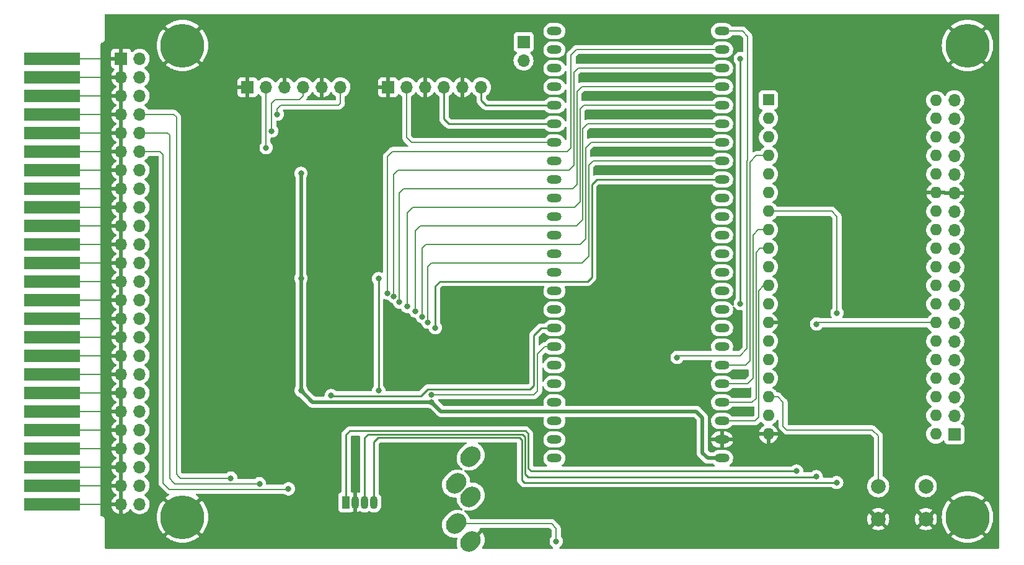
<source format=gbr>
%TF.GenerationSoftware,KiCad,Pcbnew,(6.0.11)*%
%TF.CreationDate,2023-04-29T22:06:13-07:00*%
%TF.ProjectId,TRS-IO-M3,5452532d-494f-42d4-9d33-2e6b69636164,rev?*%
%TF.SameCoordinates,Original*%
%TF.FileFunction,Copper,L2,Bot*%
%TF.FilePolarity,Positive*%
%FSLAX46Y46*%
G04 Gerber Fmt 4.6, Leading zero omitted, Abs format (unit mm)*
G04 Created by KiCad (PCBNEW (6.0.11)) date 2023-04-29 22:06:13*
%MOMM*%
%LPD*%
G01*
G04 APERTURE LIST*
G04 Aperture macros list*
%AMHorizOval*
0 Thick line with rounded ends*
0 $1 width*
0 $2 $3 position (X,Y) of the first rounded end (center of the circle)*
0 $4 $5 position (X,Y) of the second rounded end (center of the circle)*
0 Add line between two ends*
20,1,$1,$2,$3,$4,$5,0*
0 Add two circle primitives to create the rounded ends*
1,1,$1,$2,$3*
1,1,$1,$4,$5*%
G04 Aperture macros list end*
%TA.AperFunction,ComponentPad*%
%ADD10C,6.000000*%
%TD*%
%TA.AperFunction,ComponentPad*%
%ADD11C,0.800000*%
%TD*%
%TA.AperFunction,ComponentPad*%
%ADD12R,1.700000X1.700000*%
%TD*%
%TA.AperFunction,ComponentPad*%
%ADD13O,1.700000X1.700000*%
%TD*%
%TA.AperFunction,ComponentPad*%
%ADD14O,2.000000X1.200000*%
%TD*%
%TA.AperFunction,ComponentPad*%
%ADD15HorizOval,2.400000X-0.212132X-0.212132X0.212132X0.212132X0*%
%TD*%
%TA.AperFunction,ComponentPad*%
%ADD16R,1.600000X1.600000*%
%TD*%
%TA.AperFunction,ComponentPad*%
%ADD17O,1.600000X1.600000*%
%TD*%
%TA.AperFunction,ConnectorPad*%
%ADD18R,7.620000X1.778000*%
%TD*%
%TA.AperFunction,ComponentPad*%
%ADD19R,1.070000X1.800000*%
%TD*%
%TA.AperFunction,ComponentPad*%
%ADD20O,1.070000X1.800000*%
%TD*%
%TA.AperFunction,ComponentPad*%
%ADD21C,2.000000*%
%TD*%
%TA.AperFunction,ViaPad*%
%ADD22C,0.800000*%
%TD*%
%TA.AperFunction,Conductor*%
%ADD23C,0.200000*%
%TD*%
%TA.AperFunction,Conductor*%
%ADD24C,0.500380*%
%TD*%
%TA.AperFunction,Conductor*%
%ADD25C,0.250000*%
%TD*%
G04 APERTURE END LIST*
D10*
%TO.P,H1,1,1*%
%TO.N,GND*%
X124714000Y-60960000D03*
D11*
X126304990Y-62550990D03*
X123123010Y-59369010D03*
X126964000Y-60960000D03*
X124714000Y-58710000D03*
X122464000Y-60960000D03*
X124714000Y-63210000D03*
X126304990Y-59369010D03*
X123123010Y-62550990D03*
%TD*%
%TO.P,H2,1,1*%
%TO.N,GND*%
X233540990Y-62550990D03*
X234200000Y-60960000D03*
D10*
X231950000Y-60960000D03*
D11*
X229700000Y-60960000D03*
X230359010Y-62550990D03*
X230359010Y-59369010D03*
X233540990Y-59369010D03*
X231950000Y-63210000D03*
X231950000Y-58710000D03*
%TD*%
%TO.P,H3,1,1*%
%TO.N,GND*%
X126964000Y-125476000D03*
X124714000Y-127726000D03*
X126304990Y-123885010D03*
X123123010Y-127066990D03*
D10*
X124714000Y-125476000D03*
D11*
X122464000Y-125476000D03*
X124714000Y-123226000D03*
X126304990Y-127066990D03*
X123123010Y-123885010D03*
%TD*%
%TO.P,H4,1,1*%
%TO.N,GND*%
X233540990Y-123885010D03*
X229700000Y-125476000D03*
X233540990Y-127066990D03*
X231950000Y-127726000D03*
X230359010Y-123885010D03*
X234200000Y-125476000D03*
X231950000Y-123226000D03*
X230359010Y-127066990D03*
D10*
X231950000Y-125476000D03*
%TD*%
D12*
%TO.P,J5,1,Pin_1*%
%TO.N,GND*%
X133600000Y-66675000D03*
D13*
%TO.P,J5,2,Pin_2*%
%TO.N,VIDEO*%
X136140000Y-66675000D03*
%TO.P,J5,3,Pin_3*%
%TO.N,GND*%
X138680000Y-66675000D03*
%TO.P,J5,4,Pin_4*%
%TO.N,VSYNC*%
X141220000Y-66675000D03*
%TO.P,J5,5,Pin_5*%
%TO.N,GND*%
X143760000Y-66675000D03*
%TO.P,J5,6,Pin_6*%
%TO.N,HSYNC*%
X146300000Y-66675000D03*
%TD*%
D14*
%TO.P,U5,1,Pad_38*%
%TO.N,CS_SD_CARD*%
X175520000Y-58985000D03*
%TO.P,U5,2,Pad_37*%
%TO.N,MOSI*%
X175520000Y-61525000D03*
%TO.P,U5,3,Pad_36*%
%TO.N,SCK*%
X175520000Y-64065000D03*
%TO.P,U5,4,Pad_39*%
%TO.N,MISO*%
X175520000Y-66605000D03*
%TO.P,U5,5,Pad_25*%
%TO.N,HSYNC_O*%
X175520000Y-69145000D03*
%TO.P,U5,6,Pad_26*%
%TO.N,VSYNC_O*%
X175520000Y-71685000D03*
%TO.P,U5,7,Pad_27*%
%TO.N,VIDEO_O*%
X175520000Y-74225000D03*
%TO.P,U5,8,Pad_28*%
%TO.N,HSYNCX*%
X175520000Y-76765000D03*
%TO.P,U5,9,Pad_29*%
%TO.N,VSYNCX*%
X175520000Y-79305000D03*
%TO.P,U5,10,Pad_30*%
%TO.N,VIDEOX*%
X175520000Y-81845000D03*
%TO.P,U5,11,Pad_33*%
%TO.N,_IORQX*%
X175520000Y-84385000D03*
%TO.P,U5,12,Pad_34*%
%TO.N,_M1X*%
X175520000Y-86925000D03*
%TO.P,U5,13,Pad_40*%
%TO.N,_RESETX*%
X175520000Y-89465000D03*
%TO.P,U5,14,Pad_35*%
%TO.N,_OUTX*%
X175520000Y-92005000D03*
%TO.P,U5,15,Pad_41*%
%TO.N,_INX*%
X175520000Y-94545000D03*
%TO.P,U5,16,Pad_42*%
%TO.N,ABUS_SEL_N*%
X175520000Y-97085000D03*
%TO.P,U5,17,Pad_51*%
%TO.N,READ_N*%
X175520000Y-99625000D03*
%TO.P,U5,18,Pad_53*%
%TO.N,DBUS_SEL_N*%
X175520000Y-102165000D03*
%TO.P,U5,19,Pad_54*%
%TO.N,INT*%
X175520000Y-104705000D03*
%TO.P,U5,20,Pad_55*%
%TO.N,WAIT*%
X175520000Y-107245000D03*
%TO.P,U5,21,Pad_56*%
%TO.N,EXTIOSEL*%
X175520000Y-109785000D03*
%TO.P,U5,22,Pad_57*%
%TO.N,CASS_OUT_LEFT*%
X175520000Y-112325000D03*
%TO.P,U5,23,Pad_68*%
%TO.N,unconnected-(U5-Pad23)*%
X175520000Y-114865000D03*
%TO.P,U5,24,Pad_69*%
%TO.N,unconnected-(U5-Pad24)*%
X175520000Y-117405000D03*
%TO.P,U5,25,3V3*%
%TO.N,+3V3*%
X198420000Y-117405000D03*
%TO.P,U5,26,GND*%
%TO.N,GND*%
X198420000Y-114865000D03*
%TO.P,U5,27,Pad_32*%
%TO.N,ESP_S2*%
X198420000Y-112325000D03*
%TO.P,U5,28,Pad_31*%
%TO.N,ESP_S1*%
X198420000Y-109785000D03*
%TO.P,U5,29,Pad_49*%
%TO.N,ESP_S0*%
X198420000Y-107245000D03*
%TO.P,U5,30,Pad_48*%
%TO.N,CS_FPGA*%
X198420000Y-104705000D03*
%TO.P,U5,31,5V*%
%TO.N,VU*%
X198420000Y-102165000D03*
%TO.P,U5,32,Pad_70*%
%TO.N,unconnected-(U5-Pad32)*%
X198420000Y-99625000D03*
%TO.P,U5,33,Pad_71*%
%TO.N,unconnected-(U5-Pad33)*%
X198420000Y-97085000D03*
%TO.P,U5,34,Pad_72*%
%TO.N,unconnected-(U5-Pad34)*%
X198420000Y-94545000D03*
%TO.P,U5,35,Pad_73*%
%TO.N,unconnected-(U5-Pad35)*%
X198420000Y-92005000D03*
%TO.P,U5,36,Pad_74*%
%TO.N,unconnected-(U5-Pad36)*%
X198420000Y-89465000D03*
%TO.P,U5,37,Pad_75*%
%TO.N,unconnected-(U5-Pad37)*%
X198420000Y-86925000D03*
%TO.P,U5,38,Pad_76*%
%TO.N,REQ*%
X198420000Y-84385000D03*
%TO.P,U5,39,Pad_77*%
%TO.N,DONE*%
X198420000Y-81845000D03*
%TO.P,U5,40,Pad_79*%
%TO.N,A0D7*%
X198420000Y-79305000D03*
%TO.P,U5,41,Pad_80*%
%TO.N,A1D6*%
X198420000Y-76765000D03*
%TO.P,U5,42,Pad_81*%
%TO.N,A2D5*%
X198420000Y-74225000D03*
%TO.P,U5,43,Pad_82*%
%TO.N,A3D4*%
X198420000Y-71685000D03*
%TO.P,U5,44,Pad_83*%
%TO.N,A4D3*%
X198420000Y-69145000D03*
%TO.P,U5,45,Pad_84*%
%TO.N,A5D2*%
X198420000Y-66605000D03*
%TO.P,U5,46,Pad_85*%
%TO.N,A6D1*%
X198420000Y-64065000D03*
%TO.P,U5,47,Pad_86*%
%TO.N,A7D0*%
X198420000Y-61525000D03*
%TO.P,U5,48,Pad_63*%
%TO.N,CASS_OUT_RIGHT*%
X198420000Y-58985000D03*
%TD*%
D15*
%TO.P,J7,R*%
%TO.N,Net-(C12-Pad1)*%
X162084000Y-120878000D03*
%TO.P,J7,RN*%
%TO.N,N/C*%
X164084000Y-122678000D03*
%TO.P,J7,S*%
%TO.N,GND*%
X164084000Y-128778000D03*
%TO.P,J7,T*%
%TO.N,Net-(C11-Pad1)*%
X162084000Y-126378000D03*
%TO.P,J7,TN*%
%TO.N,N/C*%
X164084000Y-117178000D03*
%TD*%
D12*
%TO.P,J4,1,Pin_1*%
%TO.N,+5V*%
X171300000Y-60475000D03*
D13*
%TO.P,J4,2,Pin_2*%
%TO.N,VU*%
X171300000Y-63015000D03*
%TD*%
D16*
%TO.P,U6,1,GPIO6*%
%TO.N,unconnected-(U6-Pad1)*%
X204750000Y-68400000D03*
D17*
%TO.P,U6,2,GPIO7*%
%TO.N,unconnected-(U6-Pad2)*%
X204750000Y-70940000D03*
%TO.P,U6,3,GPIO8*%
%TO.N,unconnected-(U6-Pad3)*%
X204750000Y-73480000D03*
%TO.P,U6,4,GPIO15*%
%TO.N,CS_FPGA*%
X204750000Y-76020000D03*
%TO.P,U6,5,GPIO2*%
%TO.N,unconnected-(U6-Pad5)*%
X204750000Y-78560000D03*
%TO.P,U6,6,GPIO0*%
%TO.N,unconnected-(U6-Pad6)*%
X204750000Y-81100000D03*
%TO.P,U6,7,GPIO4*%
%TO.N,LED_GREEN*%
X204750000Y-83640000D03*
%TO.P,U6,8,GPIO16*%
%TO.N,ESP_S0*%
X204750000Y-86180000D03*
%TO.P,U6,9,GPIO17*%
%TO.N,ESP_S1*%
X204750000Y-88720000D03*
%TO.P,U6,10,GPIO5*%
%TO.N,MISO*%
X204750000Y-91260000D03*
%TO.P,U6,11,GPIO18*%
%TO.N,ESP_S2*%
X204750000Y-93800000D03*
%TO.P,U6,12,GPIO19*%
%TO.N,MOSI*%
X204750000Y-96340000D03*
%TO.P,U6,13,GND*%
%TO.N,GND*%
X204750000Y-98880000D03*
%TO.P,U6,14,GPIO21*%
%TO.N,LED_RED*%
X204750000Y-101420000D03*
%TO.P,U6,15,GPIO3*%
%TO.N,unconnected-(U6-Pad15)*%
X204750000Y-103960000D03*
%TO.P,U6,16,GPIO1*%
%TO.N,unconnected-(U6-Pad16)*%
X204750000Y-106500000D03*
%TO.P,U6,17,GPIO22*%
%TO.N,BUTTON*%
X204750000Y-109040000D03*
%TO.P,U6,18,GPIO23*%
%TO.N,unconnected-(U6-Pad18)*%
X204750000Y-111580000D03*
%TO.P,U6,19,GND*%
%TO.N,GND*%
X204750000Y-114120000D03*
%TO.P,U6,20,3V3*%
%TO.N,unconnected-(U6-Pad20)*%
X227610000Y-114120000D03*
%TO.P,U6,21,RESET*%
%TO.N,unconnected-(U6-Pad21)*%
X227610000Y-111580000D03*
%TO.P,U6,22,GPIO36*%
%TO.N,unconnected-(U6-Pad22)*%
X227610000Y-109040000D03*
%TO.P,U6,23,GPIO39*%
%TO.N,unconnected-(U6-Pad23)*%
X227610000Y-106500000D03*
%TO.P,U6,24,GPIO34*%
%TO.N,REQ*%
X227610000Y-103960000D03*
%TO.P,U6,25,GPIO35*%
%TO.N,unconnected-(U6-Pad25)*%
X227610000Y-101420000D03*
%TO.P,U6,26,GPIO32*%
%TO.N,LED_BLUE*%
X227610000Y-98880000D03*
%TO.P,U6,27,GPIO33*%
%TO.N,unconnected-(U6-Pad27)*%
X227610000Y-96340000D03*
%TO.P,U6,28,GPIO25*%
%TO.N,unconnected-(U6-Pad28)*%
X227610000Y-93800000D03*
%TO.P,U6,29,GPIO26*%
%TO.N,unconnected-(U6-Pad29)*%
X227610000Y-91260000D03*
%TO.P,U6,30,GPIO27*%
%TO.N,DONE*%
X227610000Y-88720000D03*
%TO.P,U6,31,GPIO14*%
%TO.N,SCK*%
X227610000Y-86180000D03*
%TO.P,U6,32,GPIO12*%
%TO.N,unconnected-(U6-Pad32)*%
X227610000Y-83640000D03*
%TO.P,U6,33,GND*%
%TO.N,GND*%
X227610000Y-81100000D03*
%TO.P,U6,34,GPIO13*%
%TO.N,CS_SD_CARD*%
X227610000Y-78560000D03*
%TO.P,U6,35,GPIO9*%
%TO.N,unconnected-(U6-Pad35)*%
X227610000Y-76020000D03*
%TO.P,U6,36,GPIO10*%
%TO.N,unconnected-(U6-Pad36)*%
X227610000Y-73480000D03*
%TO.P,U6,37,GPIO11*%
%TO.N,unconnected-(U6-Pad37)*%
X227610000Y-70940000D03*
%TO.P,U6,38,5V*%
%TO.N,+5V*%
X227610000Y-68463500D03*
%TD*%
D18*
%TO.P,J1,2,Pin_2*%
%TO.N,GND*%
X106934000Y-123698000D03*
%TO.P,J1,4,Pin_4*%
X106934000Y-121158000D03*
%TO.P,J1,6,Pin_6*%
X106934000Y-118618000D03*
%TO.P,J1,8,Pin_8*%
X106934000Y-116078000D03*
%TO.P,J1,10,Pin_10*%
X106934000Y-113538000D03*
%TO.P,J1,12,Pin_12*%
X106934000Y-110998000D03*
%TO.P,J1,14,Pin_14*%
X106934000Y-108458000D03*
%TO.P,J1,16,Pin_16*%
X106934000Y-105918000D03*
%TO.P,J1,18,Pin_18*%
X106934000Y-103378000D03*
%TO.P,J1,20,Pin_20*%
X106934000Y-100838000D03*
%TO.P,J1,22,Pin_22*%
X106934000Y-98298000D03*
%TO.P,J1,24,Pin_24*%
X106934000Y-95758000D03*
%TO.P,J1,26,Pin_26*%
X106934000Y-93218000D03*
%TO.P,J1,28,Pin_28*%
X106934000Y-90678000D03*
%TO.P,J1,30,Pin_30*%
X106934000Y-88138000D03*
%TO.P,J1,32,Pin_32*%
X106934000Y-85598000D03*
%TO.P,J1,34,Pin_34*%
X106934000Y-83058000D03*
%TO.P,J1,36,Pin_36*%
X106934000Y-80518000D03*
%TO.P,J1,38,Pin_38*%
X106934000Y-77978000D03*
%TO.P,J1,40,Pin_40*%
X106934000Y-75438000D03*
%TO.P,J1,42,Pin_42*%
X106934000Y-72898000D03*
%TO.P,J1,44,Pin_44*%
X106934000Y-70358000D03*
%TO.P,J1,46,Pin_46*%
X106934000Y-67818000D03*
%TO.P,J1,48,Pin_48*%
X106934000Y-65278000D03*
%TO.P,J1,50,Pin_50*%
X106934000Y-62738000D03*
%TD*%
D12*
%TO.P,J6,1,Pin_1*%
%TO.N,GND*%
X152800000Y-66675000D03*
D13*
%TO.P,J6,2,Pin_2*%
%TO.N,VIDEO_O*%
X155340000Y-66675000D03*
%TO.P,J6,3,Pin_3*%
%TO.N,GND*%
X157880000Y-66675000D03*
%TO.P,J6,4,Pin_4*%
%TO.N,VSYNC_O*%
X160420000Y-66675000D03*
%TO.P,J6,5,Pin_5*%
%TO.N,GND*%
X162960000Y-66675000D03*
%TO.P,J6,6,Pin_6*%
%TO.N,HSYNC_O*%
X165500000Y-66675000D03*
%TD*%
D19*
%TO.P,D1,1,RA*%
%TO.N,Net-(D1-Pad1)*%
X147045600Y-123444000D03*
D20*
%TO.P,D1,2,K*%
%TO.N,GND*%
X148315600Y-123444000D03*
%TO.P,D1,3,BA*%
%TO.N,Net-(D1-Pad3)*%
X149585600Y-123444000D03*
%TO.P,D1,4,GA*%
%TO.N,Net-(D1-Pad4)*%
X150855600Y-123444000D03*
%TD*%
D13*
%TO.P,J2,1,Pin_1*%
%TO.N,D0*%
X118867000Y-123703000D03*
%TO.P,J2,2,Pin_2*%
%TO.N,GND*%
X116327000Y-123703000D03*
%TO.P,J2,3,Pin_3*%
%TO.N,D1*%
X118867000Y-121163000D03*
%TO.P,J2,4,Pin_4*%
%TO.N,GND*%
X116327000Y-121163000D03*
%TO.P,J2,5,Pin_5*%
%TO.N,D2*%
X118867000Y-118623000D03*
%TO.P,J2,6,Pin_6*%
%TO.N,GND*%
X116327000Y-118623000D03*
%TO.P,J2,7,Pin_7*%
%TO.N,D3*%
X118867000Y-116083000D03*
%TO.P,J2,8,Pin_8*%
%TO.N,GND*%
X116327000Y-116083000D03*
%TO.P,J2,9,Pin_9*%
%TO.N,D4*%
X118867000Y-113543000D03*
%TO.P,J2,10,Pin_10*%
%TO.N,GND*%
X116327000Y-113543000D03*
%TO.P,J2,11,Pin_11*%
%TO.N,D5*%
X118867000Y-111003000D03*
%TO.P,J2,12,Pin_12*%
%TO.N,GND*%
X116327000Y-111003000D03*
%TO.P,J2,13,Pin_13*%
%TO.N,D6*%
X118867000Y-108463000D03*
%TO.P,J2,14,Pin_14*%
%TO.N,GND*%
X116327000Y-108463000D03*
%TO.P,J2,15,Pin_15*%
%TO.N,D7*%
X118867000Y-105923000D03*
%TO.P,J2,16,Pin_16*%
%TO.N,GND*%
X116327000Y-105923000D03*
%TO.P,J2,17,Pin_17*%
%TO.N,A0*%
X118867000Y-103383000D03*
%TO.P,J2,18,Pin_18*%
%TO.N,GND*%
X116327000Y-103383000D03*
%TO.P,J2,19,Pin_19*%
%TO.N,A1*%
X118867000Y-100843000D03*
%TO.P,J2,20,Pin_20*%
%TO.N,GND*%
X116327000Y-100843000D03*
%TO.P,J2,21,Pin_21*%
%TO.N,A2*%
X118867000Y-98303000D03*
%TO.P,J2,22,Pin_22*%
%TO.N,GND*%
X116327000Y-98303000D03*
%TO.P,J2,23,Pin_23*%
%TO.N,A3*%
X118867000Y-95763000D03*
%TO.P,J2,24,Pin_24*%
%TO.N,GND*%
X116327000Y-95763000D03*
%TO.P,J2,25,Pin_25*%
%TO.N,A4*%
X118867000Y-93223000D03*
%TO.P,J2,26,Pin_26*%
%TO.N,GND*%
X116327000Y-93223000D03*
%TO.P,J2,27,Pin_27*%
%TO.N,A5*%
X118867000Y-90683000D03*
%TO.P,J2,28,Pin_28*%
%TO.N,GND*%
X116327000Y-90683000D03*
%TO.P,J2,29,Pin_29*%
%TO.N,A6*%
X118867000Y-88143000D03*
%TO.P,J2,30,Pin_30*%
%TO.N,GND*%
X116327000Y-88143000D03*
%TO.P,J2,31,Pin_31*%
%TO.N,A7*%
X118867000Y-85603000D03*
%TO.P,J2,32,Pin_32*%
%TO.N,GND*%
X116327000Y-85603000D03*
%TO.P,J2,33,Pin_33*%
%TO.N,_IN*%
X118867000Y-83063000D03*
%TO.P,J2,34,Pin_34*%
%TO.N,GND*%
X116327000Y-83063000D03*
%TO.P,J2,35,Pin_35*%
%TO.N,_OUT*%
X118867000Y-80523000D03*
%TO.P,J2,36,Pin_36*%
%TO.N,GND*%
X116327000Y-80523000D03*
%TO.P,J2,37,Pin_37*%
%TO.N,_RESET*%
X118867000Y-77983000D03*
%TO.P,J2,38,Pin_38*%
%TO.N,GND*%
X116327000Y-77983000D03*
%TO.P,J2,39,Pin_39*%
%TO.N,_IOINT*%
X118867000Y-75443000D03*
%TO.P,J2,40,Pin_40*%
%TO.N,GND*%
X116327000Y-75443000D03*
%TO.P,J2,41,Pin_41*%
%TO.N,_IOWAIT*%
X118867000Y-72903000D03*
%TO.P,J2,42,Pin_42*%
%TO.N,GND*%
X116327000Y-72903000D03*
%TO.P,J2,43,Pin_43*%
%TO.N,_EXTIOSEL*%
X118867000Y-70363000D03*
%TO.P,J2,44,Pin_44*%
%TO.N,GND*%
X116327000Y-70363000D03*
%TO.P,J2,45,Pin_45*%
%TO.N,NC*%
X118867000Y-67823000D03*
%TO.P,J2,46,Pin_46*%
%TO.N,GND*%
X116327000Y-67823000D03*
%TO.P,J2,47,Pin_47*%
%TO.N,_M1*%
X118867000Y-65283000D03*
%TO.P,J2,48,Pin_48*%
%TO.N,GND*%
X116327000Y-65283000D03*
%TO.P,J2,49,Pin_49*%
%TO.N,_IORQ*%
X118867000Y-62743000D03*
D12*
%TO.P,J2,50,Pin_50*%
%TO.N,GND*%
X116327000Y-62743000D03*
%TD*%
D21*
%TO.P,SW1,1,1*%
%TO.N,GND*%
X226250000Y-125750000D03*
X219750000Y-125750000D03*
%TO.P,SW1,2,2*%
%TO.N,BUTTON*%
X226250000Y-121250000D03*
X219750000Y-121250000D03*
%TD*%
D12*
%TO.P,J3,1,Pin_1*%
%TO.N,unconnected-(J3-Pad1)*%
X230150000Y-114150000D03*
D13*
%TO.P,J3,2,Pin_2*%
%TO.N,unconnected-(J3-Pad2)*%
X230150000Y-111610000D03*
%TO.P,J3,3,Pin_3*%
%TO.N,unconnected-(J3-Pad3)*%
X230150000Y-109070000D03*
%TO.P,J3,4,Pin_4*%
%TO.N,unconnected-(J3-Pad4)*%
X230150000Y-106530000D03*
%TO.P,J3,5,Pin_5*%
%TO.N,REQ*%
X230150000Y-103990000D03*
%TO.P,J3,6,Pin_6*%
%TO.N,unconnected-(J3-Pad6)*%
X230150000Y-101450000D03*
%TO.P,J3,7,Pin_7*%
%TO.N,LED_BLUE*%
X230150000Y-98910000D03*
%TO.P,J3,8,Pin_8*%
%TO.N,unconnected-(J3-Pad8)*%
X230150000Y-96370000D03*
%TO.P,J3,9,Pin_9*%
%TO.N,unconnected-(J3-Pad9)*%
X230150000Y-93830000D03*
%TO.P,J3,10,Pin_10*%
%TO.N,unconnected-(J3-Pad10)*%
X230150000Y-91290000D03*
%TO.P,J3,11,Pin_11*%
%TO.N,DONE*%
X230150000Y-88750000D03*
%TO.P,J3,12,Pin_12*%
%TO.N,SCK*%
X230150000Y-86210000D03*
%TO.P,J3,13,Pin_13*%
%TO.N,unconnected-(J3-Pad13)*%
X230150000Y-83670000D03*
%TO.P,J3,14,Pin_14*%
%TO.N,GND*%
X230150000Y-81130000D03*
%TO.P,J3,15,Pin_15*%
%TO.N,CS_SD_CARD*%
X230150000Y-78590000D03*
%TO.P,J3,16,Pin_16*%
%TO.N,unconnected-(J3-Pad16)*%
X230150000Y-76050000D03*
%TO.P,J3,17,Pin_17*%
%TO.N,unconnected-(J3-Pad17)*%
X230150000Y-73510000D03*
%TO.P,J3,18,Pin_18*%
%TO.N,unconnected-(J3-Pad18)*%
X230150000Y-70970000D03*
%TO.P,J3,19,Pin_19*%
%TO.N,+5V*%
X230150000Y-68430000D03*
%TD*%
D22*
%TO.N,GND*%
X149550000Y-101950000D03*
X184912000Y-125222000D03*
X143750000Y-117150000D03*
X153924000Y-110998000D03*
X161036000Y-128778000D03*
X153924000Y-106426000D03*
X194310000Y-125222000D03*
X141478000Y-125018800D03*
X143850000Y-101950000D03*
%TO.N,+3V3*%
X158750000Y-109728000D03*
X140900000Y-78450000D03*
X140900000Y-92800000D03*
X140900000Y-108150000D03*
%TO.N,_IOINT*%
X139192000Y-121615200D03*
%TO.N,_IOWAIT*%
X135229600Y-120904000D03*
%TO.N,_EXTIOSEL*%
X131318000Y-120142000D03*
%TO.N,A2D5*%
X157480000Y-98044000D03*
%TO.N,A0D7*%
X159258000Y-99568000D03*
%TO.N,A1D6*%
X158242000Y-98806000D03*
%TO.N,+1V8*%
X151500000Y-92850000D03*
X151525000Y-108175000D03*
%TO.N,VIDEO*%
X136144000Y-74930000D03*
%TO.N,VSYNC*%
X136906000Y-72644000D03*
%TO.N,HSYNC*%
X137668000Y-70358000D03*
%TO.N,MOSI*%
X200914000Y-62738000D03*
X200914000Y-96266000D03*
%TO.N,A3D4*%
X156550000Y-97300000D03*
%TO.N,A4D3*%
X155400000Y-96650000D03*
%TO.N,A5D2*%
X154350000Y-96050000D03*
%TO.N,READ_N*%
X145025500Y-108850000D03*
%TO.N,A6D1*%
X153582448Y-95293852D03*
%TO.N,A7D0*%
X152700000Y-94824500D03*
%TO.N,DBUS_SEL_N*%
X158750000Y-108712000D03*
%TO.N,LED_GREEN*%
X214122000Y-97536000D03*
%TO.N,LED_BLUE*%
X211328000Y-99060000D03*
%TO.N,Net-(D1-Pad4)*%
X214071200Y-120751600D03*
%TO.N,Net-(D1-Pad3)*%
X211277200Y-119938800D03*
%TO.N,Net-(D1-Pad1)*%
X208584800Y-119176800D03*
%TO.N,Net-(C11-Pad1)*%
X175768000Y-128778000D03*
%TO.N,CASS_OUT_RIGHT*%
X192278000Y-103632000D03*
%TD*%
D23*
%TO.N,GND*%
X116322000Y-88138000D02*
X116327000Y-88143000D01*
X106934000Y-77978000D02*
X116322000Y-77978000D01*
X106934000Y-93218000D02*
X116322000Y-93218000D01*
X106934000Y-80518000D02*
X116322000Y-80518000D01*
X116322000Y-98298000D02*
X116327000Y-98303000D01*
X106934000Y-95758000D02*
X116322000Y-95758000D01*
X106934000Y-113538000D02*
X116322000Y-113538000D01*
X116322000Y-123698000D02*
X116327000Y-123703000D01*
X116322000Y-108458000D02*
X116327000Y-108463000D01*
X106934000Y-65278000D02*
X116322000Y-65278000D01*
X106934000Y-72898000D02*
X116322000Y-72898000D01*
X116322000Y-105918000D02*
X116327000Y-105923000D01*
X106934000Y-98298000D02*
X116322000Y-98298000D01*
X106934000Y-62738000D02*
X116322000Y-62738000D01*
X106934000Y-83058000D02*
X116322000Y-83058000D01*
X106934000Y-75438000D02*
X116322000Y-75438000D01*
X106934000Y-67818000D02*
X116322000Y-67818000D01*
X116322000Y-85598000D02*
X116327000Y-85603000D01*
X116322000Y-118618000D02*
X116327000Y-118623000D01*
X116322000Y-67818000D02*
X116327000Y-67823000D01*
X116322000Y-72898000D02*
X116327000Y-72903000D01*
X106934000Y-108458000D02*
X116322000Y-108458000D01*
X116322000Y-80518000D02*
X116327000Y-80523000D01*
X106934000Y-103378000D02*
X116322000Y-103378000D01*
X116322000Y-83058000D02*
X116327000Y-83063000D01*
X106934000Y-88138000D02*
X116322000Y-88138000D01*
X106934000Y-118618000D02*
X116322000Y-118618000D01*
X116322000Y-121158000D02*
X116327000Y-121163000D01*
X116322000Y-110998000D02*
X116327000Y-111003000D01*
X106934000Y-105918000D02*
X116322000Y-105918000D01*
X116322000Y-65278000D02*
X116327000Y-65283000D01*
X116322000Y-113538000D02*
X116327000Y-113543000D01*
X106934000Y-123698000D02*
X116322000Y-123698000D01*
X116322000Y-116078000D02*
X116327000Y-116083000D01*
X116322000Y-75438000D02*
X116327000Y-75443000D01*
X116322000Y-103378000D02*
X116327000Y-103383000D01*
X106934000Y-100838000D02*
X116322000Y-100838000D01*
X116322000Y-100838000D02*
X116327000Y-100843000D01*
X106934000Y-85598000D02*
X116322000Y-85598000D01*
X116322000Y-90678000D02*
X116327000Y-90683000D01*
X106934000Y-116078000D02*
X116322000Y-116078000D01*
X116322000Y-93218000D02*
X116327000Y-93223000D01*
X116322000Y-70358000D02*
X116327000Y-70363000D01*
X106934000Y-90678000D02*
X116322000Y-90678000D01*
X116322000Y-62738000D02*
X116327000Y-62743000D01*
X116322000Y-95758000D02*
X116327000Y-95763000D01*
X116322000Y-77978000D02*
X116327000Y-77983000D01*
X106934000Y-70358000D02*
X116322000Y-70358000D01*
X106934000Y-110998000D02*
X116322000Y-110998000D01*
X106934000Y-121158000D02*
X116322000Y-121158000D01*
D24*
%TO.N,+3V3*%
X196449800Y-117405000D02*
X198420000Y-117405000D01*
X142478000Y-109728000D02*
X142494000Y-109728000D01*
X194868800Y-110998000D02*
X195732400Y-111861600D01*
X158750000Y-109728000D02*
X160020000Y-110998000D01*
X195732400Y-111861600D02*
X195732400Y-116687600D01*
X195732400Y-116687600D02*
X196449800Y-117405000D01*
X160020000Y-110998000D02*
X194868800Y-110998000D01*
X140900000Y-92800000D02*
X140900000Y-78450000D01*
X142494000Y-109728000D02*
X158750000Y-109728000D01*
X140900000Y-108150000D02*
X142478000Y-109728000D01*
X140900000Y-108150000D02*
X140900000Y-92800000D01*
D23*
%TO.N,VIDEO_O*%
X156013000Y-74225000D02*
X175520000Y-74225000D01*
X155340000Y-66675000D02*
X155340000Y-73552000D01*
X155340000Y-73552000D02*
X156013000Y-74225000D01*
%TO.N,_IOINT*%
X118867000Y-75443000D02*
X121643000Y-75443000D01*
X122100000Y-75900000D02*
X122100000Y-119900000D01*
X122936000Y-121666000D02*
X139141200Y-121666000D01*
X139141200Y-121666000D02*
X139192000Y-121615200D01*
X121643000Y-75443000D02*
X122100000Y-75900000D01*
X122100000Y-120830000D02*
X122936000Y-121666000D01*
X122100000Y-119900000D02*
X122100000Y-120830000D01*
%TO.N,_IOWAIT*%
X123444000Y-120650000D02*
X123698000Y-120904000D01*
X118867000Y-72903000D02*
X122653000Y-72903000D01*
X122950000Y-119700000D02*
X122950000Y-120156000D01*
X122653000Y-72903000D02*
X122950000Y-73200000D01*
X123698000Y-120904000D02*
X135229600Y-120904000D01*
X122950000Y-120156000D02*
X123444000Y-120650000D01*
X122950000Y-73200000D02*
X122950000Y-119700000D01*
%TO.N,_EXTIOSEL*%
X123900000Y-119582000D02*
X124206000Y-119888000D01*
X118867000Y-70363000D02*
X123513000Y-70363000D01*
X123513000Y-70363000D02*
X123900000Y-70750000D01*
X123900000Y-70750000D02*
X123900000Y-119300000D01*
X124460000Y-120142000D02*
X131318000Y-120142000D01*
X123900000Y-119300000D02*
X123900000Y-119582000D01*
X124206000Y-119888000D02*
X124460000Y-120142000D01*
%TO.N,A2D5*%
X157988000Y-88138000D02*
X179070000Y-88138000D01*
X157480000Y-88646000D02*
X157988000Y-88138000D01*
X179800000Y-74962000D02*
X180537000Y-74225000D01*
X180537000Y-74225000D02*
X198420000Y-74225000D01*
X179070000Y-88138000D02*
X179800000Y-87408000D01*
X179800000Y-87408000D02*
X179800000Y-74962000D01*
X157480000Y-98044000D02*
X157480000Y-88646000D01*
D25*
%TO.N,A0D7*%
X159893000Y-93218000D02*
X159258000Y-93853000D01*
X180086000Y-93218000D02*
X159893000Y-93218000D01*
X198420000Y-79305000D02*
X181299000Y-79305000D01*
X181299000Y-79305000D02*
X180625000Y-79979000D01*
X159258000Y-93853000D02*
X159258000Y-99568000D01*
X180625000Y-92679000D02*
X180086000Y-93218000D01*
X180625000Y-79979000D02*
X180625000Y-92679000D01*
D23*
%TO.N,A1D6*%
X158750000Y-90678000D02*
X179324000Y-90678000D01*
X158242000Y-98806000D02*
X158242000Y-91186000D01*
X158242000Y-91186000D02*
X158750000Y-90678000D01*
X179324000Y-90678000D02*
X180200000Y-89802000D01*
X180200000Y-89802000D02*
X180200000Y-77356000D01*
X180200000Y-77356000D02*
X180791000Y-76765000D01*
X180791000Y-76765000D02*
X198420000Y-76765000D01*
D25*
%TO.N,+1V8*%
X151500000Y-108150000D02*
X151500000Y-92850000D01*
D23*
%TO.N,VIDEO*%
X136140000Y-66675000D02*
X136140000Y-74926000D01*
X136140000Y-74926000D02*
X136144000Y-74930000D01*
%TO.N,VSYNC*%
X141220000Y-66675000D02*
X141220000Y-67822000D01*
X137414000Y-68326000D02*
X136906000Y-68834000D01*
X141220000Y-67822000D02*
X140716000Y-68326000D01*
X136906000Y-68834000D02*
X136906000Y-72644000D01*
X140716000Y-68326000D02*
X137414000Y-68326000D01*
%TO.N,HSYNC*%
X138176000Y-69088000D02*
X137668000Y-69596000D01*
X146050000Y-69088000D02*
X138176000Y-69088000D01*
X146300000Y-68838000D02*
X146050000Y-69088000D01*
X146300000Y-66675000D02*
X146300000Y-68838000D01*
X137668000Y-69596000D02*
X137668000Y-70358000D01*
D25*
%TO.N,VSYNC_O*%
X160420000Y-66675000D02*
X160420000Y-71012000D01*
X161093000Y-71685000D02*
X175520000Y-71685000D01*
X160420000Y-71012000D02*
X161093000Y-71685000D01*
D23*
%TO.N,ESP_S0*%
X203380000Y-86180000D02*
X204750000Y-86180000D01*
X198420000Y-107245000D02*
X201873000Y-107245000D01*
X202654000Y-106464000D02*
X202654000Y-86906000D01*
X202654000Y-86906000D02*
X203380000Y-86180000D01*
X201873000Y-107245000D02*
X202654000Y-106464000D01*
%TO.N,ESP_S1*%
X198420000Y-109785000D02*
X202489000Y-109785000D01*
X203634000Y-88720000D02*
X204750000Y-88720000D01*
X202489000Y-109785000D02*
X203054000Y-109220000D01*
X203054000Y-89300000D02*
X203634000Y-88720000D01*
X203054000Y-109220000D02*
X203054000Y-89300000D01*
D25*
%TO.N,MOSI*%
X200914000Y-96266000D02*
X200914000Y-62738000D01*
%TO.N,HSYNC_O*%
X165500000Y-68472000D02*
X166173000Y-69145000D01*
X165500000Y-66675000D02*
X165500000Y-68472000D01*
X166173000Y-69145000D02*
X175520000Y-69145000D01*
D23*
%TO.N,A3D4*%
X156550000Y-86274000D02*
X157226000Y-85598000D01*
X157226000Y-85598000D02*
X178562000Y-85598000D01*
X179400000Y-72314000D02*
X180029000Y-71685000D01*
X178562000Y-85598000D02*
X179400000Y-84760000D01*
X179400000Y-84760000D02*
X179400000Y-72314000D01*
X156550000Y-97300000D02*
X156550000Y-86274000D01*
X180029000Y-71685000D02*
X198420000Y-71685000D01*
%TO.N,A4D3*%
X155400000Y-83868000D02*
X156210000Y-83058000D01*
X179000000Y-69666000D02*
X179521000Y-69145000D01*
X178308000Y-83058000D02*
X179000000Y-82366000D01*
X155400000Y-96650000D02*
X155400000Y-83868000D01*
X179521000Y-69145000D02*
X198420000Y-69145000D01*
X179000000Y-82366000D02*
X179000000Y-69666000D01*
X156210000Y-83058000D02*
X178308000Y-83058000D01*
%TO.N,A5D2*%
X154350000Y-96050000D02*
X154350000Y-81108000D01*
X178600000Y-67272000D02*
X179267000Y-66605000D01*
X154940000Y-80518000D02*
X178054000Y-80518000D01*
X178054000Y-80518000D02*
X178600000Y-79972000D01*
X179267000Y-66605000D02*
X198420000Y-66605000D01*
X178600000Y-79972000D02*
X178600000Y-67272000D01*
X154350000Y-81108000D02*
X154940000Y-80518000D01*
D25*
%TO.N,READ_N*%
X158242000Y-107950000D02*
X172212000Y-107950000D01*
X172720000Y-100584000D02*
X173679000Y-99625000D01*
X157292000Y-108900000D02*
X158242000Y-107950000D01*
X145075500Y-108900000D02*
X157292000Y-108900000D01*
X172212000Y-107950000D02*
X172720000Y-107442000D01*
X173679000Y-99625000D02*
X175520000Y-99625000D01*
X172720000Y-107442000D02*
X172720000Y-100584000D01*
X145025500Y-108850000D02*
X145075500Y-108900000D01*
D23*
%TO.N,A6D1*%
X178759000Y-64065000D02*
X198420000Y-64065000D01*
X178200000Y-77324000D02*
X178200000Y-64624000D01*
X177546000Y-77978000D02*
X178200000Y-77324000D01*
X153582448Y-95293852D02*
X153582448Y-78573552D01*
X154178000Y-77978000D02*
X177546000Y-77978000D01*
X153582448Y-78573552D02*
X154178000Y-77978000D01*
X178200000Y-64624000D02*
X178759000Y-64065000D01*
%TO.N,A7D0*%
X152700000Y-76154000D02*
X153416000Y-75438000D01*
X152700000Y-94824500D02*
X152700000Y-76154000D01*
X177800000Y-74930000D02*
X177800000Y-62230000D01*
X177292000Y-75438000D02*
X177800000Y-74930000D01*
X177800000Y-62230000D02*
X178505000Y-61525000D01*
X153416000Y-75438000D02*
X177292000Y-75438000D01*
X178505000Y-61525000D02*
X198420000Y-61525000D01*
%TO.N,DBUS_SEL_N*%
X158750000Y-108712000D02*
X172720000Y-108712000D01*
X172720000Y-108712000D02*
X173228000Y-108204000D01*
X173228000Y-108204000D02*
X173228000Y-103124000D01*
X173228000Y-103124000D02*
X174187000Y-102165000D01*
X174187000Y-102165000D02*
X175520000Y-102165000D01*
%TO.N,BUTTON*%
X219750000Y-121250000D02*
X219750000Y-114340000D01*
X206020000Y-109040000D02*
X204750000Y-109040000D01*
X207264000Y-113538000D02*
X206756000Y-113030000D01*
X219750000Y-114340000D02*
X218948000Y-113538000D01*
X206756000Y-113030000D02*
X206756000Y-109776000D01*
X218948000Y-113538000D02*
X207264000Y-113538000D01*
X206756000Y-109776000D02*
X206020000Y-109040000D01*
%TO.N,LED_GREEN*%
X214122000Y-84328000D02*
X214122000Y-97536000D01*
X204750000Y-83640000D02*
X213434000Y-83640000D01*
X213434000Y-83640000D02*
X214122000Y-84328000D01*
%TO.N,LED_BLUE*%
X211328000Y-99060000D02*
X211508000Y-98880000D01*
X211508000Y-98880000D02*
X227610000Y-98880000D01*
D25*
%TO.N,Net-(D1-Pad4)*%
X171399200Y-120751600D02*
X171058000Y-120410400D01*
X214071200Y-120751600D02*
X171399200Y-120751600D01*
X170731600Y-114597600D02*
X151442000Y-114597600D01*
X171058000Y-114924000D02*
X170731600Y-114597600D01*
X150855600Y-115184000D02*
X150855600Y-123444000D01*
X171058000Y-120410400D02*
X171058000Y-114924000D01*
X151442000Y-114597600D02*
X150855600Y-115184000D01*
%TO.N,Net-(D1-Pad3)*%
X211277200Y-119938800D02*
X211226400Y-119989600D01*
X171508000Y-119590400D02*
X171508000Y-114503200D01*
X150063200Y-114147600D02*
X149585600Y-114625200D01*
X171907200Y-119989600D02*
X171508000Y-119590400D01*
X171152400Y-114147600D02*
X150063200Y-114147600D01*
X171508000Y-114503200D02*
X171152400Y-114147600D01*
X149585600Y-114625200D02*
X149585600Y-123444000D01*
X211226400Y-119989600D02*
X171907200Y-119989600D01*
%TO.N,Net-(D1-Pad1)*%
X172313600Y-119176800D02*
X171958000Y-118821200D01*
X171958000Y-118821200D02*
X171958000Y-114071400D01*
X208584800Y-119176800D02*
X172313600Y-119176800D01*
X147566800Y-113697600D02*
X147045600Y-114218800D01*
X171958000Y-114071400D02*
X171584200Y-113697600D01*
X171584200Y-113697600D02*
X147566800Y-113697600D01*
X147045600Y-114218800D02*
X147045600Y-123444000D01*
D23*
%TO.N,CS_FPGA*%
X202254000Y-104070000D02*
X202254000Y-76892000D01*
X203126000Y-76020000D02*
X204750000Y-76020000D01*
X201619000Y-104705000D02*
X202254000Y-104070000D01*
X198420000Y-104705000D02*
X201619000Y-104705000D01*
X202254000Y-76892000D02*
X203126000Y-76020000D01*
%TO.N,ESP_S2*%
X204142000Y-93800000D02*
X204750000Y-93800000D01*
X203454000Y-111760000D02*
X203454000Y-94488000D01*
X198420000Y-112325000D02*
X202889000Y-112325000D01*
X202889000Y-112325000D02*
X203454000Y-111760000D01*
X203454000Y-94488000D02*
X204142000Y-93800000D01*
%TO.N,Net-(C11-Pad1)*%
X175146000Y-126378000D02*
X175768000Y-127000000D01*
X162084000Y-126378000D02*
X175146000Y-126378000D01*
X175768000Y-127000000D02*
X175768000Y-128778000D01*
%TO.N,CASS_OUT_RIGHT*%
X201225000Y-58985000D02*
X201930000Y-59690000D01*
X200914000Y-103378000D02*
X192532000Y-103378000D01*
X201854000Y-102438000D02*
X200914000Y-103378000D01*
X201930000Y-59690000D02*
X201930000Y-76650314D01*
X201854000Y-76726315D02*
X201854000Y-102438000D01*
X192532000Y-103378000D02*
X192278000Y-103632000D01*
X201930000Y-76650314D02*
X201854000Y-76726315D01*
X198420000Y-58985000D02*
X201225000Y-58985000D01*
%TD*%
%TA.AperFunction,Conductor*%
%TO.N,GND*%
G36*
X174909882Y-127006502D02*
G01*
X174930856Y-127023405D01*
X175122595Y-127215144D01*
X175156621Y-127277456D01*
X175159500Y-127304239D01*
X175159500Y-128047710D01*
X175139498Y-128115831D01*
X175127136Y-128132020D01*
X175033379Y-128236148D01*
X175028960Y-128241056D01*
X174933473Y-128406444D01*
X174874458Y-128588072D01*
X174854496Y-128778000D01*
X174855186Y-128784565D01*
X174868496Y-128911198D01*
X174874458Y-128967928D01*
X174933473Y-129149556D01*
X175028960Y-129314944D01*
X175156747Y-129456866D01*
X175248195Y-129523307D01*
X175306356Y-129565564D01*
X175349710Y-129621787D01*
X175355785Y-129692523D01*
X175322653Y-129755314D01*
X175260833Y-129790226D01*
X175232295Y-129793500D01*
X165767654Y-129793500D01*
X165699533Y-129773498D01*
X165653040Y-129719842D01*
X165642936Y-129649568D01*
X165671029Y-129587682D01*
X165670761Y-129587485D01*
X165671697Y-129586211D01*
X165672056Y-129585420D01*
X165673594Y-129583629D01*
X165679242Y-129575940D01*
X165811691Y-129363563D01*
X165816110Y-129355111D01*
X165914913Y-129125141D01*
X165918003Y-129116115D01*
X165980884Y-128873846D01*
X165982572Y-128864465D01*
X166008083Y-128615471D01*
X166008333Y-128605928D01*
X165995888Y-128355949D01*
X165994693Y-128346484D01*
X165944579Y-128101259D01*
X165941962Y-128092074D01*
X165855334Y-127857258D01*
X165851360Y-127848579D01*
X165730213Y-127629574D01*
X165724964Y-127621583D01*
X165681445Y-127565175D01*
X165669786Y-127556708D01*
X165657899Y-127563311D01*
X164173095Y-129048115D01*
X164110783Y-129082141D01*
X164039968Y-129077076D01*
X163994905Y-129048115D01*
X163813885Y-128867095D01*
X163779859Y-128804783D01*
X163784924Y-128733968D01*
X163813885Y-128688905D01*
X165298508Y-127204282D01*
X165304929Y-127192524D01*
X165302698Y-127189643D01*
X165276806Y-127123536D01*
X165290765Y-127053925D01*
X165340142Y-127002911D01*
X165402322Y-126986500D01*
X174841761Y-126986500D01*
X174909882Y-127006502D01*
G37*
%TD.AperFunction*%
%TA.AperFunction,Conductor*%
G36*
X236209621Y-56662502D02*
G01*
X236256114Y-56716158D01*
X236267500Y-56768500D01*
X236267500Y-129667500D01*
X236247498Y-129735621D01*
X236193842Y-129782114D01*
X236141500Y-129793500D01*
X176303705Y-129793500D01*
X176235584Y-129773498D01*
X176189091Y-129719842D01*
X176178987Y-129649568D01*
X176208481Y-129584988D01*
X176229644Y-129565564D01*
X176287805Y-129523307D01*
X176379253Y-129456866D01*
X176507040Y-129314944D01*
X176602527Y-129149556D01*
X176661542Y-128967928D01*
X176667505Y-128911198D01*
X176680814Y-128784565D01*
X176681504Y-128778000D01*
X176661542Y-128588072D01*
X176602527Y-128406444D01*
X176507040Y-128241056D01*
X176502621Y-128236148D01*
X176408864Y-128132020D01*
X176408464Y-128131186D01*
X229659960Y-128131186D01*
X229667418Y-128141554D01*
X229882662Y-128315854D01*
X229887984Y-128319721D01*
X230190823Y-128516387D01*
X230196532Y-128519683D01*
X230518275Y-128683620D01*
X230524286Y-128686296D01*
X230861395Y-128815700D01*
X230867672Y-128817740D01*
X231216463Y-128911198D01*
X231222901Y-128912567D01*
X231579560Y-128969055D01*
X231586104Y-128969743D01*
X231946699Y-128988641D01*
X231953301Y-128988641D01*
X232313896Y-128969743D01*
X232320440Y-128969055D01*
X232677099Y-128912567D01*
X232683537Y-128911198D01*
X233032328Y-128817740D01*
X233038605Y-128815700D01*
X233375714Y-128686296D01*
X233381725Y-128683620D01*
X233703468Y-128519683D01*
X233709177Y-128516387D01*
X234012016Y-128319721D01*
X234017338Y-128315854D01*
X234231634Y-128142322D01*
X234240100Y-128130067D01*
X234233766Y-128118976D01*
X231962812Y-125848022D01*
X231948868Y-125840408D01*
X231947035Y-125840539D01*
X231940420Y-125844790D01*
X229667100Y-128118110D01*
X229659960Y-128131186D01*
X176408464Y-128131186D01*
X176378146Y-128068013D01*
X176376500Y-128047710D01*
X176376500Y-127048136D01*
X176377578Y-127031690D01*
X176380672Y-127008188D01*
X176381750Y-127000000D01*
X176379469Y-126982670D01*
X218882160Y-126982670D01*
X218887887Y-126990320D01*
X219059042Y-127095205D01*
X219067837Y-127099687D01*
X219277988Y-127186734D01*
X219287373Y-127189783D01*
X219508554Y-127242885D01*
X219518301Y-127244428D01*
X219745070Y-127262275D01*
X219754930Y-127262275D01*
X219981699Y-127244428D01*
X219991446Y-127242885D01*
X220212627Y-127189783D01*
X220222012Y-127186734D01*
X220432163Y-127099687D01*
X220440958Y-127095205D01*
X220608445Y-126992568D01*
X220617400Y-126982670D01*
X225382160Y-126982670D01*
X225387887Y-126990320D01*
X225559042Y-127095205D01*
X225567837Y-127099687D01*
X225777988Y-127186734D01*
X225787373Y-127189783D01*
X226008554Y-127242885D01*
X226018301Y-127244428D01*
X226245070Y-127262275D01*
X226254930Y-127262275D01*
X226481699Y-127244428D01*
X226491446Y-127242885D01*
X226712627Y-127189783D01*
X226722012Y-127186734D01*
X226932163Y-127099687D01*
X226940958Y-127095205D01*
X227108445Y-126992568D01*
X227117907Y-126982110D01*
X227114124Y-126973334D01*
X226262812Y-126122022D01*
X226248868Y-126114408D01*
X226247035Y-126114539D01*
X226240420Y-126118790D01*
X225388920Y-126970290D01*
X225382160Y-126982670D01*
X220617400Y-126982670D01*
X220617907Y-126982110D01*
X220614124Y-126973334D01*
X219762812Y-126122022D01*
X219748868Y-126114408D01*
X219747035Y-126114539D01*
X219740420Y-126118790D01*
X218888920Y-126970290D01*
X218882160Y-126982670D01*
X176379469Y-126982670D01*
X176376500Y-126960120D01*
X176376500Y-126960115D01*
X176369603Y-126907725D01*
X176362891Y-126856741D01*
X176362890Y-126856739D01*
X176360838Y-126841150D01*
X176360838Y-126841149D01*
X176299524Y-126693124D01*
X176226478Y-126597929D01*
X176226474Y-126597925D01*
X176226471Y-126597921D01*
X176207016Y-126572566D01*
X176207013Y-126572563D01*
X176201987Y-126566013D01*
X176181196Y-126550059D01*
X176176621Y-126546548D01*
X176164230Y-126535681D01*
X175610315Y-125981766D01*
X175599448Y-125969375D01*
X175585013Y-125950563D01*
X175579987Y-125944013D01*
X175548075Y-125919526D01*
X175548072Y-125919523D01*
X175477829Y-125865623D01*
X175459429Y-125851504D01*
X175459427Y-125851503D01*
X175452876Y-125846476D01*
X175304851Y-125785162D01*
X175296664Y-125784084D01*
X175296663Y-125784084D01*
X175285458Y-125782609D01*
X175254262Y-125778502D01*
X175185885Y-125769500D01*
X175185882Y-125769500D01*
X175185874Y-125769499D01*
X175154189Y-125765328D01*
X175146000Y-125764250D01*
X175114307Y-125768422D01*
X175097864Y-125769500D01*
X164058875Y-125769500D01*
X164009254Y-125754930D01*
X218237725Y-125754930D01*
X218255572Y-125981699D01*
X218257115Y-125991446D01*
X218310217Y-126212627D01*
X218313266Y-126222012D01*
X218400313Y-126432163D01*
X218404795Y-126440958D01*
X218507432Y-126608445D01*
X218517890Y-126617907D01*
X218526666Y-126614124D01*
X219377978Y-125762812D01*
X219384356Y-125751132D01*
X220114408Y-125751132D01*
X220114539Y-125752965D01*
X220118790Y-125759580D01*
X220970290Y-126611080D01*
X220982670Y-126617840D01*
X220990320Y-126612113D01*
X221095205Y-126440958D01*
X221099687Y-126432163D01*
X221186734Y-126222012D01*
X221189783Y-126212627D01*
X221242885Y-125991446D01*
X221244428Y-125981699D01*
X221262275Y-125754930D01*
X224737725Y-125754930D01*
X224755572Y-125981699D01*
X224757115Y-125991446D01*
X224810217Y-126212627D01*
X224813266Y-126222012D01*
X224900313Y-126432163D01*
X224904795Y-126440958D01*
X225007432Y-126608445D01*
X225017890Y-126617907D01*
X225026666Y-126614124D01*
X225877978Y-125762812D01*
X225884356Y-125751132D01*
X226614408Y-125751132D01*
X226614539Y-125752965D01*
X226618790Y-125759580D01*
X227470290Y-126611080D01*
X227482670Y-126617840D01*
X227490320Y-126612113D01*
X227595205Y-126440958D01*
X227599687Y-126432163D01*
X227686734Y-126222012D01*
X227689783Y-126212627D01*
X227742885Y-125991446D01*
X227744428Y-125981699D01*
X227762275Y-125754930D01*
X227762275Y-125745070D01*
X227744428Y-125518301D01*
X227742885Y-125508554D01*
X227735862Y-125479301D01*
X228437359Y-125479301D01*
X228456257Y-125839896D01*
X228456945Y-125846440D01*
X228513433Y-126203099D01*
X228514802Y-126209537D01*
X228608260Y-126558328D01*
X228610300Y-126564605D01*
X228739704Y-126901714D01*
X228742380Y-126907725D01*
X228906317Y-127229468D01*
X228909613Y-127235177D01*
X229106279Y-127538016D01*
X229110146Y-127543338D01*
X229283678Y-127757634D01*
X229295933Y-127766100D01*
X229307024Y-127759766D01*
X231577978Y-125488812D01*
X231584356Y-125477132D01*
X232314408Y-125477132D01*
X232314539Y-125478965D01*
X232318790Y-125485580D01*
X234592110Y-127758900D01*
X234605186Y-127766040D01*
X234615554Y-127758582D01*
X234789854Y-127543338D01*
X234793721Y-127538016D01*
X234990387Y-127235177D01*
X234993683Y-127229468D01*
X235157620Y-126907725D01*
X235160296Y-126901714D01*
X235289700Y-126564605D01*
X235291740Y-126558328D01*
X235385198Y-126209537D01*
X235386567Y-126203099D01*
X235443055Y-125846440D01*
X235443743Y-125839896D01*
X235462641Y-125479301D01*
X235462641Y-125472699D01*
X235443743Y-125112104D01*
X235443055Y-125105560D01*
X235386567Y-124748901D01*
X235385198Y-124742463D01*
X235291740Y-124393672D01*
X235289700Y-124387395D01*
X235160296Y-124050286D01*
X235157620Y-124044275D01*
X234993683Y-123722532D01*
X234990387Y-123716823D01*
X234793721Y-123413984D01*
X234789854Y-123408662D01*
X234616322Y-123194366D01*
X234604067Y-123185900D01*
X234592976Y-123192234D01*
X232322022Y-125463188D01*
X232314408Y-125477132D01*
X231584356Y-125477132D01*
X231585592Y-125474868D01*
X231585461Y-125473035D01*
X231581210Y-125466420D01*
X229307890Y-123193100D01*
X229294814Y-123185960D01*
X229284446Y-123193418D01*
X229110146Y-123408662D01*
X229106279Y-123413984D01*
X228909613Y-123716823D01*
X228906317Y-123722532D01*
X228742380Y-124044275D01*
X228739704Y-124050286D01*
X228610300Y-124387395D01*
X228608260Y-124393672D01*
X228514802Y-124742463D01*
X228513433Y-124748901D01*
X228456945Y-125105560D01*
X228456257Y-125112104D01*
X228437359Y-125472699D01*
X228437359Y-125479301D01*
X227735862Y-125479301D01*
X227689783Y-125287373D01*
X227686734Y-125277988D01*
X227599687Y-125067837D01*
X227595205Y-125059042D01*
X227492568Y-124891555D01*
X227482110Y-124882093D01*
X227473334Y-124885876D01*
X226622022Y-125737188D01*
X226614408Y-125751132D01*
X225884356Y-125751132D01*
X225885592Y-125748868D01*
X225885461Y-125747035D01*
X225881210Y-125740420D01*
X225029710Y-124888920D01*
X225017330Y-124882160D01*
X225009680Y-124887887D01*
X224904795Y-125059042D01*
X224900313Y-125067837D01*
X224813266Y-125277988D01*
X224810217Y-125287373D01*
X224757115Y-125508554D01*
X224755572Y-125518301D01*
X224737725Y-125745070D01*
X224737725Y-125754930D01*
X221262275Y-125754930D01*
X221262275Y-125745070D01*
X221244428Y-125518301D01*
X221242885Y-125508554D01*
X221189783Y-125287373D01*
X221186734Y-125277988D01*
X221099687Y-125067837D01*
X221095205Y-125059042D01*
X220992568Y-124891555D01*
X220982110Y-124882093D01*
X220973334Y-124885876D01*
X220122022Y-125737188D01*
X220114408Y-125751132D01*
X219384356Y-125751132D01*
X219385592Y-125748868D01*
X219385461Y-125747035D01*
X219381210Y-125740420D01*
X218529710Y-124888920D01*
X218517330Y-124882160D01*
X218509680Y-124887887D01*
X218404795Y-125059042D01*
X218400313Y-125067837D01*
X218313266Y-125277988D01*
X218310217Y-125287373D01*
X218257115Y-125508554D01*
X218255572Y-125518301D01*
X218237725Y-125745070D01*
X218237725Y-125754930D01*
X164009254Y-125754930D01*
X163990754Y-125749498D01*
X163944261Y-125695842D01*
X163940663Y-125687110D01*
X163929135Y-125655862D01*
X163854134Y-125452559D01*
X163843629Y-125433569D01*
X163730634Y-125229299D01*
X163730632Y-125229296D01*
X163728312Y-125225102D01*
X163569532Y-125019294D01*
X163561918Y-125012030D01*
X163479837Y-124933729D01*
X163381448Y-124839871D01*
X163238806Y-124740178D01*
X163194429Y-124684760D01*
X163187058Y-124614147D01*
X163219033Y-124550759D01*
X163280203Y-124514720D01*
X163348979Y-124516767D01*
X163476009Y-124556941D01*
X163476016Y-124556943D01*
X163480583Y-124558387D01*
X163563196Y-124571250D01*
X163682411Y-124589812D01*
X163737426Y-124598378D01*
X163997363Y-124599058D01*
X164158932Y-124574767D01*
X164249686Y-124561123D01*
X164249690Y-124561122D01*
X164254413Y-124560412D01*
X164258972Y-124558996D01*
X164258978Y-124558995D01*
X164391358Y-124517890D01*
X218882093Y-124517890D01*
X218885876Y-124526666D01*
X219737188Y-125377978D01*
X219751132Y-125385592D01*
X219752965Y-125385461D01*
X219759580Y-125381210D01*
X220611080Y-124529710D01*
X220617534Y-124517890D01*
X225382093Y-124517890D01*
X225385876Y-124526666D01*
X226237188Y-125377978D01*
X226251132Y-125385592D01*
X226252965Y-125385461D01*
X226259580Y-125381210D01*
X227111080Y-124529710D01*
X227117840Y-124517330D01*
X227112113Y-124509680D01*
X226940958Y-124404795D01*
X226932163Y-124400313D01*
X226722012Y-124313266D01*
X226712627Y-124310217D01*
X226491446Y-124257115D01*
X226481699Y-124255572D01*
X226254930Y-124237725D01*
X226245070Y-124237725D01*
X226018301Y-124255572D01*
X226008554Y-124257115D01*
X225787373Y-124310217D01*
X225777988Y-124313266D01*
X225567837Y-124400313D01*
X225559042Y-124404795D01*
X225391555Y-124507432D01*
X225382093Y-124517890D01*
X220617534Y-124517890D01*
X220617840Y-124517330D01*
X220612113Y-124509680D01*
X220440958Y-124404795D01*
X220432163Y-124400313D01*
X220222012Y-124313266D01*
X220212627Y-124310217D01*
X219991446Y-124257115D01*
X219981699Y-124255572D01*
X219754930Y-124237725D01*
X219745070Y-124237725D01*
X219518301Y-124255572D01*
X219508554Y-124257115D01*
X219287373Y-124310217D01*
X219277988Y-124313266D01*
X219067837Y-124400313D01*
X219059042Y-124404795D01*
X218891555Y-124507432D01*
X218882093Y-124517890D01*
X164391358Y-124517890D01*
X164498087Y-124484750D01*
X164498088Y-124484750D01*
X164502660Y-124483330D01*
X164633356Y-124419726D01*
X164732090Y-124371677D01*
X164732094Y-124371675D01*
X164736390Y-124369584D01*
X164950226Y-124221793D01*
X164953472Y-124218871D01*
X165010885Y-124167176D01*
X165010887Y-124167174D01*
X165012121Y-124166063D01*
X165550963Y-123627221D01*
X165575236Y-123598951D01*
X165673999Y-123483926D01*
X165674000Y-123483924D01*
X165677113Y-123480299D01*
X165680205Y-123475342D01*
X165812133Y-123263802D01*
X165814667Y-123259739D01*
X165917275Y-123020909D01*
X165955059Y-122875336D01*
X165968920Y-122821933D01*
X229659900Y-122821933D01*
X229666234Y-122833024D01*
X231937188Y-125103978D01*
X231951132Y-125111592D01*
X231952965Y-125111461D01*
X231959580Y-125107210D01*
X234232900Y-122833890D01*
X234240040Y-122820814D01*
X234232582Y-122810446D01*
X234017338Y-122636146D01*
X234012016Y-122632279D01*
X233709177Y-122435613D01*
X233703468Y-122432317D01*
X233381725Y-122268380D01*
X233375714Y-122265704D01*
X233038605Y-122136300D01*
X233032328Y-122134260D01*
X232683537Y-122040802D01*
X232677099Y-122039433D01*
X232320440Y-121982945D01*
X232313896Y-121982257D01*
X231953301Y-121963359D01*
X231946699Y-121963359D01*
X231586104Y-121982257D01*
X231579560Y-121982945D01*
X231222901Y-122039433D01*
X231216463Y-122040802D01*
X230867672Y-122134260D01*
X230861395Y-122136300D01*
X230524286Y-122265704D01*
X230518275Y-122268380D01*
X230196532Y-122432317D01*
X230190823Y-122435613D01*
X229887984Y-122632279D01*
X229882662Y-122636146D01*
X229668366Y-122809678D01*
X229659900Y-122821933D01*
X165968920Y-122821933D01*
X165981376Y-122773943D01*
X165981377Y-122773939D01*
X165982579Y-122769307D01*
X166009073Y-122510723D01*
X166008748Y-122504184D01*
X165998448Y-122297295D01*
X165996148Y-122251105D01*
X165985812Y-122200529D01*
X165945062Y-122001127D01*
X165945061Y-122001123D01*
X165944102Y-121996431D01*
X165935086Y-121971990D01*
X165897193Y-121869277D01*
X165854134Y-121752559D01*
X165837322Y-121722167D01*
X165730634Y-121529299D01*
X165730632Y-121529296D01*
X165728312Y-121525102D01*
X165569532Y-121319294D01*
X165543352Y-121294319D01*
X165405693Y-121163000D01*
X165381448Y-121139871D01*
X165377528Y-121137131D01*
X165377524Y-121137128D01*
X165172317Y-120993708D01*
X165172314Y-120993706D01*
X165168389Y-120990963D01*
X164935257Y-120875994D01*
X164930700Y-120874553D01*
X164930698Y-120874552D01*
X164691987Y-120799058D01*
X164691983Y-120799057D01*
X164687417Y-120797613D01*
X164469655Y-120763707D01*
X164435295Y-120758357D01*
X164435294Y-120758357D01*
X164430574Y-120757622D01*
X164425805Y-120757610D01*
X164425799Y-120757609D01*
X164296819Y-120757272D01*
X164170637Y-120756941D01*
X164165906Y-120757652D01*
X164165896Y-120757653D01*
X164150215Y-120760011D01*
X164079877Y-120750361D01*
X164025923Y-120704214D01*
X164005636Y-120641677D01*
X163996386Y-120455887D01*
X163996148Y-120451105D01*
X163990271Y-120422345D01*
X163945062Y-120201127D01*
X163945061Y-120201123D01*
X163944102Y-120196431D01*
X163939438Y-120183787D01*
X163884624Y-120035206D01*
X163854134Y-119952559D01*
X163846523Y-119938800D01*
X163730634Y-119729299D01*
X163730632Y-119729296D01*
X163728312Y-119725102D01*
X163569532Y-119519294D01*
X163563457Y-119513498D01*
X163432764Y-119388824D01*
X163381448Y-119339871D01*
X163238806Y-119240178D01*
X163194429Y-119184760D01*
X163187058Y-119114147D01*
X163219033Y-119050759D01*
X163280203Y-119014720D01*
X163348979Y-119016767D01*
X163476009Y-119056941D01*
X163476016Y-119056943D01*
X163480583Y-119058387D01*
X163737426Y-119098378D01*
X163997363Y-119099058D01*
X164158932Y-119074767D01*
X164249686Y-119061123D01*
X164249690Y-119061122D01*
X164254413Y-119060412D01*
X164258972Y-119058996D01*
X164258978Y-119058995D01*
X164498087Y-118984750D01*
X164498088Y-118984750D01*
X164502660Y-118983330D01*
X164683928Y-118895115D01*
X164732090Y-118871677D01*
X164732094Y-118871675D01*
X164736390Y-118869584D01*
X164950226Y-118721793D01*
X164953472Y-118718871D01*
X165010885Y-118667176D01*
X165010887Y-118667174D01*
X165012121Y-118666063D01*
X165550963Y-118127221D01*
X165625430Y-118040492D01*
X165673999Y-117983926D01*
X165674000Y-117983924D01*
X165677113Y-117980299D01*
X165679645Y-117976240D01*
X165812133Y-117763802D01*
X165814667Y-117759739D01*
X165917275Y-117520909D01*
X165932292Y-117463053D01*
X165981376Y-117273943D01*
X165981377Y-117273939D01*
X165982579Y-117269307D01*
X166009073Y-117010723D01*
X165996148Y-116751105D01*
X165991475Y-116728239D01*
X165945062Y-116501127D01*
X165945061Y-116501123D01*
X165944102Y-116496431D01*
X165941966Y-116490639D01*
X165898225Y-116372074D01*
X165854134Y-116252559D01*
X165851818Y-116248372D01*
X165730634Y-116029299D01*
X165730632Y-116029296D01*
X165728312Y-116025102D01*
X165569532Y-115819294D01*
X165381448Y-115639871D01*
X165377528Y-115637131D01*
X165377524Y-115637128D01*
X165172317Y-115493708D01*
X165172314Y-115493706D01*
X165168389Y-115490963D01*
X165164099Y-115488847D01*
X165164095Y-115488845D01*
X165126096Y-115470106D01*
X165073847Y-115422037D01*
X165055881Y-115353351D01*
X165077901Y-115285856D01*
X165132916Y-115240980D01*
X165181825Y-115231100D01*
X170298500Y-115231100D01*
X170366621Y-115251102D01*
X170413114Y-115304758D01*
X170424500Y-115357100D01*
X170424500Y-120331633D01*
X170423973Y-120342816D01*
X170422298Y-120350309D01*
X170422547Y-120358235D01*
X170422547Y-120358236D01*
X170424438Y-120418386D01*
X170424500Y-120422345D01*
X170424500Y-120450256D01*
X170424997Y-120454190D01*
X170424997Y-120454191D01*
X170425005Y-120454256D01*
X170425938Y-120466093D01*
X170427327Y-120510289D01*
X170432101Y-120526721D01*
X170432978Y-120529739D01*
X170436987Y-120549100D01*
X170439526Y-120569197D01*
X170442445Y-120576568D01*
X170442445Y-120576570D01*
X170455804Y-120610312D01*
X170459649Y-120621542D01*
X170471982Y-120663993D01*
X170476015Y-120670812D01*
X170476017Y-120670817D01*
X170482293Y-120681428D01*
X170490988Y-120699176D01*
X170498448Y-120718017D01*
X170503110Y-120724433D01*
X170503110Y-120724434D01*
X170524436Y-120753787D01*
X170530952Y-120763707D01*
X170547364Y-120791457D01*
X170553458Y-120801762D01*
X170567779Y-120816083D01*
X170580619Y-120831116D01*
X170592528Y-120847507D01*
X170598634Y-120852558D01*
X170626605Y-120875698D01*
X170635384Y-120883688D01*
X170895543Y-121143847D01*
X170903087Y-121152137D01*
X170907200Y-121158618D01*
X170912977Y-121164043D01*
X170956867Y-121205258D01*
X170959709Y-121208013D01*
X170979431Y-121227735D01*
X170982555Y-121230158D01*
X170982559Y-121230162D01*
X170982624Y-121230212D01*
X170991645Y-121237917D01*
X171023879Y-121268186D01*
X171030827Y-121272005D01*
X171030829Y-121272007D01*
X171041632Y-121277946D01*
X171058159Y-121288802D01*
X171067898Y-121296357D01*
X171067900Y-121296358D01*
X171074160Y-121301214D01*
X171114740Y-121318774D01*
X171125388Y-121323991D01*
X171164140Y-121345295D01*
X171171816Y-121347266D01*
X171171819Y-121347267D01*
X171183762Y-121350333D01*
X171202467Y-121356737D01*
X171221055Y-121364781D01*
X171228878Y-121366020D01*
X171228888Y-121366023D01*
X171264724Y-121371699D01*
X171276344Y-121374105D01*
X171311489Y-121383128D01*
X171319170Y-121385100D01*
X171339424Y-121385100D01*
X171359134Y-121386651D01*
X171379143Y-121389820D01*
X171387035Y-121389074D01*
X171423161Y-121385659D01*
X171435019Y-121385100D01*
X213363000Y-121385100D01*
X213431121Y-121405102D01*
X213450347Y-121421443D01*
X213450620Y-121421140D01*
X213455532Y-121425563D01*
X213459947Y-121430466D01*
X213614448Y-121542718D01*
X213620476Y-121545402D01*
X213620478Y-121545403D01*
X213777246Y-121615200D01*
X213788912Y-121620394D01*
X213882312Y-121640247D01*
X213969256Y-121658728D01*
X213969261Y-121658728D01*
X213975713Y-121660100D01*
X214166687Y-121660100D01*
X214173139Y-121658728D01*
X214173144Y-121658728D01*
X214260088Y-121640247D01*
X214353488Y-121620394D01*
X214365154Y-121615200D01*
X214521922Y-121545403D01*
X214521924Y-121545402D01*
X214527952Y-121542718D01*
X214682453Y-121430466D01*
X214691988Y-121419876D01*
X214805821Y-121293452D01*
X214805822Y-121293451D01*
X214810240Y-121288544D01*
X214882723Y-121163000D01*
X214902423Y-121128879D01*
X214902424Y-121128878D01*
X214905727Y-121123156D01*
X214964742Y-120941528D01*
X214968518Y-120905607D01*
X214984014Y-120758165D01*
X214984704Y-120751600D01*
X214981772Y-120723702D01*
X214965432Y-120568235D01*
X214965432Y-120568233D01*
X214964742Y-120561672D01*
X214905727Y-120380044D01*
X214898229Y-120367056D01*
X214860322Y-120301401D01*
X214810240Y-120214656D01*
X214798059Y-120201127D01*
X214686875Y-120077645D01*
X214686874Y-120077644D01*
X214682453Y-120072734D01*
X214527952Y-119960482D01*
X214521924Y-119957798D01*
X214521922Y-119957797D01*
X214359519Y-119885491D01*
X214359518Y-119885491D01*
X214353488Y-119882806D01*
X214231799Y-119856940D01*
X214173144Y-119844472D01*
X214173139Y-119844472D01*
X214166687Y-119843100D01*
X213975713Y-119843100D01*
X213969261Y-119844472D01*
X213969256Y-119844472D01*
X213910601Y-119856940D01*
X213788912Y-119882806D01*
X213782882Y-119885491D01*
X213782881Y-119885491D01*
X213620478Y-119957797D01*
X213620476Y-119957798D01*
X213614448Y-119960482D01*
X213609107Y-119964362D01*
X213609106Y-119964363D01*
X213550259Y-120007118D01*
X213459947Y-120072734D01*
X213455532Y-120077637D01*
X213450620Y-120082060D01*
X213449495Y-120080811D01*
X213396186Y-120113651D01*
X213363000Y-120118100D01*
X212311796Y-120118100D01*
X212243675Y-120098098D01*
X212197182Y-120044442D01*
X212186486Y-119978929D01*
X212187460Y-119969669D01*
X212190704Y-119938800D01*
X212186079Y-119894797D01*
X212171432Y-119755435D01*
X212171432Y-119755433D01*
X212170742Y-119748872D01*
X212111727Y-119567244D01*
X212016240Y-119401856D01*
X211971035Y-119351650D01*
X211892875Y-119264845D01*
X211892874Y-119264844D01*
X211888453Y-119259934D01*
X211774029Y-119176800D01*
X211739294Y-119151563D01*
X211739293Y-119151562D01*
X211733952Y-119147682D01*
X211727924Y-119144998D01*
X211727922Y-119144997D01*
X211565519Y-119072691D01*
X211565518Y-119072691D01*
X211559488Y-119070006D01*
X211466087Y-119050153D01*
X211379144Y-119031672D01*
X211379139Y-119031672D01*
X211372687Y-119030300D01*
X211181713Y-119030300D01*
X211175261Y-119031672D01*
X211175256Y-119031672D01*
X211088313Y-119050153D01*
X210994912Y-119070006D01*
X210988882Y-119072691D01*
X210988881Y-119072691D01*
X210826478Y-119144997D01*
X210826476Y-119144998D01*
X210820448Y-119147682D01*
X210815107Y-119151562D01*
X210815106Y-119151563D01*
X210780371Y-119176800D01*
X210665947Y-119259934D01*
X210616895Y-119314412D01*
X210556452Y-119351650D01*
X210523261Y-119356100D01*
X209619396Y-119356100D01*
X209551275Y-119336098D01*
X209504782Y-119282442D01*
X209494086Y-119216929D01*
X209497614Y-119183364D01*
X209498304Y-119176800D01*
X209487080Y-119070006D01*
X209479032Y-118993435D01*
X209479032Y-118993433D01*
X209478342Y-118986872D01*
X209419327Y-118805244D01*
X209323840Y-118639856D01*
X209232374Y-118538272D01*
X209200475Y-118502845D01*
X209200474Y-118502844D01*
X209196053Y-118497934D01*
X209041552Y-118385682D01*
X209035524Y-118382998D01*
X209035522Y-118382997D01*
X208873119Y-118310691D01*
X208873118Y-118310691D01*
X208867088Y-118308006D01*
X208773687Y-118288153D01*
X208686744Y-118269672D01*
X208686739Y-118269672D01*
X208680287Y-118268300D01*
X208489313Y-118268300D01*
X208482861Y-118269672D01*
X208482856Y-118269672D01*
X208395913Y-118288153D01*
X208302512Y-118308006D01*
X208296482Y-118310691D01*
X208296481Y-118310691D01*
X208134078Y-118382997D01*
X208134076Y-118382998D01*
X208128048Y-118385682D01*
X208122707Y-118389562D01*
X208122706Y-118389563D01*
X208084530Y-118417300D01*
X207973547Y-118497934D01*
X207969132Y-118502837D01*
X207964220Y-118507260D01*
X207963095Y-118506011D01*
X207909786Y-118538851D01*
X207876600Y-118543300D01*
X199529768Y-118543300D01*
X199461647Y-118523298D01*
X199415154Y-118469642D01*
X199405050Y-118399368D01*
X199434544Y-118334788D01*
X199451935Y-118318214D01*
X199583202Y-118215102D01*
X199587920Y-118211396D01*
X199591852Y-118206865D01*
X199591855Y-118206862D01*
X199722621Y-118056167D01*
X199726552Y-118051637D01*
X199729552Y-118046451D01*
X199729555Y-118046447D01*
X199829467Y-117873742D01*
X199832473Y-117868546D01*
X199901861Y-117668729D01*
X199907442Y-117630240D01*
X199931352Y-117465336D01*
X199931352Y-117465333D01*
X199932213Y-117459396D01*
X199922433Y-117248101D01*
X199883534Y-117086693D01*
X199874281Y-117048299D01*
X199874280Y-117048297D01*
X199872875Y-117042466D01*
X199861312Y-117017033D01*
X199802683Y-116888088D01*
X199785326Y-116849913D01*
X199662946Y-116677389D01*
X199510150Y-116531119D01*
X199332452Y-116416380D01*
X199231514Y-116375701D01*
X199141832Y-116339558D01*
X199141829Y-116339557D01*
X199136263Y-116337314D01*
X198928663Y-116296772D01*
X198923101Y-116296500D01*
X197967154Y-116296500D01*
X197809434Y-116311548D01*
X197606466Y-116371092D01*
X197601139Y-116373836D01*
X197601138Y-116373836D01*
X197423751Y-116465196D01*
X197423748Y-116465198D01*
X197418420Y-116467942D01*
X197252080Y-116598604D01*
X197248148Y-116603135D01*
X197243806Y-116607270D01*
X197242944Y-116606365D01*
X197188610Y-116641230D01*
X197153195Y-116646310D01*
X196816250Y-116646310D01*
X196748129Y-116626308D01*
X196727155Y-116609405D01*
X196527995Y-116410245D01*
X196493969Y-116347933D01*
X196491090Y-116321150D01*
X196491090Y-115132399D01*
X196944712Y-115132399D01*
X196966194Y-115221537D01*
X196970083Y-115232832D01*
X197052629Y-115414382D01*
X197058576Y-115424724D01*
X197173968Y-115587397D01*
X197181761Y-115596425D01*
X197325831Y-115734342D01*
X197335196Y-115741738D01*
X197502741Y-115849921D01*
X197513345Y-115855417D01*
X197698312Y-115929961D01*
X197709770Y-115933355D01*
X197906928Y-115971857D01*
X197915791Y-115972934D01*
X197918500Y-115973000D01*
X198147885Y-115973000D01*
X198163124Y-115968525D01*
X198164329Y-115967135D01*
X198166000Y-115959452D01*
X198166000Y-115954885D01*
X198674000Y-115954885D01*
X198678475Y-115970124D01*
X198679865Y-115971329D01*
X198687548Y-115973000D01*
X198869832Y-115973000D01*
X198875808Y-115972715D01*
X199024494Y-115958529D01*
X199036228Y-115956270D01*
X199227599Y-115900128D01*
X199238675Y-115895698D01*
X199415978Y-115804381D01*
X199426024Y-115797931D01*
X199582857Y-115674738D01*
X199591506Y-115666501D01*
X199722212Y-115515877D01*
X199729147Y-115506153D01*
X199829010Y-115333533D01*
X199833984Y-115322669D01*
X199899407Y-115134273D01*
X199899648Y-115133284D01*
X199898180Y-115122992D01*
X199884615Y-115119000D01*
X198692115Y-115119000D01*
X198676876Y-115123475D01*
X198675671Y-115124865D01*
X198674000Y-115132548D01*
X198674000Y-115954885D01*
X198166000Y-115954885D01*
X198166000Y-115137115D01*
X198161525Y-115121876D01*
X198160135Y-115120671D01*
X198152452Y-115119000D01*
X196959598Y-115119000D01*
X196946067Y-115122973D01*
X196944712Y-115132399D01*
X196491090Y-115132399D01*
X196491090Y-114596716D01*
X196940352Y-114596716D01*
X196941820Y-114607008D01*
X196955385Y-114611000D01*
X198147885Y-114611000D01*
X198163124Y-114606525D01*
X198164329Y-114605135D01*
X198166000Y-114597452D01*
X198166000Y-114592885D01*
X198674000Y-114592885D01*
X198678475Y-114608124D01*
X198679865Y-114609329D01*
X198687548Y-114611000D01*
X199880402Y-114611000D01*
X199893933Y-114607027D01*
X199895288Y-114597601D01*
X199873806Y-114508463D01*
X199869917Y-114497168D01*
X199819609Y-114386522D01*
X203467273Y-114386522D01*
X203514764Y-114563761D01*
X203518510Y-114574053D01*
X203610586Y-114771511D01*
X203616069Y-114781007D01*
X203741028Y-114959467D01*
X203748084Y-114967875D01*
X203902125Y-115121916D01*
X203910533Y-115128972D01*
X204088993Y-115253931D01*
X204098489Y-115259414D01*
X204295947Y-115351490D01*
X204306239Y-115355236D01*
X204478503Y-115401394D01*
X204492599Y-115401058D01*
X204496000Y-115393116D01*
X204496000Y-115387967D01*
X205004000Y-115387967D01*
X205007973Y-115401498D01*
X205016522Y-115402727D01*
X205193761Y-115355236D01*
X205204053Y-115351490D01*
X205401511Y-115259414D01*
X205411007Y-115253931D01*
X205589467Y-115128972D01*
X205597875Y-115121916D01*
X205751916Y-114967875D01*
X205758972Y-114959467D01*
X205883931Y-114781007D01*
X205889414Y-114771511D01*
X205981490Y-114574053D01*
X205985236Y-114563761D01*
X206031394Y-114391497D01*
X206031058Y-114377401D01*
X206023116Y-114374000D01*
X205022115Y-114374000D01*
X205006876Y-114378475D01*
X205005671Y-114379865D01*
X205004000Y-114387548D01*
X205004000Y-115387967D01*
X204496000Y-115387967D01*
X204496000Y-114392115D01*
X204491525Y-114376876D01*
X204490135Y-114375671D01*
X204482452Y-114374000D01*
X203482033Y-114374000D01*
X203468502Y-114377973D01*
X203467273Y-114386522D01*
X199819609Y-114386522D01*
X199787371Y-114315618D01*
X199781424Y-114305276D01*
X199666032Y-114142603D01*
X199658239Y-114133575D01*
X199514169Y-113995658D01*
X199504804Y-113988262D01*
X199337259Y-113880079D01*
X199326655Y-113874583D01*
X199141688Y-113800039D01*
X199130230Y-113796645D01*
X198933072Y-113758143D01*
X198924209Y-113757066D01*
X198921500Y-113757000D01*
X198692115Y-113757000D01*
X198676876Y-113761475D01*
X198675671Y-113762865D01*
X198674000Y-113770548D01*
X198674000Y-114592885D01*
X198166000Y-114592885D01*
X198166000Y-113775115D01*
X198161525Y-113759876D01*
X198160135Y-113758671D01*
X198152452Y-113757000D01*
X197970168Y-113757000D01*
X197964192Y-113757285D01*
X197815506Y-113771471D01*
X197803772Y-113773730D01*
X197612401Y-113829872D01*
X197601325Y-113834302D01*
X197424022Y-113925619D01*
X197413976Y-113932069D01*
X197257143Y-114055262D01*
X197248494Y-114063499D01*
X197117788Y-114214123D01*
X197110853Y-114223847D01*
X197010990Y-114396467D01*
X197006016Y-114407331D01*
X196940593Y-114595727D01*
X196940352Y-114596716D01*
X196491090Y-114596716D01*
X196491090Y-111928684D01*
X196492523Y-111909734D01*
X196494690Y-111895492D01*
X196494690Y-111895488D01*
X196495790Y-111888258D01*
X196491505Y-111835574D01*
X196491090Y-111825360D01*
X196491090Y-111817298D01*
X196490016Y-111808087D01*
X196487801Y-111789082D01*
X196487368Y-111784708D01*
X196482042Y-111719225D01*
X196482041Y-111719222D01*
X196481448Y-111711926D01*
X196479193Y-111704966D01*
X196478009Y-111699039D01*
X196476615Y-111693142D01*
X196475768Y-111685875D01*
X196473271Y-111678997D01*
X196473269Y-111678987D01*
X196450851Y-111617229D01*
X196449422Y-111613068D01*
X196449272Y-111612603D01*
X196433271Y-111563210D01*
X196429182Y-111550588D01*
X196429181Y-111550585D01*
X196426925Y-111543622D01*
X196423125Y-111537360D01*
X196420605Y-111531856D01*
X196417901Y-111526457D01*
X196415404Y-111519577D01*
X196375345Y-111458478D01*
X196373044Y-111454830D01*
X196335146Y-111392375D01*
X196327748Y-111383998D01*
X196327775Y-111383974D01*
X196325123Y-111380983D01*
X196322414Y-111377743D01*
X196318403Y-111371625D01*
X196313095Y-111366597D01*
X196313092Y-111366593D01*
X196262156Y-111318342D01*
X196259714Y-111315964D01*
X195452713Y-110508963D01*
X195440327Y-110494551D01*
X195431791Y-110482953D01*
X195431790Y-110482951D01*
X195427448Y-110477052D01*
X195421870Y-110472313D01*
X195421867Y-110472310D01*
X195387165Y-110442829D01*
X195379649Y-110435899D01*
X195373949Y-110430199D01*
X195371079Y-110427928D01*
X195371073Y-110427923D01*
X195351638Y-110412546D01*
X195348238Y-110409758D01*
X195298202Y-110367249D01*
X195298200Y-110367248D01*
X195292621Y-110362508D01*
X195286103Y-110359180D01*
X195281047Y-110355808D01*
X195275920Y-110352642D01*
X195270184Y-110348103D01*
X195263558Y-110345006D01*
X195263556Y-110345005D01*
X195204019Y-110317180D01*
X195200066Y-110315247D01*
X195187834Y-110309001D01*
X195135059Y-110282052D01*
X195127944Y-110280311D01*
X195122272Y-110278202D01*
X195116542Y-110276296D01*
X195109910Y-110273196D01*
X195038415Y-110258325D01*
X195034131Y-110257355D01*
X194968667Y-110241336D01*
X194968664Y-110241335D01*
X194963214Y-110240002D01*
X194957614Y-110239655D01*
X194957610Y-110239654D01*
X194952059Y-110239310D01*
X194952061Y-110239275D01*
X194948079Y-110239035D01*
X194943865Y-110238659D01*
X194936702Y-110237169D01*
X194878011Y-110238757D01*
X194859272Y-110239264D01*
X194855864Y-110239310D01*
X177112816Y-110239310D01*
X177044695Y-110219308D01*
X176998202Y-110165652D01*
X176988098Y-110095378D01*
X176993788Y-110071977D01*
X176999894Y-110054394D01*
X176999895Y-110054392D01*
X177001861Y-110048729D01*
X177003122Y-110040031D01*
X177031352Y-109845336D01*
X177031352Y-109845333D01*
X177032213Y-109839396D01*
X177022433Y-109628101D01*
X176986172Y-109477639D01*
X176974281Y-109428299D01*
X176974280Y-109428297D01*
X176972875Y-109422466D01*
X176969240Y-109414470D01*
X176902683Y-109268087D01*
X176885326Y-109229913D01*
X176771892Y-109070000D01*
X176766412Y-109062275D01*
X176766411Y-109062274D01*
X176762946Y-109057389D01*
X176610150Y-108911119D01*
X176432452Y-108796380D01*
X176332313Y-108756023D01*
X176241832Y-108719558D01*
X176241829Y-108719557D01*
X176236263Y-108717314D01*
X176028663Y-108676772D01*
X176023101Y-108676500D01*
X175067154Y-108676500D01*
X174909434Y-108691548D01*
X174706466Y-108751092D01*
X174701139Y-108753836D01*
X174701138Y-108753836D01*
X174523751Y-108845196D01*
X174523748Y-108845198D01*
X174518420Y-108847942D01*
X174352080Y-108978604D01*
X174348148Y-108983135D01*
X174348145Y-108983138D01*
X174262536Y-109081794D01*
X174213448Y-109138363D01*
X174210448Y-109143549D01*
X174210445Y-109143553D01*
X174138401Y-109268087D01*
X174107527Y-109321454D01*
X174038139Y-109521271D01*
X174037278Y-109527206D01*
X174037278Y-109527208D01*
X174015978Y-109674114D01*
X174007787Y-109730604D01*
X174017567Y-109941899D01*
X174018971Y-109947724D01*
X174018971Y-109947725D01*
X174051762Y-110083790D01*
X174048277Y-110154701D01*
X174007007Y-110212470D01*
X173941056Y-110238757D01*
X173929269Y-110239310D01*
X160386450Y-110239310D01*
X160318329Y-110219308D01*
X160297355Y-110202405D01*
X159669996Y-109575046D01*
X159639259Y-109524891D01*
X159626439Y-109485435D01*
X159624411Y-109414470D01*
X159661073Y-109353672D01*
X159724785Y-109322346D01*
X159746272Y-109320500D01*
X172671864Y-109320500D01*
X172688307Y-109321578D01*
X172720000Y-109325750D01*
X172728189Y-109324672D01*
X172759874Y-109320501D01*
X172759884Y-109320500D01*
X172759885Y-109320500D01*
X172782483Y-109317525D01*
X172862291Y-109307018D01*
X172870664Y-109305916D01*
X172870666Y-109305916D01*
X172878851Y-109304838D01*
X173026876Y-109243524D01*
X173122072Y-109170477D01*
X173122075Y-109170474D01*
X173153987Y-109145987D01*
X173161198Y-109136590D01*
X173173452Y-109120621D01*
X173184319Y-109108230D01*
X173624234Y-108668315D01*
X173636625Y-108657448D01*
X173655437Y-108643013D01*
X173661987Y-108637987D01*
X173686474Y-108606075D01*
X173686477Y-108606072D01*
X173753420Y-108518830D01*
X173759524Y-108510875D01*
X173820838Y-108362850D01*
X173822107Y-108353215D01*
X173836500Y-108243885D01*
X173836500Y-108243878D01*
X173840672Y-108212188D01*
X173841750Y-108204000D01*
X173837578Y-108172307D01*
X173836500Y-108155864D01*
X173836500Y-107681846D01*
X173856502Y-107613725D01*
X173910158Y-107567232D01*
X173980432Y-107557128D01*
X174045012Y-107586622D01*
X174077201Y-107629695D01*
X174154674Y-107800087D01*
X174277054Y-107972611D01*
X174429850Y-108118881D01*
X174607548Y-108233620D01*
X174613114Y-108235863D01*
X174798168Y-108310442D01*
X174798171Y-108310443D01*
X174803737Y-108312686D01*
X175011337Y-108353228D01*
X175016899Y-108353500D01*
X175972846Y-108353500D01*
X176130566Y-108338452D01*
X176333534Y-108278908D01*
X176398357Y-108245522D01*
X176516249Y-108184804D01*
X176516252Y-108184802D01*
X176521580Y-108182058D01*
X176687920Y-108051396D01*
X176691852Y-108046865D01*
X176691855Y-108046862D01*
X176814406Y-107905634D01*
X176826552Y-107891637D01*
X176829552Y-107886451D01*
X176829555Y-107886447D01*
X176929467Y-107713742D01*
X176932473Y-107708546D01*
X177001861Y-107508729D01*
X177007442Y-107470240D01*
X177031352Y-107305336D01*
X177031352Y-107305333D01*
X177032213Y-107299396D01*
X177022433Y-107088101D01*
X176977159Y-106900240D01*
X176974281Y-106888299D01*
X176974280Y-106888297D01*
X176972875Y-106882466D01*
X176960989Y-106856323D01*
X176902683Y-106728087D01*
X176885326Y-106689913D01*
X176771892Y-106530000D01*
X176766412Y-106522275D01*
X176766411Y-106522274D01*
X176762946Y-106517389D01*
X176610150Y-106371119D01*
X176432452Y-106256380D01*
X176332313Y-106216023D01*
X176241832Y-106179558D01*
X176241829Y-106179557D01*
X176236263Y-106177314D01*
X176028663Y-106136772D01*
X176023101Y-106136500D01*
X175067154Y-106136500D01*
X174909434Y-106151548D01*
X174706466Y-106211092D01*
X174701139Y-106213836D01*
X174701138Y-106213836D01*
X174523751Y-106305196D01*
X174523748Y-106305198D01*
X174518420Y-106307942D01*
X174352080Y-106438604D01*
X174348148Y-106443135D01*
X174348145Y-106443138D01*
X174262536Y-106541794D01*
X174213448Y-106598363D01*
X174210448Y-106603549D01*
X174210445Y-106603553D01*
X174138401Y-106728087D01*
X174107527Y-106781454D01*
X174105559Y-106787122D01*
X174105555Y-106787131D01*
X174081527Y-106856323D01*
X174040286Y-106914113D01*
X173974348Y-106940432D01*
X173904648Y-106926924D01*
X173853316Y-106877877D01*
X173836500Y-106814990D01*
X173836500Y-105141846D01*
X173856502Y-105073725D01*
X173910158Y-105027232D01*
X173980432Y-105017128D01*
X174045012Y-105046622D01*
X174077201Y-105089695D01*
X174154674Y-105260087D01*
X174277054Y-105432611D01*
X174429850Y-105578881D01*
X174607548Y-105693620D01*
X174613114Y-105695863D01*
X174798168Y-105770442D01*
X174798171Y-105770443D01*
X174803737Y-105772686D01*
X175011337Y-105813228D01*
X175016899Y-105813500D01*
X175972846Y-105813500D01*
X176130566Y-105798452D01*
X176333534Y-105738908D01*
X176398357Y-105705522D01*
X176516249Y-105644804D01*
X176516252Y-105644802D01*
X176521580Y-105642058D01*
X176687920Y-105511396D01*
X176691852Y-105506865D01*
X176691855Y-105506862D01*
X176814406Y-105365634D01*
X176826552Y-105351637D01*
X176829552Y-105346451D01*
X176829555Y-105346447D01*
X176929467Y-105173742D01*
X176932473Y-105168546D01*
X177001861Y-104968729D01*
X177007442Y-104930240D01*
X177031352Y-104765336D01*
X177031352Y-104765333D01*
X177032213Y-104759396D01*
X177022433Y-104548101D01*
X176977159Y-104360240D01*
X176974281Y-104348299D01*
X176974280Y-104348297D01*
X176972875Y-104342466D01*
X176960989Y-104316323D01*
X176902683Y-104188087D01*
X176885326Y-104149913D01*
X176771892Y-103990000D01*
X176766412Y-103982275D01*
X176766411Y-103982274D01*
X176762946Y-103977389D01*
X176610150Y-103831119D01*
X176432452Y-103716380D01*
X176332313Y-103676023D01*
X176241832Y-103639558D01*
X176241829Y-103639557D01*
X176236263Y-103637314D01*
X176209052Y-103632000D01*
X191364496Y-103632000D01*
X191365186Y-103638565D01*
X191380624Y-103785446D01*
X191384458Y-103821928D01*
X191443473Y-104003556D01*
X191538960Y-104168944D01*
X191543378Y-104173851D01*
X191543379Y-104173852D01*
X191556196Y-104188087D01*
X191666747Y-104310866D01*
X191734213Y-104359883D01*
X191790024Y-104400432D01*
X191821248Y-104423118D01*
X191827276Y-104425802D01*
X191827278Y-104425803D01*
X191985679Y-104496327D01*
X191995712Y-104500794D01*
X192089113Y-104520647D01*
X192176056Y-104539128D01*
X192176061Y-104539128D01*
X192182513Y-104540500D01*
X192373487Y-104540500D01*
X192379939Y-104539128D01*
X192379944Y-104539128D01*
X192466888Y-104520647D01*
X192560288Y-104500794D01*
X192570321Y-104496327D01*
X192728722Y-104425803D01*
X192728724Y-104425802D01*
X192734752Y-104423118D01*
X192765977Y-104400432D01*
X192821787Y-104359883D01*
X192889253Y-104310866D01*
X192999804Y-104188087D01*
X193012621Y-104173852D01*
X193012622Y-104173851D01*
X193017040Y-104168944D01*
X193086001Y-104049500D01*
X193137383Y-104000507D01*
X193195120Y-103986500D01*
X196936563Y-103986500D01*
X197004684Y-104006502D01*
X197051177Y-104060158D01*
X197061281Y-104130432D01*
X197045627Y-104175595D01*
X197035326Y-104193402D01*
X197007527Y-104241454D01*
X196938139Y-104441271D01*
X196937278Y-104447206D01*
X196937278Y-104447208D01*
X196915978Y-104594114D01*
X196907787Y-104650604D01*
X196917567Y-104861899D01*
X196918971Y-104867724D01*
X196918971Y-104867725D01*
X196959085Y-105034171D01*
X196967125Y-105067534D01*
X196969607Y-105072992D01*
X196969608Y-105072996D01*
X197010748Y-105163477D01*
X197054674Y-105260087D01*
X197177054Y-105432611D01*
X197329850Y-105578881D01*
X197507548Y-105693620D01*
X197513114Y-105695863D01*
X197698168Y-105770442D01*
X197698171Y-105770443D01*
X197703737Y-105772686D01*
X197911337Y-105813228D01*
X197916899Y-105813500D01*
X198872846Y-105813500D01*
X199030566Y-105798452D01*
X199233534Y-105738908D01*
X199298357Y-105705522D01*
X199416249Y-105644804D01*
X199416252Y-105644802D01*
X199421580Y-105642058D01*
X199587920Y-105511396D01*
X199721969Y-105356918D01*
X199781721Y-105318578D01*
X199817133Y-105313500D01*
X201570864Y-105313500D01*
X201587307Y-105314578D01*
X201619000Y-105318750D01*
X201627189Y-105317672D01*
X201658874Y-105313501D01*
X201658884Y-105313500D01*
X201658885Y-105313500D01*
X201768796Y-105299030D01*
X201769664Y-105298916D01*
X201769666Y-105298915D01*
X201777851Y-105297838D01*
X201834213Y-105274492D01*
X201871282Y-105259138D01*
X201941872Y-105251549D01*
X202005359Y-105283329D01*
X202041586Y-105344387D01*
X202045500Y-105375547D01*
X202045500Y-106159761D01*
X202025498Y-106227882D01*
X202008595Y-106248856D01*
X201657856Y-106599595D01*
X201595544Y-106633621D01*
X201568761Y-106636500D01*
X199812541Y-106636500D01*
X199744420Y-106616498D01*
X199709771Y-106583400D01*
X199666412Y-106522275D01*
X199666411Y-106522274D01*
X199662946Y-106517389D01*
X199510150Y-106371119D01*
X199332452Y-106256380D01*
X199232313Y-106216023D01*
X199141832Y-106179558D01*
X199141829Y-106179557D01*
X199136263Y-106177314D01*
X198928663Y-106136772D01*
X198923101Y-106136500D01*
X197967154Y-106136500D01*
X197809434Y-106151548D01*
X197606466Y-106211092D01*
X197601139Y-106213836D01*
X197601138Y-106213836D01*
X197423751Y-106305196D01*
X197423748Y-106305198D01*
X197418420Y-106307942D01*
X197252080Y-106438604D01*
X197248148Y-106443135D01*
X197248145Y-106443138D01*
X197162536Y-106541794D01*
X197113448Y-106598363D01*
X197110448Y-106603549D01*
X197110445Y-106603553D01*
X197038401Y-106728087D01*
X197007527Y-106781454D01*
X196938139Y-106981271D01*
X196937278Y-106987206D01*
X196937278Y-106987208D01*
X196915978Y-107134114D01*
X196907787Y-107190604D01*
X196917567Y-107401899D01*
X196918971Y-107407724D01*
X196918971Y-107407725D01*
X196959085Y-107574171D01*
X196967125Y-107607534D01*
X196969607Y-107612992D01*
X196969608Y-107612996D01*
X197010748Y-107703477D01*
X197054674Y-107800087D01*
X197177054Y-107972611D01*
X197329850Y-108118881D01*
X197507548Y-108233620D01*
X197513114Y-108235863D01*
X197698168Y-108310442D01*
X197698171Y-108310443D01*
X197703737Y-108312686D01*
X197911337Y-108353228D01*
X197916899Y-108353500D01*
X198872846Y-108353500D01*
X199030566Y-108338452D01*
X199233534Y-108278908D01*
X199298357Y-108245522D01*
X199416249Y-108184804D01*
X199416252Y-108184802D01*
X199421580Y-108182058D01*
X199587920Y-108051396D01*
X199721969Y-107896918D01*
X199781721Y-107858578D01*
X199817133Y-107853500D01*
X201824864Y-107853500D01*
X201841307Y-107854578D01*
X201873000Y-107858750D01*
X201881189Y-107857672D01*
X201912874Y-107853501D01*
X201912884Y-107853500D01*
X201912885Y-107853500D01*
X202022796Y-107839030D01*
X202023664Y-107838916D01*
X202023666Y-107838915D01*
X202031851Y-107837838D01*
X202179876Y-107776524D01*
X202242798Y-107728242D01*
X202309015Y-107702642D01*
X202378564Y-107716906D01*
X202429361Y-107766507D01*
X202445500Y-107828205D01*
X202445500Y-108915761D01*
X202425498Y-108983882D01*
X202408595Y-109004856D01*
X202273856Y-109139595D01*
X202211544Y-109173621D01*
X202184761Y-109176500D01*
X199812541Y-109176500D01*
X199744420Y-109156498D01*
X199709771Y-109123400D01*
X199666412Y-109062275D01*
X199666411Y-109062274D01*
X199662946Y-109057389D01*
X199510150Y-108911119D01*
X199332452Y-108796380D01*
X199232313Y-108756023D01*
X199141832Y-108719558D01*
X199141829Y-108719557D01*
X199136263Y-108717314D01*
X198928663Y-108676772D01*
X198923101Y-108676500D01*
X197967154Y-108676500D01*
X197809434Y-108691548D01*
X197606466Y-108751092D01*
X197601139Y-108753836D01*
X197601138Y-108753836D01*
X197423751Y-108845196D01*
X197423748Y-108845198D01*
X197418420Y-108847942D01*
X197252080Y-108978604D01*
X197248148Y-108983135D01*
X197248145Y-108983138D01*
X197162536Y-109081794D01*
X197113448Y-109138363D01*
X197110448Y-109143549D01*
X197110445Y-109143553D01*
X197038401Y-109268087D01*
X197007527Y-109321454D01*
X196938139Y-109521271D01*
X196937278Y-109527206D01*
X196937278Y-109527208D01*
X196915978Y-109674114D01*
X196907787Y-109730604D01*
X196917567Y-109941899D01*
X196918971Y-109947724D01*
X196918971Y-109947725D01*
X196959085Y-110114171D01*
X196967125Y-110147534D01*
X196969607Y-110152992D01*
X196969608Y-110152996D01*
X197010552Y-110243047D01*
X197054674Y-110340087D01*
X197081453Y-110377838D01*
X197158700Y-110486736D01*
X197177054Y-110512611D01*
X197329850Y-110658881D01*
X197507548Y-110773620D01*
X197513114Y-110775863D01*
X197698168Y-110850442D01*
X197698171Y-110850443D01*
X197703737Y-110852686D01*
X197911337Y-110893228D01*
X197916899Y-110893500D01*
X198872846Y-110893500D01*
X199030566Y-110878452D01*
X199233534Y-110818908D01*
X199298357Y-110785522D01*
X199416249Y-110724804D01*
X199416252Y-110724802D01*
X199421580Y-110722058D01*
X199587920Y-110591396D01*
X199721969Y-110436918D01*
X199781721Y-110398578D01*
X199817133Y-110393500D01*
X202440864Y-110393500D01*
X202457307Y-110394578D01*
X202489000Y-110398750D01*
X202497189Y-110397672D01*
X202528874Y-110393501D01*
X202528884Y-110393500D01*
X202528885Y-110393500D01*
X202638796Y-110379030D01*
X202639664Y-110378916D01*
X202639666Y-110378915D01*
X202647851Y-110377838D01*
X202666310Y-110370192D01*
X202671284Y-110368132D01*
X202741874Y-110360544D01*
X202805360Y-110392325D01*
X202841587Y-110453383D01*
X202845500Y-110484542D01*
X202845500Y-111455761D01*
X202825498Y-111523882D01*
X202808595Y-111544856D01*
X202673856Y-111679595D01*
X202611544Y-111713621D01*
X202584761Y-111716500D01*
X199812541Y-111716500D01*
X199744420Y-111696498D01*
X199709771Y-111663400D01*
X199666412Y-111602275D01*
X199666411Y-111602274D01*
X199662946Y-111597389D01*
X199510150Y-111451119D01*
X199332452Y-111336380D01*
X199232313Y-111296023D01*
X199141832Y-111259558D01*
X199141829Y-111259557D01*
X199136263Y-111257314D01*
X198928663Y-111216772D01*
X198923101Y-111216500D01*
X197967154Y-111216500D01*
X197809434Y-111231548D01*
X197606466Y-111291092D01*
X197601139Y-111293836D01*
X197601138Y-111293836D01*
X197423751Y-111385196D01*
X197423748Y-111385198D01*
X197418420Y-111387942D01*
X197252080Y-111518604D01*
X197248148Y-111523135D01*
X197248145Y-111523138D01*
X197162536Y-111621794D01*
X197113448Y-111678363D01*
X197110448Y-111683549D01*
X197110445Y-111683553D01*
X197038401Y-111808087D01*
X197007527Y-111861454D01*
X196938139Y-112061271D01*
X196937278Y-112067206D01*
X196937278Y-112067208D01*
X196915978Y-112214114D01*
X196907787Y-112270604D01*
X196917567Y-112481899D01*
X196918971Y-112487724D01*
X196918971Y-112487725D01*
X196952394Y-112626408D01*
X196967125Y-112687534D01*
X196969607Y-112692992D01*
X196969608Y-112692996D01*
X197010748Y-112783477D01*
X197054674Y-112880087D01*
X197177054Y-113052611D01*
X197237592Y-113110563D01*
X197319373Y-113188851D01*
X197329850Y-113198881D01*
X197507548Y-113313620D01*
X197513114Y-113315863D01*
X197698168Y-113390442D01*
X197698171Y-113390443D01*
X197703737Y-113392686D01*
X197911337Y-113433228D01*
X197916899Y-113433500D01*
X198872846Y-113433500D01*
X199030566Y-113418452D01*
X199233534Y-113358908D01*
X199238862Y-113356164D01*
X199416249Y-113264804D01*
X199416252Y-113264802D01*
X199421580Y-113262058D01*
X199587920Y-113131396D01*
X199721969Y-112976918D01*
X199781721Y-112938578D01*
X199817133Y-112933500D01*
X202840864Y-112933500D01*
X202857307Y-112934578D01*
X202889000Y-112938750D01*
X202897189Y-112937672D01*
X202928874Y-112933501D01*
X202928884Y-112933500D01*
X202928885Y-112933500D01*
X202945156Y-112931358D01*
X203038796Y-112919030D01*
X203039664Y-112918916D01*
X203039666Y-112918915D01*
X203047851Y-112917838D01*
X203195876Y-112856524D01*
X203203077Y-112850999D01*
X203291072Y-112783477D01*
X203291075Y-112783474D01*
X203316434Y-112764015D01*
X203322987Y-112758987D01*
X203340564Y-112736081D01*
X203342452Y-112733621D01*
X203353312Y-112721237D01*
X203607931Y-112466618D01*
X203670243Y-112432593D01*
X203741059Y-112437658D01*
X203786121Y-112466619D01*
X203905700Y-112586198D01*
X203910208Y-112589355D01*
X203910211Y-112589357D01*
X203922165Y-112597727D01*
X204093251Y-112717523D01*
X204098233Y-112719846D01*
X204098238Y-112719849D01*
X204133049Y-112736081D01*
X204186334Y-112782998D01*
X204205795Y-112851275D01*
X204185253Y-112919235D01*
X204133049Y-112964471D01*
X204098489Y-112980586D01*
X204088993Y-112986069D01*
X203910533Y-113111028D01*
X203902125Y-113118084D01*
X203748084Y-113272125D01*
X203741028Y-113280533D01*
X203616069Y-113458993D01*
X203610586Y-113468489D01*
X203518510Y-113665947D01*
X203514764Y-113676239D01*
X203468606Y-113848503D01*
X203468942Y-113862599D01*
X203476884Y-113866000D01*
X206017967Y-113866000D01*
X206031498Y-113862027D01*
X206032727Y-113853478D01*
X205985236Y-113676239D01*
X205981490Y-113665947D01*
X205889414Y-113468489D01*
X205883931Y-113458993D01*
X205758972Y-113280533D01*
X205751916Y-113272125D01*
X205597875Y-113118084D01*
X205589467Y-113111028D01*
X205411007Y-112986069D01*
X205401511Y-112980586D01*
X205366951Y-112964471D01*
X205313666Y-112917554D01*
X205294205Y-112849277D01*
X205314747Y-112781317D01*
X205366951Y-112736081D01*
X205401762Y-112719849D01*
X205401767Y-112719846D01*
X205406749Y-112717523D01*
X205577835Y-112597727D01*
X205589789Y-112589357D01*
X205589792Y-112589355D01*
X205594300Y-112586198D01*
X205756198Y-112424300D01*
X205762649Y-112415088D01*
X205831837Y-112316277D01*
X205887523Y-112236749D01*
X205907305Y-112194326D01*
X205954222Y-112141041D01*
X206022499Y-112121580D01*
X206090459Y-112142122D01*
X206136525Y-112196144D01*
X206147500Y-112247576D01*
X206147500Y-112981864D01*
X206146422Y-112998307D01*
X206142250Y-113030000D01*
X206143328Y-113038189D01*
X206146731Y-113064038D01*
X206147500Y-113069880D01*
X206147500Y-113069885D01*
X206151979Y-113103905D01*
X206163162Y-113188851D01*
X206224476Y-113336876D01*
X206229503Y-113343427D01*
X206229504Y-113343429D01*
X206297520Y-113432069D01*
X206297526Y-113432075D01*
X206322013Y-113463987D01*
X206328568Y-113469017D01*
X206347379Y-113483452D01*
X206359770Y-113494319D01*
X206799685Y-113934234D01*
X206810552Y-113946625D01*
X206830013Y-113971987D01*
X206861925Y-113996474D01*
X206861928Y-113996477D01*
X206929056Y-114047986D01*
X206957125Y-114069524D01*
X207105150Y-114130838D01*
X207224115Y-114146500D01*
X207224120Y-114146500D01*
X207224129Y-114146501D01*
X207255812Y-114150672D01*
X207264000Y-114151750D01*
X207295693Y-114147578D01*
X207312136Y-114146500D01*
X218643761Y-114146500D01*
X218711882Y-114166502D01*
X218732856Y-114183405D01*
X219104595Y-114555144D01*
X219138621Y-114617456D01*
X219141500Y-114644239D01*
X219141500Y-119785069D01*
X219121498Y-119853190D01*
X219070918Y-119895457D01*
X219072020Y-119897619D01*
X219067611Y-119899865D01*
X219063037Y-119901760D01*
X219058817Y-119904346D01*
X218864798Y-120023241D01*
X218864792Y-120023245D01*
X218860584Y-120025824D01*
X218680031Y-120180031D01*
X218525824Y-120360584D01*
X218523245Y-120364792D01*
X218523241Y-120364798D01*
X218418885Y-120535091D01*
X218401760Y-120563037D01*
X218399867Y-120567607D01*
X218399865Y-120567611D01*
X218324694Y-120749091D01*
X218310895Y-120782406D01*
X218299958Y-120827963D01*
X218259501Y-120996479D01*
X218255465Y-121013289D01*
X218236835Y-121250000D01*
X218255465Y-121486711D01*
X218256619Y-121491518D01*
X218256620Y-121491524D01*
X218287889Y-121621766D01*
X218310895Y-121717594D01*
X218312788Y-121722165D01*
X218312789Y-121722167D01*
X218373821Y-121869511D01*
X218401760Y-121936963D01*
X218404346Y-121941183D01*
X218523241Y-122135202D01*
X218523245Y-122135208D01*
X218525824Y-122139416D01*
X218680031Y-122319969D01*
X218860584Y-122474176D01*
X218864792Y-122476755D01*
X218864798Y-122476759D01*
X219013034Y-122567598D01*
X219063037Y-122598240D01*
X219067607Y-122600133D01*
X219067611Y-122600135D01*
X219262609Y-122680905D01*
X219282406Y-122689105D01*
X219352991Y-122706051D01*
X219508476Y-122743380D01*
X219508482Y-122743381D01*
X219513289Y-122744535D01*
X219750000Y-122763165D01*
X219986711Y-122744535D01*
X219991518Y-122743381D01*
X219991524Y-122743380D01*
X220147009Y-122706051D01*
X220217594Y-122689105D01*
X220237391Y-122680905D01*
X220432389Y-122600135D01*
X220432393Y-122600133D01*
X220436963Y-122598240D01*
X220486966Y-122567598D01*
X220635202Y-122476759D01*
X220635208Y-122476755D01*
X220639416Y-122474176D01*
X220819969Y-122319969D01*
X220974176Y-122139416D01*
X220976755Y-122135208D01*
X220976759Y-122135202D01*
X221095654Y-121941183D01*
X221098240Y-121936963D01*
X221126180Y-121869511D01*
X221187211Y-121722167D01*
X221187212Y-121722165D01*
X221189105Y-121717594D01*
X221212111Y-121621766D01*
X221243380Y-121491524D01*
X221243381Y-121491518D01*
X221244535Y-121486711D01*
X221263165Y-121250000D01*
X224736835Y-121250000D01*
X224755465Y-121486711D01*
X224756619Y-121491518D01*
X224756620Y-121491524D01*
X224787889Y-121621766D01*
X224810895Y-121717594D01*
X224812788Y-121722165D01*
X224812789Y-121722167D01*
X224873821Y-121869511D01*
X224901760Y-121936963D01*
X224904346Y-121941183D01*
X225023241Y-122135202D01*
X225023245Y-122135208D01*
X225025824Y-122139416D01*
X225180031Y-122319969D01*
X225360584Y-122474176D01*
X225364792Y-122476755D01*
X225364798Y-122476759D01*
X225513034Y-122567598D01*
X225563037Y-122598240D01*
X225567607Y-122600133D01*
X225567611Y-122600135D01*
X225762609Y-122680905D01*
X225782406Y-122689105D01*
X225852991Y-122706051D01*
X226008476Y-122743380D01*
X226008482Y-122743381D01*
X226013289Y-122744535D01*
X226250000Y-122763165D01*
X226486711Y-122744535D01*
X226491518Y-122743381D01*
X226491524Y-122743380D01*
X226647009Y-122706051D01*
X226717594Y-122689105D01*
X226737391Y-122680905D01*
X226932389Y-122600135D01*
X226932393Y-122600133D01*
X226936963Y-122598240D01*
X226986966Y-122567598D01*
X227135202Y-122476759D01*
X227135208Y-122476755D01*
X227139416Y-122474176D01*
X227319969Y-122319969D01*
X227474176Y-122139416D01*
X227476755Y-122135208D01*
X227476759Y-122135202D01*
X227595654Y-121941183D01*
X227598240Y-121936963D01*
X227626180Y-121869511D01*
X227687211Y-121722167D01*
X227687212Y-121722165D01*
X227689105Y-121717594D01*
X227712111Y-121621766D01*
X227743380Y-121491524D01*
X227743381Y-121491518D01*
X227744535Y-121486711D01*
X227763165Y-121250000D01*
X227744535Y-121013289D01*
X227740500Y-120996479D01*
X227700042Y-120827963D01*
X227689105Y-120782406D01*
X227675306Y-120749091D01*
X227600135Y-120567611D01*
X227600133Y-120567607D01*
X227598240Y-120563037D01*
X227581115Y-120535091D01*
X227476759Y-120364798D01*
X227476755Y-120364792D01*
X227474176Y-120360584D01*
X227319969Y-120180031D01*
X227139416Y-120025824D01*
X227135208Y-120023245D01*
X227135202Y-120023241D01*
X226941183Y-119904346D01*
X226936963Y-119901760D01*
X226932393Y-119899867D01*
X226932389Y-119899865D01*
X226722167Y-119812789D01*
X226722165Y-119812788D01*
X226717594Y-119810895D01*
X226610021Y-119785069D01*
X226491524Y-119756620D01*
X226491518Y-119756619D01*
X226486711Y-119755465D01*
X226250000Y-119736835D01*
X226013289Y-119755465D01*
X226008482Y-119756619D01*
X226008476Y-119756620D01*
X225889979Y-119785069D01*
X225782406Y-119810895D01*
X225777835Y-119812788D01*
X225777833Y-119812789D01*
X225567611Y-119899865D01*
X225567607Y-119899867D01*
X225563037Y-119901760D01*
X225558817Y-119904346D01*
X225364798Y-120023241D01*
X225364792Y-120023245D01*
X225360584Y-120025824D01*
X225180031Y-120180031D01*
X225025824Y-120360584D01*
X225023245Y-120364792D01*
X225023241Y-120364798D01*
X224918885Y-120535091D01*
X224901760Y-120563037D01*
X224899867Y-120567607D01*
X224899865Y-120567611D01*
X224824694Y-120749091D01*
X224810895Y-120782406D01*
X224799958Y-120827963D01*
X224759501Y-120996479D01*
X224755465Y-121013289D01*
X224736835Y-121250000D01*
X221263165Y-121250000D01*
X221244535Y-121013289D01*
X221240500Y-120996479D01*
X221200042Y-120827963D01*
X221189105Y-120782406D01*
X221175306Y-120749091D01*
X221100135Y-120567611D01*
X221100133Y-120567607D01*
X221098240Y-120563037D01*
X221081115Y-120535091D01*
X220976759Y-120364798D01*
X220976755Y-120364792D01*
X220974176Y-120360584D01*
X220819969Y-120180031D01*
X220639416Y-120025824D01*
X220635208Y-120023245D01*
X220635202Y-120023241D01*
X220441183Y-119904346D01*
X220436963Y-119901760D01*
X220432389Y-119899865D01*
X220427980Y-119897619D01*
X220429004Y-119895610D01*
X220381008Y-119856940D01*
X220358500Y-119785069D01*
X220358500Y-114388136D01*
X220359578Y-114371690D01*
X220362672Y-114348188D01*
X220363750Y-114340000D01*
X220358500Y-114300122D01*
X220358500Y-114300115D01*
X220342838Y-114181150D01*
X220281524Y-114033125D01*
X220253912Y-113997140D01*
X220208477Y-113937928D01*
X220208474Y-113937925D01*
X220200814Y-113927942D01*
X220189016Y-113912566D01*
X220189013Y-113912563D01*
X220183987Y-113906013D01*
X220177432Y-113900983D01*
X220158621Y-113886548D01*
X220146230Y-113875681D01*
X219412315Y-113141766D01*
X219401448Y-113129375D01*
X219387013Y-113110563D01*
X219381987Y-113104013D01*
X219350075Y-113079526D01*
X219350072Y-113079523D01*
X219347437Y-113077501D01*
X219261429Y-113011504D01*
X219261427Y-113011503D01*
X219254876Y-113006476D01*
X219106851Y-112945162D01*
X219098664Y-112944084D01*
X219098663Y-112944084D01*
X219087458Y-112942609D01*
X219042870Y-112936739D01*
X218987885Y-112929500D01*
X218987882Y-112929500D01*
X218987874Y-112929499D01*
X218956189Y-112925328D01*
X218948000Y-112924250D01*
X218916307Y-112928422D01*
X218899864Y-112929500D01*
X207568239Y-112929500D01*
X207500118Y-112909498D01*
X207479144Y-112892595D01*
X207401405Y-112814856D01*
X207367379Y-112752544D01*
X207364500Y-112725761D01*
X207364500Y-109824136D01*
X207365578Y-109807690D01*
X207368672Y-109784188D01*
X207369750Y-109776000D01*
X207364500Y-109736122D01*
X207364500Y-109736115D01*
X207348838Y-109617150D01*
X207302727Y-109505829D01*
X207287524Y-109469124D01*
X207214477Y-109373928D01*
X207214474Y-109373925D01*
X207189987Y-109342013D01*
X207183432Y-109336983D01*
X207164621Y-109322548D01*
X207152230Y-109311681D01*
X206484315Y-108643766D01*
X206473448Y-108631375D01*
X206459013Y-108612563D01*
X206453987Y-108606013D01*
X206422075Y-108581526D01*
X206422072Y-108581523D01*
X206354392Y-108529590D01*
X206333429Y-108513504D01*
X206333427Y-108513503D01*
X206326876Y-108508476D01*
X206178851Y-108447162D01*
X206170664Y-108446084D01*
X206170663Y-108446084D01*
X206159458Y-108444609D01*
X206113108Y-108438507D01*
X206059885Y-108431500D01*
X206059882Y-108431500D01*
X206059874Y-108431499D01*
X206028189Y-108427328D01*
X206020000Y-108426250D01*
X206002075Y-108428610D01*
X205931928Y-108417671D01*
X205882417Y-108375959D01*
X205866492Y-108353215D01*
X205838113Y-108312686D01*
X205759357Y-108200211D01*
X205759355Y-108200208D01*
X205756198Y-108195700D01*
X205594300Y-108033802D01*
X205589792Y-108030645D01*
X205589789Y-108030643D01*
X205505792Y-107971828D01*
X205406749Y-107902477D01*
X205401767Y-107900154D01*
X205401762Y-107900151D01*
X205367543Y-107884195D01*
X205314258Y-107837278D01*
X205294797Y-107769001D01*
X205315339Y-107701041D01*
X205367543Y-107655805D01*
X205401762Y-107639849D01*
X205401767Y-107639846D01*
X205406749Y-107637523D01*
X205561707Y-107529020D01*
X205589789Y-107509357D01*
X205589792Y-107509355D01*
X205594300Y-107506198D01*
X205756198Y-107344300D01*
X205762649Y-107335088D01*
X205831837Y-107236277D01*
X205887523Y-107156749D01*
X205889846Y-107151767D01*
X205889849Y-107151762D01*
X205981961Y-106954225D01*
X205981961Y-106954224D01*
X205984284Y-106949243D01*
X205990265Y-106926924D01*
X206042119Y-106733402D01*
X206042119Y-106733400D01*
X206043543Y-106728087D01*
X206063498Y-106500000D01*
X206043543Y-106271913D01*
X206018882Y-106179876D01*
X205985707Y-106056067D01*
X205985706Y-106056065D01*
X205984284Y-106050757D01*
X205955762Y-105989590D01*
X205889849Y-105848238D01*
X205889846Y-105848233D01*
X205887523Y-105843251D01*
X205765511Y-105669000D01*
X205759357Y-105660211D01*
X205759355Y-105660208D01*
X205756198Y-105655700D01*
X205594300Y-105493802D01*
X205589792Y-105490645D01*
X205589789Y-105490643D01*
X205506910Y-105432611D01*
X205406749Y-105362477D01*
X205401767Y-105360154D01*
X205401762Y-105360151D01*
X205367543Y-105344195D01*
X205314258Y-105297278D01*
X205294797Y-105229001D01*
X205315339Y-105161041D01*
X205367543Y-105115805D01*
X205401762Y-105099849D01*
X205401767Y-105099846D01*
X205406749Y-105097523D01*
X205521565Y-105017128D01*
X205589789Y-104969357D01*
X205589792Y-104969355D01*
X205594300Y-104966198D01*
X205756198Y-104804300D01*
X205762649Y-104795088D01*
X205831837Y-104696277D01*
X205887523Y-104616749D01*
X205889846Y-104611767D01*
X205889849Y-104611762D01*
X205981961Y-104414225D01*
X205981961Y-104414224D01*
X205984284Y-104409243D01*
X205990265Y-104386924D01*
X206042119Y-104193402D01*
X206042119Y-104193400D01*
X206043543Y-104188087D01*
X206063498Y-103960000D01*
X206043543Y-103731913D01*
X206018882Y-103639876D01*
X205985707Y-103516067D01*
X205985706Y-103516065D01*
X205984284Y-103510757D01*
X205955316Y-103448635D01*
X205889849Y-103308238D01*
X205889846Y-103308233D01*
X205887523Y-103303251D01*
X205765511Y-103129000D01*
X205759357Y-103120211D01*
X205759355Y-103120208D01*
X205756198Y-103115700D01*
X205594300Y-102953802D01*
X205589792Y-102950645D01*
X205589789Y-102950643D01*
X205452622Y-102854598D01*
X205406749Y-102822477D01*
X205401767Y-102820154D01*
X205401762Y-102820151D01*
X205367543Y-102804195D01*
X205314258Y-102757278D01*
X205294797Y-102689001D01*
X205315339Y-102621041D01*
X205367543Y-102575805D01*
X205401762Y-102559849D01*
X205401767Y-102559846D01*
X205406749Y-102557523D01*
X205511611Y-102484098D01*
X205589789Y-102429357D01*
X205589792Y-102429355D01*
X205594300Y-102426198D01*
X205756198Y-102264300D01*
X205762649Y-102255088D01*
X205831837Y-102156277D01*
X205887523Y-102076749D01*
X205889846Y-102071767D01*
X205889849Y-102071762D01*
X205981961Y-101874225D01*
X205981961Y-101874224D01*
X205984284Y-101869243D01*
X205993792Y-101833761D01*
X206042119Y-101653402D01*
X206042119Y-101653400D01*
X206043543Y-101648087D01*
X206063498Y-101420000D01*
X206043543Y-101191913D01*
X206018882Y-101099876D01*
X205985707Y-100976067D01*
X205985706Y-100976065D01*
X205984284Y-100970757D01*
X205955762Y-100909590D01*
X205889849Y-100768238D01*
X205889846Y-100768233D01*
X205887523Y-100763251D01*
X205783336Y-100614457D01*
X205759357Y-100580211D01*
X205759355Y-100580208D01*
X205756198Y-100575700D01*
X205594300Y-100413802D01*
X205589792Y-100410645D01*
X205589789Y-100410643D01*
X205501668Y-100348940D01*
X205406749Y-100282477D01*
X205401767Y-100280154D01*
X205401762Y-100280151D01*
X205366951Y-100263919D01*
X205313666Y-100217002D01*
X205294205Y-100148725D01*
X205314747Y-100080765D01*
X205366951Y-100035529D01*
X205401511Y-100019414D01*
X205411007Y-100013931D01*
X205589467Y-99888972D01*
X205597875Y-99881916D01*
X205751916Y-99727875D01*
X205758972Y-99719467D01*
X205883931Y-99541007D01*
X205889414Y-99531511D01*
X205981490Y-99334053D01*
X205985236Y-99323761D01*
X206031394Y-99151497D01*
X206031058Y-99137401D01*
X206023116Y-99134000D01*
X204622000Y-99134000D01*
X204553879Y-99113998D01*
X204507386Y-99060342D01*
X204496000Y-99008000D01*
X204496000Y-98752000D01*
X204516002Y-98683879D01*
X204569658Y-98637386D01*
X204622000Y-98626000D01*
X206017967Y-98626000D01*
X206031498Y-98622027D01*
X206032727Y-98613478D01*
X205985236Y-98436239D01*
X205981490Y-98425947D01*
X205889414Y-98228489D01*
X205883931Y-98218993D01*
X205758972Y-98040533D01*
X205751916Y-98032125D01*
X205597875Y-97878084D01*
X205589467Y-97871028D01*
X205411007Y-97746069D01*
X205401511Y-97740586D01*
X205366951Y-97724471D01*
X205313666Y-97677554D01*
X205294205Y-97609277D01*
X205314747Y-97541317D01*
X205366951Y-97496081D01*
X205401762Y-97479849D01*
X205401767Y-97479846D01*
X205406749Y-97477523D01*
X205511611Y-97404098D01*
X205589789Y-97349357D01*
X205589792Y-97349355D01*
X205594300Y-97346198D01*
X205756198Y-97184300D01*
X205762649Y-97175088D01*
X205831837Y-97076277D01*
X205887523Y-96996749D01*
X205889846Y-96991767D01*
X205889849Y-96991762D01*
X205981961Y-96794225D01*
X205981961Y-96794224D01*
X205984284Y-96789243D01*
X205997415Y-96740240D01*
X206042119Y-96573402D01*
X206042119Y-96573400D01*
X206043543Y-96568087D01*
X206063498Y-96340000D01*
X206043543Y-96111913D01*
X206035284Y-96081089D01*
X205985707Y-95896067D01*
X205985706Y-95896065D01*
X205984284Y-95890757D01*
X205955762Y-95829590D01*
X205889849Y-95688238D01*
X205889846Y-95688233D01*
X205887523Y-95683251D01*
X205765511Y-95509000D01*
X205759357Y-95500211D01*
X205759355Y-95500208D01*
X205756198Y-95495700D01*
X205594300Y-95333802D01*
X205589792Y-95330645D01*
X205589789Y-95330643D01*
X205506910Y-95272611D01*
X205406749Y-95202477D01*
X205401767Y-95200154D01*
X205401762Y-95200151D01*
X205367543Y-95184195D01*
X205314258Y-95137278D01*
X205294797Y-95069001D01*
X205315339Y-95001041D01*
X205367543Y-94955805D01*
X205401762Y-94939849D01*
X205401767Y-94939846D01*
X205406749Y-94937523D01*
X205511611Y-94864098D01*
X205589789Y-94809357D01*
X205589792Y-94809355D01*
X205594300Y-94806198D01*
X205756198Y-94644300D01*
X205762649Y-94635088D01*
X205831837Y-94536277D01*
X205887523Y-94456749D01*
X205889846Y-94451767D01*
X205889849Y-94451762D01*
X205981961Y-94254225D01*
X205981961Y-94254224D01*
X205984284Y-94249243D01*
X205997415Y-94200240D01*
X206042119Y-94033402D01*
X206042119Y-94033400D01*
X206043543Y-94028087D01*
X206063498Y-93800000D01*
X206043543Y-93571913D01*
X206038348Y-93552524D01*
X205985707Y-93356067D01*
X205985706Y-93356065D01*
X205984284Y-93350757D01*
X205955762Y-93289590D01*
X205889849Y-93148238D01*
X205889846Y-93148233D01*
X205887523Y-93143251D01*
X205780165Y-92989928D01*
X205759357Y-92960211D01*
X205759355Y-92960208D01*
X205756198Y-92955700D01*
X205594300Y-92793802D01*
X205589792Y-92790645D01*
X205589789Y-92790643D01*
X205510027Y-92734793D01*
X205406749Y-92662477D01*
X205401767Y-92660154D01*
X205401762Y-92660151D01*
X205367543Y-92644195D01*
X205314258Y-92597278D01*
X205294797Y-92529001D01*
X205315339Y-92461041D01*
X205367543Y-92415805D01*
X205401762Y-92399849D01*
X205401767Y-92399846D01*
X205406749Y-92397523D01*
X205527380Y-92313056D01*
X205589789Y-92269357D01*
X205589792Y-92269355D01*
X205594300Y-92266198D01*
X205756198Y-92104300D01*
X205762649Y-92095088D01*
X205834150Y-91992973D01*
X205887523Y-91916749D01*
X205889846Y-91911767D01*
X205889849Y-91911762D01*
X205981961Y-91714225D01*
X205981961Y-91714224D01*
X205984284Y-91709243D01*
X205997415Y-91660240D01*
X206042119Y-91493402D01*
X206042119Y-91493400D01*
X206043543Y-91488087D01*
X206063498Y-91260000D01*
X206043543Y-91031913D01*
X206018882Y-90939876D01*
X205985707Y-90816067D01*
X205985706Y-90816065D01*
X205984284Y-90810757D01*
X205955762Y-90749590D01*
X205889849Y-90608238D01*
X205889846Y-90608233D01*
X205887523Y-90603251D01*
X205765511Y-90429000D01*
X205759357Y-90420211D01*
X205759355Y-90420208D01*
X205756198Y-90415700D01*
X205594300Y-90253802D01*
X205589792Y-90250645D01*
X205589789Y-90250643D01*
X205509802Y-90194636D01*
X205406749Y-90122477D01*
X205401767Y-90120154D01*
X205401762Y-90120151D01*
X205367543Y-90104195D01*
X205314258Y-90057278D01*
X205294797Y-89989001D01*
X205315339Y-89921041D01*
X205367543Y-89875805D01*
X205401762Y-89859849D01*
X205401767Y-89859846D01*
X205406749Y-89857523D01*
X205511611Y-89784098D01*
X205589789Y-89729357D01*
X205589792Y-89729355D01*
X205594300Y-89726198D01*
X205756198Y-89564300D01*
X205762649Y-89555088D01*
X205831837Y-89456277D01*
X205887523Y-89376749D01*
X205889846Y-89371767D01*
X205889849Y-89371762D01*
X205981961Y-89174225D01*
X205981961Y-89174224D01*
X205984284Y-89169243D01*
X205997415Y-89120240D01*
X206042119Y-88953402D01*
X206042119Y-88953400D01*
X206043543Y-88948087D01*
X206063498Y-88720000D01*
X206043543Y-88491913D01*
X206018882Y-88399876D01*
X205985707Y-88276067D01*
X205985706Y-88276065D01*
X205984284Y-88270757D01*
X205955762Y-88209590D01*
X205889849Y-88068238D01*
X205889846Y-88068233D01*
X205887523Y-88063251D01*
X205789050Y-87922617D01*
X205759357Y-87880211D01*
X205759355Y-87880208D01*
X205756198Y-87875700D01*
X205594300Y-87713802D01*
X205589792Y-87710645D01*
X205589789Y-87710643D01*
X205506910Y-87652611D01*
X205406749Y-87582477D01*
X205401767Y-87580154D01*
X205401762Y-87580151D01*
X205367543Y-87564195D01*
X205314258Y-87517278D01*
X205294797Y-87449001D01*
X205315339Y-87381041D01*
X205367543Y-87335805D01*
X205401762Y-87319849D01*
X205401767Y-87319846D01*
X205406749Y-87317523D01*
X205559966Y-87210239D01*
X205589789Y-87189357D01*
X205589792Y-87189355D01*
X205594300Y-87186198D01*
X205756198Y-87024300D01*
X205762649Y-87015088D01*
X205831837Y-86916277D01*
X205887523Y-86836749D01*
X205889846Y-86831767D01*
X205889849Y-86831762D01*
X205981961Y-86634225D01*
X205981961Y-86634224D01*
X205984284Y-86629243D01*
X205997415Y-86580240D01*
X206042119Y-86413402D01*
X206042119Y-86413400D01*
X206043543Y-86408087D01*
X206063498Y-86180000D01*
X206043543Y-85951913D01*
X206018882Y-85859876D01*
X205985707Y-85736067D01*
X205985706Y-85736065D01*
X205984284Y-85730757D01*
X205955762Y-85669590D01*
X205889849Y-85528238D01*
X205889846Y-85528233D01*
X205887523Y-85523251D01*
X205765511Y-85349000D01*
X205759357Y-85340211D01*
X205759355Y-85340208D01*
X205756198Y-85335700D01*
X205594300Y-85173802D01*
X205589792Y-85170645D01*
X205589789Y-85170643D01*
X205506910Y-85112611D01*
X205406749Y-85042477D01*
X205401767Y-85040154D01*
X205401762Y-85040151D01*
X205367543Y-85024195D01*
X205314258Y-84977278D01*
X205294797Y-84909001D01*
X205315339Y-84841041D01*
X205367543Y-84795805D01*
X205401762Y-84779849D01*
X205401767Y-84779846D01*
X205406749Y-84777523D01*
X205511611Y-84704098D01*
X205589789Y-84649357D01*
X205589792Y-84649355D01*
X205594300Y-84646198D01*
X205756198Y-84484300D01*
X205762649Y-84475088D01*
X205883686Y-84302229D01*
X205939143Y-84257901D01*
X205986899Y-84248500D01*
X213129760Y-84248500D01*
X213197881Y-84268502D01*
X213218855Y-84285404D01*
X213476595Y-84543143D01*
X213510620Y-84605456D01*
X213513500Y-84632239D01*
X213513500Y-96805710D01*
X213493498Y-96873831D01*
X213481136Y-96890020D01*
X213389009Y-96992338D01*
X213382960Y-96999056D01*
X213357071Y-97043897D01*
X213291953Y-97156685D01*
X213287473Y-97164444D01*
X213228458Y-97346072D01*
X213227768Y-97352633D01*
X213227768Y-97352635D01*
X213215299Y-97471277D01*
X213208496Y-97536000D01*
X213209186Y-97542565D01*
X213221134Y-97656240D01*
X213228458Y-97725928D01*
X213287473Y-97907556D01*
X213382960Y-98072944D01*
X213383451Y-98073489D01*
X213406578Y-98138305D01*
X213390499Y-98207457D01*
X213339585Y-98256938D01*
X213280784Y-98271500D01*
X211817415Y-98271500D01*
X211766166Y-98260607D01*
X211616319Y-98193891D01*
X211616318Y-98193891D01*
X211610288Y-98191206D01*
X211511303Y-98170166D01*
X211429944Y-98152872D01*
X211429939Y-98152872D01*
X211423487Y-98151500D01*
X211232513Y-98151500D01*
X211226061Y-98152872D01*
X211226056Y-98152872D01*
X211144697Y-98170166D01*
X211045712Y-98191206D01*
X211039682Y-98193891D01*
X211039681Y-98193891D01*
X210877278Y-98266197D01*
X210877276Y-98266198D01*
X210871248Y-98268882D01*
X210865907Y-98272762D01*
X210865906Y-98272763D01*
X210828905Y-98299646D01*
X210716747Y-98381134D01*
X210712326Y-98386044D01*
X210712325Y-98386045D01*
X210594804Y-98516566D01*
X210588960Y-98523056D01*
X210493473Y-98688444D01*
X210434458Y-98870072D01*
X210433768Y-98876633D01*
X210433768Y-98876635D01*
X210419727Y-99010232D01*
X210414496Y-99060000D01*
X210415186Y-99066565D01*
X210428538Y-99193598D01*
X210434458Y-99249928D01*
X210493473Y-99431556D01*
X210496776Y-99437278D01*
X210496777Y-99437279D01*
X210511325Y-99462476D01*
X210588960Y-99596944D01*
X210593378Y-99601851D01*
X210593379Y-99601852D01*
X210712325Y-99733955D01*
X210716747Y-99738866D01*
X210786152Y-99789292D01*
X210829664Y-99820905D01*
X210871248Y-99851118D01*
X210877276Y-99853802D01*
X210877278Y-99853803D01*
X211039681Y-99926109D01*
X211045712Y-99928794D01*
X211133853Y-99947529D01*
X211226056Y-99967128D01*
X211226061Y-99967128D01*
X211232513Y-99968500D01*
X211423487Y-99968500D01*
X211429939Y-99967128D01*
X211429944Y-99967128D01*
X211522147Y-99947529D01*
X211610288Y-99928794D01*
X211616319Y-99926109D01*
X211778722Y-99853803D01*
X211778724Y-99853802D01*
X211784752Y-99851118D01*
X211826337Y-99820905D01*
X211869848Y-99789292D01*
X211939253Y-99738866D01*
X211943675Y-99733955D01*
X212062621Y-99601852D01*
X212062622Y-99601851D01*
X212067040Y-99596944D01*
X212093277Y-99551500D01*
X212144659Y-99502507D01*
X212202396Y-99488500D01*
X226373101Y-99488500D01*
X226441222Y-99508502D01*
X226476314Y-99542229D01*
X226597352Y-99715088D01*
X226603802Y-99724300D01*
X226765700Y-99886198D01*
X226770208Y-99889355D01*
X226770211Y-99889357D01*
X226826533Y-99928794D01*
X226953251Y-100017523D01*
X226958233Y-100019846D01*
X226958238Y-100019849D01*
X226992457Y-100035805D01*
X227045742Y-100082722D01*
X227065203Y-100150999D01*
X227044661Y-100218959D01*
X226992457Y-100264195D01*
X226958238Y-100280151D01*
X226958233Y-100280154D01*
X226953251Y-100282477D01*
X226858332Y-100348940D01*
X226770211Y-100410643D01*
X226770208Y-100410645D01*
X226765700Y-100413802D01*
X226603802Y-100575700D01*
X226600645Y-100580208D01*
X226600643Y-100580211D01*
X226576664Y-100614457D01*
X226472477Y-100763251D01*
X226470154Y-100768233D01*
X226470151Y-100768238D01*
X226404238Y-100909590D01*
X226375716Y-100970757D01*
X226374294Y-100976065D01*
X226374293Y-100976067D01*
X226341118Y-101099876D01*
X226316457Y-101191913D01*
X226296502Y-101420000D01*
X226316457Y-101648087D01*
X226317881Y-101653400D01*
X226317881Y-101653402D01*
X226366209Y-101833761D01*
X226375716Y-101869243D01*
X226378039Y-101874224D01*
X226378039Y-101874225D01*
X226470151Y-102071762D01*
X226470154Y-102071767D01*
X226472477Y-102076749D01*
X226528163Y-102156277D01*
X226597352Y-102255088D01*
X226603802Y-102264300D01*
X226765700Y-102426198D01*
X226770208Y-102429355D01*
X226770211Y-102429357D01*
X226848389Y-102484098D01*
X226953251Y-102557523D01*
X226958233Y-102559846D01*
X226958238Y-102559849D01*
X226992457Y-102575805D01*
X227045742Y-102622722D01*
X227065203Y-102690999D01*
X227044661Y-102758959D01*
X226992457Y-102804195D01*
X226958238Y-102820151D01*
X226958233Y-102820154D01*
X226953251Y-102822477D01*
X226907378Y-102854598D01*
X226770211Y-102950643D01*
X226770208Y-102950645D01*
X226765700Y-102953802D01*
X226603802Y-103115700D01*
X226600645Y-103120208D01*
X226600643Y-103120211D01*
X226594489Y-103129000D01*
X226472477Y-103303251D01*
X226470154Y-103308233D01*
X226470151Y-103308238D01*
X226404684Y-103448635D01*
X226375716Y-103510757D01*
X226374294Y-103516065D01*
X226374293Y-103516067D01*
X226341118Y-103639876D01*
X226316457Y-103731913D01*
X226296502Y-103960000D01*
X226316457Y-104188087D01*
X226317881Y-104193400D01*
X226317881Y-104193402D01*
X226369736Y-104386924D01*
X226375716Y-104409243D01*
X226378039Y-104414224D01*
X226378039Y-104414225D01*
X226470151Y-104611762D01*
X226470154Y-104611767D01*
X226472477Y-104616749D01*
X226528163Y-104696277D01*
X226597352Y-104795088D01*
X226603802Y-104804300D01*
X226765700Y-104966198D01*
X226770208Y-104969355D01*
X226770211Y-104969357D01*
X226838435Y-105017128D01*
X226953251Y-105097523D01*
X226958233Y-105099846D01*
X226958238Y-105099849D01*
X226992457Y-105115805D01*
X227045742Y-105162722D01*
X227065203Y-105230999D01*
X227044661Y-105298959D01*
X226992457Y-105344195D01*
X226958238Y-105360151D01*
X226958233Y-105360154D01*
X226953251Y-105362477D01*
X226853090Y-105432611D01*
X226770211Y-105490643D01*
X226770208Y-105490645D01*
X226765700Y-105493802D01*
X226603802Y-105655700D01*
X226600645Y-105660208D01*
X226600643Y-105660211D01*
X226594489Y-105669000D01*
X226472477Y-105843251D01*
X226470154Y-105848233D01*
X226470151Y-105848238D01*
X226404238Y-105989590D01*
X226375716Y-106050757D01*
X226374294Y-106056065D01*
X226374293Y-106056067D01*
X226341118Y-106179876D01*
X226316457Y-106271913D01*
X226296502Y-106500000D01*
X226316457Y-106728087D01*
X226317881Y-106733400D01*
X226317881Y-106733402D01*
X226369736Y-106926924D01*
X226375716Y-106949243D01*
X226378039Y-106954224D01*
X226378039Y-106954225D01*
X226470151Y-107151762D01*
X226470154Y-107151767D01*
X226472477Y-107156749D01*
X226528163Y-107236277D01*
X226597352Y-107335088D01*
X226603802Y-107344300D01*
X226765700Y-107506198D01*
X226770208Y-107509355D01*
X226770211Y-107509357D01*
X226798293Y-107529020D01*
X226953251Y-107637523D01*
X226958233Y-107639846D01*
X226958238Y-107639849D01*
X226992457Y-107655805D01*
X227045742Y-107702722D01*
X227065203Y-107770999D01*
X227044661Y-107838959D01*
X226992457Y-107884195D01*
X226958238Y-107900151D01*
X226958233Y-107900154D01*
X226953251Y-107902477D01*
X226854208Y-107971828D01*
X226770211Y-108030643D01*
X226770208Y-108030645D01*
X226765700Y-108033802D01*
X226603802Y-108195700D01*
X226600645Y-108200208D01*
X226600643Y-108200211D01*
X226594489Y-108209000D01*
X226472477Y-108383251D01*
X226470154Y-108388233D01*
X226470151Y-108388238D01*
X226405316Y-108527279D01*
X226375716Y-108590757D01*
X226374294Y-108596065D01*
X226374293Y-108596067D01*
X226341118Y-108719876D01*
X226316457Y-108811913D01*
X226296502Y-109040000D01*
X226316457Y-109268087D01*
X226317881Y-109273400D01*
X226317881Y-109273402D01*
X226362586Y-109440240D01*
X226375716Y-109489243D01*
X226378039Y-109494224D01*
X226378039Y-109494225D01*
X226470151Y-109691762D01*
X226470154Y-109691767D01*
X226472477Y-109696749D01*
X226527969Y-109776000D01*
X226597352Y-109875088D01*
X226603802Y-109884300D01*
X226765700Y-110046198D01*
X226770208Y-110049355D01*
X226770211Y-110049357D01*
X226776065Y-110053456D01*
X226953251Y-110177523D01*
X226958233Y-110179846D01*
X226958238Y-110179849D01*
X226992457Y-110195805D01*
X227045742Y-110242722D01*
X227065203Y-110310999D01*
X227044661Y-110378959D01*
X226992457Y-110424195D01*
X226958238Y-110440151D01*
X226958233Y-110440154D01*
X226953251Y-110442477D01*
X226858299Y-110508963D01*
X226770211Y-110570643D01*
X226770208Y-110570645D01*
X226765700Y-110573802D01*
X226603802Y-110735700D01*
X226600645Y-110740208D01*
X226600643Y-110740211D01*
X226594489Y-110749000D01*
X226472477Y-110923251D01*
X226470154Y-110928233D01*
X226470151Y-110928238D01*
X226404238Y-111069590D01*
X226375716Y-111130757D01*
X226374294Y-111136065D01*
X226374293Y-111136067D01*
X226325761Y-111317191D01*
X226316457Y-111351913D01*
X226296502Y-111580000D01*
X226316457Y-111808087D01*
X226317881Y-111813400D01*
X226317881Y-111813402D01*
X226362586Y-111980240D01*
X226375716Y-112029243D01*
X226378039Y-112034224D01*
X226378039Y-112034225D01*
X226470151Y-112231762D01*
X226470154Y-112231767D01*
X226472477Y-112236749D01*
X226528163Y-112316277D01*
X226597352Y-112415088D01*
X226603802Y-112424300D01*
X226765700Y-112586198D01*
X226770208Y-112589355D01*
X226770211Y-112589357D01*
X226782165Y-112597727D01*
X226953251Y-112717523D01*
X226958233Y-112719846D01*
X226958238Y-112719849D01*
X226992457Y-112735805D01*
X227045742Y-112782722D01*
X227065203Y-112850999D01*
X227044661Y-112918959D01*
X226992457Y-112964195D01*
X226958238Y-112980151D01*
X226958233Y-112980154D01*
X226953251Y-112982477D01*
X226765700Y-113113802D01*
X226603802Y-113275700D01*
X226600645Y-113280208D01*
X226600643Y-113280211D01*
X226547460Y-113356164D01*
X226472477Y-113463251D01*
X226470154Y-113468233D01*
X226470151Y-113468238D01*
X226381337Y-113658702D01*
X226375716Y-113670757D01*
X226374294Y-113676065D01*
X226374293Y-113676067D01*
X226317881Y-113886598D01*
X226316457Y-113891913D01*
X226296502Y-114120000D01*
X226316457Y-114348087D01*
X226317881Y-114353400D01*
X226317881Y-114353402D01*
X226369266Y-114545170D01*
X226375716Y-114569243D01*
X226378039Y-114574224D01*
X226378039Y-114574225D01*
X226470151Y-114771762D01*
X226470154Y-114771767D01*
X226472477Y-114776749D01*
X226530041Y-114858959D01*
X226594645Y-114951222D01*
X226603802Y-114964300D01*
X226765700Y-115126198D01*
X226770208Y-115129355D01*
X226770211Y-115129357D01*
X226845592Y-115182139D01*
X226953251Y-115257523D01*
X226958233Y-115259846D01*
X226958238Y-115259849D01*
X227093406Y-115322878D01*
X227160757Y-115354284D01*
X227166065Y-115355706D01*
X227166067Y-115355707D01*
X227376598Y-115412119D01*
X227376600Y-115412119D01*
X227381913Y-115413543D01*
X227610000Y-115433498D01*
X227838087Y-115413543D01*
X227843400Y-115412119D01*
X227843402Y-115412119D01*
X228053933Y-115355707D01*
X228053935Y-115355706D01*
X228059243Y-115354284D01*
X228126594Y-115322878D01*
X228261762Y-115259849D01*
X228261767Y-115259846D01*
X228266749Y-115257523D01*
X228374408Y-115182139D01*
X228449789Y-115129357D01*
X228449792Y-115129355D01*
X228454300Y-115126198D01*
X228580151Y-115000347D01*
X228642463Y-114966321D01*
X228713278Y-114971386D01*
X228770114Y-115013933D01*
X228794509Y-115075834D01*
X228798255Y-115110316D01*
X228849385Y-115246705D01*
X228936739Y-115363261D01*
X229053295Y-115450615D01*
X229189684Y-115501745D01*
X229251866Y-115508500D01*
X231048134Y-115508500D01*
X231110316Y-115501745D01*
X231246705Y-115450615D01*
X231363261Y-115363261D01*
X231450615Y-115246705D01*
X231501745Y-115110316D01*
X231508500Y-115048134D01*
X231508500Y-113251866D01*
X231501745Y-113189684D01*
X231450615Y-113053295D01*
X231363261Y-112936739D01*
X231246705Y-112849385D01*
X231223010Y-112840502D01*
X231128203Y-112804960D01*
X231071439Y-112762318D01*
X231046739Y-112695756D01*
X231061947Y-112626408D01*
X231083493Y-112597727D01*
X231091892Y-112589357D01*
X231188096Y-112493489D01*
X231200729Y-112475909D01*
X231315435Y-112316277D01*
X231318453Y-112312077D01*
X231332368Y-112283923D01*
X231415136Y-112116453D01*
X231415137Y-112116451D01*
X231417430Y-112111811D01*
X231471198Y-111934840D01*
X231480865Y-111903023D01*
X231480865Y-111903021D01*
X231482370Y-111898069D01*
X231511529Y-111676590D01*
X231512970Y-111617616D01*
X231513074Y-111613365D01*
X231513074Y-111613361D01*
X231513156Y-111610000D01*
X231494852Y-111387361D01*
X231440431Y-111170702D01*
X231351354Y-110965840D01*
X231294820Y-110878452D01*
X231232822Y-110782617D01*
X231232820Y-110782614D01*
X231230014Y-110778277D01*
X231079670Y-110613051D01*
X231075619Y-110609852D01*
X231075615Y-110609848D01*
X230908414Y-110477800D01*
X230908410Y-110477798D01*
X230904359Y-110474598D01*
X230863053Y-110451796D01*
X230813084Y-110401364D01*
X230798312Y-110331921D01*
X230823428Y-110265516D01*
X230850780Y-110238909D01*
X230911210Y-110195805D01*
X231029860Y-110111173D01*
X231095063Y-110046198D01*
X231184435Y-109957137D01*
X231188096Y-109953489D01*
X231200729Y-109935909D01*
X231315435Y-109776277D01*
X231318453Y-109772077D01*
X231332368Y-109743923D01*
X231415136Y-109576453D01*
X231415137Y-109576451D01*
X231417430Y-109571811D01*
X231482370Y-109358069D01*
X231511529Y-109136590D01*
X231513156Y-109070000D01*
X231494852Y-108847361D01*
X231440431Y-108630702D01*
X231351354Y-108425840D01*
X231294820Y-108338452D01*
X231232822Y-108242617D01*
X231232820Y-108242614D01*
X231230014Y-108238277D01*
X231079670Y-108073051D01*
X231075619Y-108069852D01*
X231075615Y-108069848D01*
X230908414Y-107937800D01*
X230908410Y-107937798D01*
X230904359Y-107934598D01*
X230863053Y-107911796D01*
X230813084Y-107861364D01*
X230798312Y-107791921D01*
X230823428Y-107725516D01*
X230850780Y-107698909D01*
X230911210Y-107655805D01*
X231029860Y-107571173D01*
X231068118Y-107533049D01*
X231184435Y-107417137D01*
X231188096Y-107413489D01*
X231200729Y-107395909D01*
X231315435Y-107236277D01*
X231318453Y-107232077D01*
X231332368Y-107203923D01*
X231415136Y-107036453D01*
X231415137Y-107036451D01*
X231417430Y-107031811D01*
X231482370Y-106818069D01*
X231511529Y-106596590D01*
X231513156Y-106530000D01*
X231494852Y-106307361D01*
X231440431Y-106090702D01*
X231351354Y-105885840D01*
X231294820Y-105798452D01*
X231232822Y-105702617D01*
X231232820Y-105702614D01*
X231230014Y-105698277D01*
X231079670Y-105533051D01*
X231075619Y-105529852D01*
X231075615Y-105529848D01*
X230908414Y-105397800D01*
X230908410Y-105397798D01*
X230904359Y-105394598D01*
X230863053Y-105371796D01*
X230813084Y-105321364D01*
X230798312Y-105251921D01*
X230823428Y-105185516D01*
X230850780Y-105158909D01*
X230911210Y-105115805D01*
X231029860Y-105031173D01*
X231095063Y-104966198D01*
X231184435Y-104877137D01*
X231188096Y-104873489D01*
X231200729Y-104855909D01*
X231315435Y-104696277D01*
X231318453Y-104692077D01*
X231332368Y-104663923D01*
X231415136Y-104496453D01*
X231415137Y-104496451D01*
X231417430Y-104491811D01*
X231471226Y-104314749D01*
X231480865Y-104283023D01*
X231480865Y-104283021D01*
X231482370Y-104278069D01*
X231511529Y-104056590D01*
X231512970Y-103997616D01*
X231513074Y-103993365D01*
X231513074Y-103993361D01*
X231513156Y-103990000D01*
X231494852Y-103767361D01*
X231440431Y-103550702D01*
X231351354Y-103345840D01*
X231294820Y-103258452D01*
X231232822Y-103162617D01*
X231232820Y-103162614D01*
X231230014Y-103158277D01*
X231079670Y-102993051D01*
X231075619Y-102989852D01*
X231075615Y-102989848D01*
X230908414Y-102857800D01*
X230908410Y-102857798D01*
X230904359Y-102854598D01*
X230863053Y-102831796D01*
X230813084Y-102781364D01*
X230798312Y-102711921D01*
X230823428Y-102645516D01*
X230850780Y-102618909D01*
X230911210Y-102575805D01*
X231029860Y-102491173D01*
X231095063Y-102426198D01*
X231184435Y-102337137D01*
X231188096Y-102333489D01*
X231200729Y-102315909D01*
X231315435Y-102156277D01*
X231318453Y-102152077D01*
X231325435Y-102137951D01*
X231415136Y-101956453D01*
X231415137Y-101956451D01*
X231417430Y-101951811D01*
X231482370Y-101738069D01*
X231511529Y-101516590D01*
X231513156Y-101450000D01*
X231494852Y-101227361D01*
X231440431Y-101010702D01*
X231351354Y-100805840D01*
X231294820Y-100718452D01*
X231232822Y-100622617D01*
X231232820Y-100622614D01*
X231230014Y-100618277D01*
X231079670Y-100453051D01*
X231075619Y-100449852D01*
X231075615Y-100449848D01*
X230908414Y-100317800D01*
X230908410Y-100317798D01*
X230904359Y-100314598D01*
X230863053Y-100291796D01*
X230813084Y-100241364D01*
X230798312Y-100171921D01*
X230823428Y-100105516D01*
X230850780Y-100078909D01*
X230911210Y-100035805D01*
X231029860Y-99951173D01*
X231052318Y-99928794D01*
X231184435Y-99797137D01*
X231188096Y-99793489D01*
X231200729Y-99775909D01*
X231315435Y-99616277D01*
X231318453Y-99612077D01*
X231323507Y-99601852D01*
X231415136Y-99416453D01*
X231415137Y-99416451D01*
X231417430Y-99411811D01*
X231482370Y-99198069D01*
X231511529Y-98976590D01*
X231512226Y-98948081D01*
X231513074Y-98913365D01*
X231513074Y-98913361D01*
X231513156Y-98910000D01*
X231494852Y-98687361D01*
X231440431Y-98470702D01*
X231351354Y-98265840D01*
X231303071Y-98191206D01*
X231232822Y-98082617D01*
X231232820Y-98082614D01*
X231230014Y-98078277D01*
X231079670Y-97913051D01*
X231075619Y-97909852D01*
X231075615Y-97909848D01*
X230908414Y-97777800D01*
X230908410Y-97777798D01*
X230904359Y-97774598D01*
X230863053Y-97751796D01*
X230813084Y-97701364D01*
X230798312Y-97631921D01*
X230823428Y-97565516D01*
X230850780Y-97538909D01*
X230911210Y-97495805D01*
X231029860Y-97411173D01*
X231095063Y-97346198D01*
X231184435Y-97257137D01*
X231188096Y-97253489D01*
X231200729Y-97235909D01*
X231315435Y-97076277D01*
X231318453Y-97072077D01*
X231327765Y-97053237D01*
X231415136Y-96876453D01*
X231415137Y-96876451D01*
X231417430Y-96871811D01*
X231462805Y-96722466D01*
X231480865Y-96663023D01*
X231480865Y-96663021D01*
X231482370Y-96658069D01*
X231511529Y-96436590D01*
X231511611Y-96433240D01*
X231513074Y-96373365D01*
X231513074Y-96373361D01*
X231513156Y-96370000D01*
X231494852Y-96147361D01*
X231440431Y-95930702D01*
X231351354Y-95725840D01*
X231294820Y-95638452D01*
X231232822Y-95542617D01*
X231232820Y-95542614D01*
X231230014Y-95538277D01*
X231079670Y-95373051D01*
X231075619Y-95369852D01*
X231075615Y-95369848D01*
X230908414Y-95237800D01*
X230908410Y-95237798D01*
X230904359Y-95234598D01*
X230863053Y-95211796D01*
X230813084Y-95161364D01*
X230798312Y-95091921D01*
X230823428Y-95025516D01*
X230850780Y-94998909D01*
X230911210Y-94955805D01*
X231029860Y-94871173D01*
X231095063Y-94806198D01*
X231184435Y-94717137D01*
X231188096Y-94713489D01*
X231200729Y-94695909D01*
X231315435Y-94536277D01*
X231318453Y-94532077D01*
X231332368Y-94503923D01*
X231415136Y-94336453D01*
X231415137Y-94336451D01*
X231417430Y-94331811D01*
X231482370Y-94118069D01*
X231511529Y-93896590D01*
X231512175Y-93870145D01*
X231513074Y-93833365D01*
X231513074Y-93833361D01*
X231513156Y-93830000D01*
X231494852Y-93607361D01*
X231440431Y-93390702D01*
X231351354Y-93185840D01*
X231294820Y-93098452D01*
X231232822Y-93002617D01*
X231232820Y-93002614D01*
X231230014Y-92998277D01*
X231079670Y-92833051D01*
X231075619Y-92829852D01*
X231075615Y-92829848D01*
X230908414Y-92697800D01*
X230908410Y-92697798D01*
X230904359Y-92694598D01*
X230863053Y-92671796D01*
X230813084Y-92621364D01*
X230798312Y-92551921D01*
X230823428Y-92485516D01*
X230850780Y-92458909D01*
X230911210Y-92415805D01*
X231029860Y-92331173D01*
X231042303Y-92318774D01*
X231157844Y-92203635D01*
X231188096Y-92173489D01*
X231192579Y-92167251D01*
X231315435Y-91996277D01*
X231318453Y-91992077D01*
X231322499Y-91983892D01*
X231415136Y-91796453D01*
X231415137Y-91796451D01*
X231417430Y-91791811D01*
X231482370Y-91578069D01*
X231511529Y-91356590D01*
X231513156Y-91290000D01*
X231494852Y-91067361D01*
X231440431Y-90850702D01*
X231351354Y-90645840D01*
X231294820Y-90558452D01*
X231232822Y-90462617D01*
X231232820Y-90462614D01*
X231230014Y-90458277D01*
X231079670Y-90293051D01*
X231075619Y-90289852D01*
X231075615Y-90289848D01*
X230908414Y-90157800D01*
X230908410Y-90157798D01*
X230904359Y-90154598D01*
X230863053Y-90131796D01*
X230813084Y-90081364D01*
X230798312Y-90011921D01*
X230823428Y-89945516D01*
X230850780Y-89918909D01*
X230911210Y-89875805D01*
X231029860Y-89791173D01*
X231095063Y-89726198D01*
X231157844Y-89663635D01*
X231188096Y-89633489D01*
X231200729Y-89615909D01*
X231315435Y-89456277D01*
X231318453Y-89452077D01*
X231332368Y-89423923D01*
X231415136Y-89256453D01*
X231415137Y-89256451D01*
X231417430Y-89251811D01*
X231482370Y-89038069D01*
X231511529Y-88816590D01*
X231512868Y-88761794D01*
X231513074Y-88753365D01*
X231513074Y-88753361D01*
X231513156Y-88750000D01*
X231494852Y-88527361D01*
X231440431Y-88310702D01*
X231351354Y-88105840D01*
X231294820Y-88018452D01*
X231232822Y-87922617D01*
X231232820Y-87922614D01*
X231230014Y-87918277D01*
X231079670Y-87753051D01*
X231075619Y-87749852D01*
X231075615Y-87749848D01*
X230908414Y-87617800D01*
X230908410Y-87617798D01*
X230904359Y-87614598D01*
X230863053Y-87591796D01*
X230813084Y-87541364D01*
X230798312Y-87471921D01*
X230823428Y-87405516D01*
X230850780Y-87378909D01*
X230911210Y-87335805D01*
X231029860Y-87251173D01*
X231095063Y-87186198D01*
X231184435Y-87097137D01*
X231188096Y-87093489D01*
X231200729Y-87075909D01*
X231315435Y-86916277D01*
X231318453Y-86912077D01*
X231332368Y-86883923D01*
X231415136Y-86716453D01*
X231415137Y-86716451D01*
X231417430Y-86711811D01*
X231482370Y-86498069D01*
X231511529Y-86276590D01*
X231513156Y-86210000D01*
X231494852Y-85987361D01*
X231440431Y-85770702D01*
X231351354Y-85565840D01*
X231294820Y-85478452D01*
X231232822Y-85382617D01*
X231232820Y-85382614D01*
X231230014Y-85378277D01*
X231079670Y-85213051D01*
X231075619Y-85209852D01*
X231075615Y-85209848D01*
X230908414Y-85077800D01*
X230908410Y-85077798D01*
X230904359Y-85074598D01*
X230863053Y-85051796D01*
X230813084Y-85001364D01*
X230798312Y-84931921D01*
X230823428Y-84865516D01*
X230850780Y-84838909D01*
X230911210Y-84795805D01*
X231029860Y-84711173D01*
X231095063Y-84646198D01*
X231184435Y-84557137D01*
X231188096Y-84553489D01*
X231200729Y-84535909D01*
X231315435Y-84376277D01*
X231318453Y-84372077D01*
X231332368Y-84343923D01*
X231415136Y-84176453D01*
X231415137Y-84176451D01*
X231417430Y-84171811D01*
X231482370Y-83958069D01*
X231511529Y-83736590D01*
X231513156Y-83670000D01*
X231494852Y-83447361D01*
X231440431Y-83230702D01*
X231351354Y-83025840D01*
X231294820Y-82938452D01*
X231232822Y-82842617D01*
X231232820Y-82842614D01*
X231230014Y-82838277D01*
X231079670Y-82673051D01*
X231075619Y-82669852D01*
X231075615Y-82669848D01*
X230908414Y-82537800D01*
X230908410Y-82537798D01*
X230904359Y-82534598D01*
X230898755Y-82531504D01*
X230862569Y-82511529D01*
X230812598Y-82461097D01*
X230797826Y-82391654D01*
X230822942Y-82325248D01*
X230850294Y-82298641D01*
X231025328Y-82173792D01*
X231033200Y-82167139D01*
X231184052Y-82016812D01*
X231190730Y-82008965D01*
X231315003Y-81836020D01*
X231320313Y-81827183D01*
X231414670Y-81636267D01*
X231418469Y-81626672D01*
X231480377Y-81422910D01*
X231482555Y-81412837D01*
X231483986Y-81401962D01*
X231481775Y-81387778D01*
X231468617Y-81384000D01*
X228825824Y-81384000D01*
X228757703Y-81363998D01*
X228746762Y-81355808D01*
X228738452Y-81354000D01*
X226342033Y-81354000D01*
X226328502Y-81357973D01*
X226327273Y-81366522D01*
X226374764Y-81543761D01*
X226378510Y-81554053D01*
X226470586Y-81751511D01*
X226476069Y-81761007D01*
X226601028Y-81939467D01*
X226608084Y-81947875D01*
X226762125Y-82101916D01*
X226770533Y-82108972D01*
X226948993Y-82233931D01*
X226958489Y-82239414D01*
X226993049Y-82255529D01*
X227046334Y-82302446D01*
X227065795Y-82370723D01*
X227045253Y-82438683D01*
X226993049Y-82483919D01*
X226958238Y-82500151D01*
X226958233Y-82500154D01*
X226953251Y-82502477D01*
X226853090Y-82572611D01*
X226770211Y-82630643D01*
X226770208Y-82630645D01*
X226765700Y-82633802D01*
X226603802Y-82795700D01*
X226600645Y-82800208D01*
X226600643Y-82800211D01*
X226594489Y-82809000D01*
X226472477Y-82983251D01*
X226470154Y-82988233D01*
X226470151Y-82988238D01*
X226380022Y-83181523D01*
X226375716Y-83190757D01*
X226374294Y-83196065D01*
X226374293Y-83196067D01*
X226341118Y-83319876D01*
X226316457Y-83411913D01*
X226296502Y-83640000D01*
X226316457Y-83868087D01*
X226317881Y-83873400D01*
X226317881Y-83873402D01*
X226362586Y-84040240D01*
X226375716Y-84089243D01*
X226378039Y-84094224D01*
X226378039Y-84094225D01*
X226470151Y-84291762D01*
X226470154Y-84291767D01*
X226472477Y-84296749D01*
X226528065Y-84376136D01*
X226597352Y-84475088D01*
X226603802Y-84484300D01*
X226765700Y-84646198D01*
X226770208Y-84649355D01*
X226770211Y-84649357D01*
X226848389Y-84704098D01*
X226953251Y-84777523D01*
X226958233Y-84779846D01*
X226958238Y-84779849D01*
X226992457Y-84795805D01*
X227045742Y-84842722D01*
X227065203Y-84910999D01*
X227044661Y-84978959D01*
X226992457Y-85024195D01*
X226958238Y-85040151D01*
X226958233Y-85040154D01*
X226953251Y-85042477D01*
X226853090Y-85112611D01*
X226770211Y-85170643D01*
X226770208Y-85170645D01*
X226765700Y-85173802D01*
X226603802Y-85335700D01*
X226600645Y-85340208D01*
X226600643Y-85340211D01*
X226594489Y-85349000D01*
X226472477Y-85523251D01*
X226470154Y-85528233D01*
X226470151Y-85528238D01*
X226404238Y-85669590D01*
X226375716Y-85730757D01*
X226374294Y-85736065D01*
X226374293Y-85736067D01*
X226341118Y-85859876D01*
X226316457Y-85951913D01*
X226296502Y-86180000D01*
X226316457Y-86408087D01*
X226317881Y-86413400D01*
X226317881Y-86413402D01*
X226362586Y-86580240D01*
X226375716Y-86629243D01*
X226378039Y-86634224D01*
X226378039Y-86634225D01*
X226470151Y-86831762D01*
X226470154Y-86831767D01*
X226472477Y-86836749D01*
X226528163Y-86916277D01*
X226597352Y-87015088D01*
X226603802Y-87024300D01*
X226765700Y-87186198D01*
X226770208Y-87189355D01*
X226770211Y-87189357D01*
X226800034Y-87210239D01*
X226953251Y-87317523D01*
X226958233Y-87319846D01*
X226958238Y-87319849D01*
X226992457Y-87335805D01*
X227045742Y-87382722D01*
X227065203Y-87450999D01*
X227044661Y-87518959D01*
X226992457Y-87564195D01*
X226958238Y-87580151D01*
X226958233Y-87580154D01*
X226953251Y-87582477D01*
X226853090Y-87652611D01*
X226770211Y-87710643D01*
X226770208Y-87710645D01*
X226765700Y-87713802D01*
X226603802Y-87875700D01*
X226600645Y-87880208D01*
X226600643Y-87880211D01*
X226570950Y-87922617D01*
X226472477Y-88063251D01*
X226470154Y-88068233D01*
X226470151Y-88068238D01*
X226404238Y-88209590D01*
X226375716Y-88270757D01*
X226374294Y-88276065D01*
X226374293Y-88276067D01*
X226341118Y-88399876D01*
X226316457Y-88491913D01*
X226296502Y-88720000D01*
X226316457Y-88948087D01*
X226317881Y-88953400D01*
X226317881Y-88953402D01*
X226362586Y-89120240D01*
X226375716Y-89169243D01*
X226378039Y-89174224D01*
X226378039Y-89174225D01*
X226470151Y-89371762D01*
X226470154Y-89371767D01*
X226472477Y-89376749D01*
X226528163Y-89456277D01*
X226597352Y-89555088D01*
X226603802Y-89564300D01*
X226765700Y-89726198D01*
X226770208Y-89729355D01*
X226770211Y-89729357D01*
X226848389Y-89784098D01*
X226953251Y-89857523D01*
X226958233Y-89859846D01*
X226958238Y-89859849D01*
X226992457Y-89875805D01*
X227045742Y-89922722D01*
X227065203Y-89990999D01*
X227044661Y-90058959D01*
X226992457Y-90104195D01*
X226958238Y-90120151D01*
X226958233Y-90120154D01*
X226953251Y-90122477D01*
X226850198Y-90194636D01*
X226770211Y-90250643D01*
X226770208Y-90250645D01*
X226765700Y-90253802D01*
X226603802Y-90415700D01*
X226600645Y-90420208D01*
X226600643Y-90420211D01*
X226594489Y-90429000D01*
X226472477Y-90603251D01*
X226470154Y-90608233D01*
X226470151Y-90608238D01*
X226404238Y-90749590D01*
X226375716Y-90810757D01*
X226374294Y-90816065D01*
X226374293Y-90816067D01*
X226341118Y-90939876D01*
X226316457Y-91031913D01*
X226296502Y-91260000D01*
X226316457Y-91488087D01*
X226317881Y-91493400D01*
X226317881Y-91493402D01*
X226362586Y-91660240D01*
X226375716Y-91709243D01*
X226378039Y-91714224D01*
X226378039Y-91714225D01*
X226470151Y-91911762D01*
X226470154Y-91911767D01*
X226472477Y-91916749D01*
X226525850Y-91992973D01*
X226597352Y-92095088D01*
X226603802Y-92104300D01*
X226765700Y-92266198D01*
X226770208Y-92269355D01*
X226770211Y-92269357D01*
X226832620Y-92313056D01*
X226953251Y-92397523D01*
X226958233Y-92399846D01*
X226958238Y-92399849D01*
X226992457Y-92415805D01*
X227045742Y-92462722D01*
X227065203Y-92530999D01*
X227044661Y-92598959D01*
X226992457Y-92644195D01*
X226958238Y-92660151D01*
X226958233Y-92660154D01*
X226953251Y-92662477D01*
X226849973Y-92734793D01*
X226770211Y-92790643D01*
X226770208Y-92790645D01*
X226765700Y-92793802D01*
X226603802Y-92955700D01*
X226600645Y-92960208D01*
X226600643Y-92960211D01*
X226579835Y-92989928D01*
X226472477Y-93143251D01*
X226470154Y-93148233D01*
X226470151Y-93148238D01*
X226404238Y-93289590D01*
X226375716Y-93350757D01*
X226374294Y-93356065D01*
X226374293Y-93356067D01*
X226321652Y-93552524D01*
X226316457Y-93571913D01*
X226296502Y-93800000D01*
X226316457Y-94028087D01*
X226317881Y-94033400D01*
X226317881Y-94033402D01*
X226362586Y-94200240D01*
X226375716Y-94249243D01*
X226378039Y-94254224D01*
X226378039Y-94254225D01*
X226470151Y-94451762D01*
X226470154Y-94451767D01*
X226472477Y-94456749D01*
X226528163Y-94536277D01*
X226597352Y-94635088D01*
X226603802Y-94644300D01*
X226765700Y-94806198D01*
X226770208Y-94809355D01*
X226770211Y-94809357D01*
X226848389Y-94864098D01*
X226953251Y-94937523D01*
X226958233Y-94939846D01*
X226958238Y-94939849D01*
X226992457Y-94955805D01*
X227045742Y-95002722D01*
X227065203Y-95070999D01*
X227044661Y-95138959D01*
X226992457Y-95184195D01*
X226958238Y-95200151D01*
X226958233Y-95200154D01*
X226953251Y-95202477D01*
X226853090Y-95272611D01*
X226770211Y-95330643D01*
X226770208Y-95330645D01*
X226765700Y-95333802D01*
X226603802Y-95495700D01*
X226600645Y-95500208D01*
X226600643Y-95500211D01*
X226594489Y-95509000D01*
X226472477Y-95683251D01*
X226470154Y-95688233D01*
X226470151Y-95688238D01*
X226404238Y-95829590D01*
X226375716Y-95890757D01*
X226374294Y-95896065D01*
X226374293Y-95896067D01*
X226324716Y-96081089D01*
X226316457Y-96111913D01*
X226296502Y-96340000D01*
X226316457Y-96568087D01*
X226317881Y-96573400D01*
X226317881Y-96573402D01*
X226362586Y-96740240D01*
X226375716Y-96789243D01*
X226378039Y-96794224D01*
X226378039Y-96794225D01*
X226470151Y-96991762D01*
X226470154Y-96991767D01*
X226472477Y-96996749D01*
X226528163Y-97076277D01*
X226597352Y-97175088D01*
X226603802Y-97184300D01*
X226765700Y-97346198D01*
X226770208Y-97349355D01*
X226770211Y-97349357D01*
X226848389Y-97404098D01*
X226953251Y-97477523D01*
X226958233Y-97479846D01*
X226958238Y-97479849D01*
X226992457Y-97495805D01*
X227045742Y-97542722D01*
X227065203Y-97610999D01*
X227044661Y-97678959D01*
X226992457Y-97724195D01*
X226958238Y-97740151D01*
X226958233Y-97740154D01*
X226953251Y-97742477D01*
X226853090Y-97812611D01*
X226770211Y-97870643D01*
X226770208Y-97870645D01*
X226765700Y-97873802D01*
X226603802Y-98035700D01*
X226600645Y-98040208D01*
X226600643Y-98040211D01*
X226476314Y-98217771D01*
X226420857Y-98262099D01*
X226373101Y-98271500D01*
X214963216Y-98271500D01*
X214895095Y-98251498D01*
X214848602Y-98197842D01*
X214838498Y-98127568D01*
X214860366Y-98073693D01*
X214861040Y-98072944D01*
X214956527Y-97907556D01*
X215015542Y-97725928D01*
X215022867Y-97656240D01*
X215034814Y-97542565D01*
X215035504Y-97536000D01*
X215028701Y-97471277D01*
X215016232Y-97352635D01*
X215016232Y-97352633D01*
X215015542Y-97346072D01*
X214956527Y-97164444D01*
X214952048Y-97156685D01*
X214886929Y-97043897D01*
X214861040Y-96999056D01*
X214854991Y-96992338D01*
X214762864Y-96890020D01*
X214732146Y-96826013D01*
X214730500Y-96805710D01*
X214730500Y-84376136D01*
X214731578Y-84359690D01*
X214734672Y-84336188D01*
X214735750Y-84328000D01*
X214730500Y-84288120D01*
X214730500Y-84288115D01*
X214721862Y-84222501D01*
X214715916Y-84177338D01*
X214714838Y-84169150D01*
X214687924Y-84104173D01*
X214661442Y-84040240D01*
X214656684Y-84028752D01*
X214656683Y-84028750D01*
X214653524Y-84021124D01*
X214580477Y-83925929D01*
X214580476Y-83925927D01*
X214561017Y-83900567D01*
X214561013Y-83900563D01*
X214555987Y-83894013D01*
X214530618Y-83874547D01*
X214518234Y-83863684D01*
X213898316Y-83243766D01*
X213887449Y-83231376D01*
X213873014Y-83212564D01*
X213873013Y-83212563D01*
X213867987Y-83206013D01*
X213836075Y-83181526D01*
X213836072Y-83181523D01*
X213768392Y-83129590D01*
X213747429Y-83113504D01*
X213747427Y-83113503D01*
X213740876Y-83108476D01*
X213592851Y-83047162D01*
X213584664Y-83046084D01*
X213584663Y-83046084D01*
X213573458Y-83044609D01*
X213527108Y-83038507D01*
X213473885Y-83031500D01*
X213473882Y-83031500D01*
X213473874Y-83031499D01*
X213442189Y-83027328D01*
X213434000Y-83026250D01*
X213402307Y-83030422D01*
X213385864Y-83031500D01*
X205986899Y-83031500D01*
X205918778Y-83011498D01*
X205883686Y-82977771D01*
X205759357Y-82800211D01*
X205759355Y-82800208D01*
X205756198Y-82795700D01*
X205594300Y-82633802D01*
X205589792Y-82630645D01*
X205589789Y-82630643D01*
X205506910Y-82572611D01*
X205406749Y-82502477D01*
X205401767Y-82500154D01*
X205401762Y-82500151D01*
X205367543Y-82484195D01*
X205314258Y-82437278D01*
X205294797Y-82369001D01*
X205315339Y-82301041D01*
X205367543Y-82255805D01*
X205401762Y-82239849D01*
X205401767Y-82239846D01*
X205406749Y-82237523D01*
X205560476Y-82129882D01*
X205589789Y-82109357D01*
X205589792Y-82109355D01*
X205594300Y-82106198D01*
X205756198Y-81944300D01*
X205765356Y-81931222D01*
X205838204Y-81827183D01*
X205887523Y-81756749D01*
X205889846Y-81751767D01*
X205889849Y-81751762D01*
X205981961Y-81554225D01*
X205981961Y-81554224D01*
X205984284Y-81549243D01*
X205997415Y-81500240D01*
X206042119Y-81333402D01*
X206042119Y-81333400D01*
X206043543Y-81328087D01*
X206063498Y-81100000D01*
X206043543Y-80871913D01*
X206018882Y-80779876D01*
X205985707Y-80656067D01*
X205985706Y-80656065D01*
X205984284Y-80650757D01*
X205955762Y-80589590D01*
X205889849Y-80448238D01*
X205889846Y-80448233D01*
X205887523Y-80443251D01*
X205782750Y-80293620D01*
X205759357Y-80260211D01*
X205759355Y-80260208D01*
X205756198Y-80255700D01*
X205594300Y-80093802D01*
X205589792Y-80090645D01*
X205589789Y-80090643D01*
X205457798Y-79998222D01*
X205406749Y-79962477D01*
X205401767Y-79960154D01*
X205401762Y-79960151D01*
X205367543Y-79944195D01*
X205314258Y-79897278D01*
X205294797Y-79829001D01*
X205315339Y-79761041D01*
X205367543Y-79715805D01*
X205401762Y-79699849D01*
X205401767Y-79699846D01*
X205406749Y-79697523D01*
X205511611Y-79624098D01*
X205589789Y-79569357D01*
X205589792Y-79569355D01*
X205594300Y-79566198D01*
X205756198Y-79404300D01*
X205762649Y-79395088D01*
X205831837Y-79296277D01*
X205887523Y-79216749D01*
X205889846Y-79211767D01*
X205889849Y-79211762D01*
X205981961Y-79014225D01*
X205981961Y-79014224D01*
X205984284Y-79009243D01*
X205990333Y-78986670D01*
X206042119Y-78793402D01*
X206042119Y-78793400D01*
X206043543Y-78788087D01*
X206063498Y-78560000D01*
X226296502Y-78560000D01*
X226316457Y-78788087D01*
X226317881Y-78793400D01*
X226317881Y-78793402D01*
X226369668Y-78986670D01*
X226375716Y-79009243D01*
X226378039Y-79014224D01*
X226378039Y-79014225D01*
X226470151Y-79211762D01*
X226470154Y-79211767D01*
X226472477Y-79216749D01*
X226528163Y-79296277D01*
X226597352Y-79395088D01*
X226603802Y-79404300D01*
X226765700Y-79566198D01*
X226770208Y-79569355D01*
X226770211Y-79569357D01*
X226848389Y-79624098D01*
X226953251Y-79697523D01*
X226958233Y-79699846D01*
X226958238Y-79699849D01*
X226993049Y-79716081D01*
X227046334Y-79762998D01*
X227065795Y-79831275D01*
X227045253Y-79899235D01*
X226993049Y-79944471D01*
X226958489Y-79960586D01*
X226948993Y-79966069D01*
X226770533Y-80091028D01*
X226762125Y-80098084D01*
X226608084Y-80252125D01*
X226601028Y-80260533D01*
X226476069Y-80438993D01*
X226470586Y-80448489D01*
X226378510Y-80645947D01*
X226374764Y-80656239D01*
X226328606Y-80828503D01*
X226328942Y-80842599D01*
X226336884Y-80846000D01*
X228884176Y-80846000D01*
X228952297Y-80866002D01*
X228963238Y-80874192D01*
X228971548Y-80876000D01*
X231468344Y-80876000D01*
X231481875Y-80872027D01*
X231483180Y-80862947D01*
X231441214Y-80695875D01*
X231437894Y-80686124D01*
X231352972Y-80490814D01*
X231348105Y-80481739D01*
X231232426Y-80302926D01*
X231226136Y-80294757D01*
X231082806Y-80137240D01*
X231075273Y-80130215D01*
X230908139Y-79998222D01*
X230899556Y-79992520D01*
X230862602Y-79972120D01*
X230812631Y-79921687D01*
X230797859Y-79852245D01*
X230822975Y-79785839D01*
X230850327Y-79759232D01*
X230874251Y-79742167D01*
X231029860Y-79631173D01*
X231095063Y-79566198D01*
X231184435Y-79477137D01*
X231188096Y-79473489D01*
X231200729Y-79455909D01*
X231315435Y-79296277D01*
X231318453Y-79292077D01*
X231332368Y-79263923D01*
X231415136Y-79096453D01*
X231415137Y-79096451D01*
X231417430Y-79091811D01*
X231482370Y-78878069D01*
X231511529Y-78656590D01*
X231512079Y-78634069D01*
X231513074Y-78593365D01*
X231513074Y-78593361D01*
X231513156Y-78590000D01*
X231494852Y-78367361D01*
X231440431Y-78150702D01*
X231351354Y-77945840D01*
X231294820Y-77858452D01*
X231232822Y-77762617D01*
X231232820Y-77762614D01*
X231230014Y-77758277D01*
X231079670Y-77593051D01*
X231075619Y-77589852D01*
X231075615Y-77589848D01*
X230908414Y-77457800D01*
X230908410Y-77457798D01*
X230904359Y-77454598D01*
X230863053Y-77431796D01*
X230813084Y-77381364D01*
X230798312Y-77311921D01*
X230823428Y-77245516D01*
X230850780Y-77218909D01*
X230911210Y-77175805D01*
X231029860Y-77091173D01*
X231095063Y-77026198D01*
X231184435Y-76937137D01*
X231188096Y-76933489D01*
X231200729Y-76915909D01*
X231315435Y-76756277D01*
X231318453Y-76752077D01*
X231332368Y-76723923D01*
X231415136Y-76556453D01*
X231415137Y-76556451D01*
X231417430Y-76551811D01*
X231482370Y-76338069D01*
X231511529Y-76116590D01*
X231512631Y-76071502D01*
X231513074Y-76053365D01*
X231513074Y-76053361D01*
X231513156Y-76050000D01*
X231494852Y-75827361D01*
X231440431Y-75610702D01*
X231351354Y-75405840D01*
X231294820Y-75318452D01*
X231232822Y-75222617D01*
X231232820Y-75222614D01*
X231230014Y-75218277D01*
X231079670Y-75053051D01*
X231075619Y-75049852D01*
X231075615Y-75049848D01*
X230908414Y-74917800D01*
X230908410Y-74917798D01*
X230904359Y-74914598D01*
X230863053Y-74891796D01*
X230813084Y-74841364D01*
X230798312Y-74771921D01*
X230823428Y-74705516D01*
X230850780Y-74678909D01*
X230911210Y-74635805D01*
X231029860Y-74551173D01*
X231095063Y-74486198D01*
X231184435Y-74397137D01*
X231188096Y-74393489D01*
X231247211Y-74311222D01*
X231315435Y-74216277D01*
X231318453Y-74212077D01*
X231322370Y-74204153D01*
X231415136Y-74016453D01*
X231415137Y-74016451D01*
X231417430Y-74011811D01*
X231482370Y-73798069D01*
X231511529Y-73576590D01*
X231511615Y-73573081D01*
X231513074Y-73513365D01*
X231513074Y-73513361D01*
X231513156Y-73510000D01*
X231494852Y-73287361D01*
X231440431Y-73070702D01*
X231351354Y-72865840D01*
X231294820Y-72778452D01*
X231232822Y-72682617D01*
X231232820Y-72682614D01*
X231230014Y-72678277D01*
X231079670Y-72513051D01*
X231075619Y-72509852D01*
X231075615Y-72509848D01*
X230908414Y-72377800D01*
X230908410Y-72377798D01*
X230904359Y-72374598D01*
X230863053Y-72351796D01*
X230813084Y-72301364D01*
X230798312Y-72231921D01*
X230823428Y-72165516D01*
X230850780Y-72138909D01*
X230916519Y-72092018D01*
X231029860Y-72011173D01*
X231095063Y-71946198D01*
X231184435Y-71857137D01*
X231188096Y-71853489D01*
X231247211Y-71771222D01*
X231315435Y-71676277D01*
X231318453Y-71672077D01*
X231332368Y-71643923D01*
X231415136Y-71476453D01*
X231415137Y-71476451D01*
X231417430Y-71471811D01*
X231478011Y-71272417D01*
X231480865Y-71263023D01*
X231480865Y-71263021D01*
X231482370Y-71258069D01*
X231511529Y-71036590D01*
X231511642Y-71031955D01*
X231513074Y-70973365D01*
X231513074Y-70973361D01*
X231513156Y-70970000D01*
X231494852Y-70747361D01*
X231440431Y-70530702D01*
X231351354Y-70325840D01*
X231294820Y-70238452D01*
X231232822Y-70142617D01*
X231232820Y-70142614D01*
X231230014Y-70138277D01*
X231079670Y-69973051D01*
X231075619Y-69969852D01*
X231075615Y-69969848D01*
X230908414Y-69837800D01*
X230908410Y-69837798D01*
X230904359Y-69834598D01*
X230863053Y-69811796D01*
X230813084Y-69761364D01*
X230798312Y-69691921D01*
X230823428Y-69625516D01*
X230850780Y-69598909D01*
X230916519Y-69552018D01*
X231029860Y-69471173D01*
X231047203Y-69453891D01*
X231184435Y-69317137D01*
X231188096Y-69313489D01*
X231195426Y-69303289D01*
X231315435Y-69136277D01*
X231318453Y-69132077D01*
X231326764Y-69115262D01*
X231415136Y-68936453D01*
X231415137Y-68936451D01*
X231417430Y-68931811D01*
X231482370Y-68718069D01*
X231511529Y-68496590D01*
X231511615Y-68493081D01*
X231513074Y-68433365D01*
X231513074Y-68433361D01*
X231513156Y-68430000D01*
X231494852Y-68207361D01*
X231440431Y-67990702D01*
X231351354Y-67785840D01*
X231303816Y-67712357D01*
X231232822Y-67602617D01*
X231232820Y-67602614D01*
X231230014Y-67598277D01*
X231079670Y-67433051D01*
X231075619Y-67429852D01*
X231075615Y-67429848D01*
X230908414Y-67297800D01*
X230908410Y-67297798D01*
X230904359Y-67294598D01*
X230708789Y-67186638D01*
X230703920Y-67184914D01*
X230703916Y-67184912D01*
X230503087Y-67113795D01*
X230503083Y-67113794D01*
X230498212Y-67112069D01*
X230493119Y-67111162D01*
X230493116Y-67111161D01*
X230283373Y-67073800D01*
X230283367Y-67073799D01*
X230278284Y-67072894D01*
X230204452Y-67071992D01*
X230060081Y-67070228D01*
X230060079Y-67070228D01*
X230054911Y-67070165D01*
X229834091Y-67103955D01*
X229621756Y-67173357D01*
X229423607Y-67276507D01*
X229419474Y-67279610D01*
X229419471Y-67279612D01*
X229280836Y-67383702D01*
X229244965Y-67410635D01*
X229241393Y-67414373D01*
X229106575Y-67555452D01*
X229090629Y-67572138D01*
X229087715Y-67576410D01*
X229087714Y-67576411D01*
X229046953Y-67636164D01*
X228964743Y-67756680D01*
X228962565Y-67761371D01*
X228962561Y-67761379D01*
X228956244Y-67774989D01*
X228909421Y-67828357D01*
X228841178Y-67847938D01*
X228773182Y-67827515D01*
X228738743Y-67794211D01*
X228619357Y-67623711D01*
X228619355Y-67623708D01*
X228616198Y-67619200D01*
X228454300Y-67457302D01*
X228449792Y-67454145D01*
X228449789Y-67454143D01*
X228356355Y-67388720D01*
X228266749Y-67325977D01*
X228261767Y-67323654D01*
X228261762Y-67323651D01*
X228064225Y-67231539D01*
X228064224Y-67231539D01*
X228059243Y-67229216D01*
X228053935Y-67227794D01*
X228053933Y-67227793D01*
X227843402Y-67171381D01*
X227843400Y-67171381D01*
X227838087Y-67169957D01*
X227610000Y-67150002D01*
X227381913Y-67169957D01*
X227376600Y-67171381D01*
X227376598Y-67171381D01*
X227166067Y-67227793D01*
X227166065Y-67227794D01*
X227160757Y-67229216D01*
X227155776Y-67231539D01*
X227155775Y-67231539D01*
X226958238Y-67323651D01*
X226958233Y-67323654D01*
X226953251Y-67325977D01*
X226863645Y-67388720D01*
X226770211Y-67454143D01*
X226770208Y-67454145D01*
X226765700Y-67457302D01*
X226603802Y-67619200D01*
X226600645Y-67623708D01*
X226600643Y-67623711D01*
X226565545Y-67673836D01*
X226472477Y-67806751D01*
X226470154Y-67811733D01*
X226470151Y-67811738D01*
X226378385Y-68008534D01*
X226375716Y-68014257D01*
X226374294Y-68019565D01*
X226374293Y-68019567D01*
X226323818Y-68207942D01*
X226316457Y-68235413D01*
X226296502Y-68463500D01*
X226316457Y-68691587D01*
X226317881Y-68696900D01*
X226317881Y-68696902D01*
X226366322Y-68877683D01*
X226375716Y-68912743D01*
X226378039Y-68917724D01*
X226378039Y-68917725D01*
X226470151Y-69115262D01*
X226470154Y-69115267D01*
X226472477Y-69120249D01*
X226537447Y-69213036D01*
X226582245Y-69277013D01*
X226603802Y-69307800D01*
X226765700Y-69469698D01*
X226770208Y-69472855D01*
X226770211Y-69472857D01*
X226853644Y-69531277D01*
X226936761Y-69589476D01*
X226949701Y-69598537D01*
X226994029Y-69653994D01*
X227001338Y-69724613D01*
X226969307Y-69787974D01*
X226949703Y-69804962D01*
X226907378Y-69834598D01*
X226770211Y-69930643D01*
X226770208Y-69930645D01*
X226765700Y-69933802D01*
X226603802Y-70095700D01*
X226600645Y-70100208D01*
X226600643Y-70100211D01*
X226594489Y-70109000D01*
X226472477Y-70283251D01*
X226470154Y-70288233D01*
X226470151Y-70288238D01*
X226378039Y-70485775D01*
X226375716Y-70490757D01*
X226374294Y-70496065D01*
X226374293Y-70496067D01*
X226341118Y-70619876D01*
X226316457Y-70711913D01*
X226296502Y-70940000D01*
X226316457Y-71168087D01*
X226317881Y-71173400D01*
X226317881Y-71173402D01*
X226364258Y-71346480D01*
X226375716Y-71389243D01*
X226378039Y-71394224D01*
X226378039Y-71394225D01*
X226470151Y-71591762D01*
X226470154Y-71591767D01*
X226472477Y-71596749D01*
X226528163Y-71676277D01*
X226597352Y-71775088D01*
X226603802Y-71784300D01*
X226765700Y-71946198D01*
X226770208Y-71949355D01*
X226770211Y-71949357D01*
X226789887Y-71963134D01*
X226953251Y-72077523D01*
X226958233Y-72079846D01*
X226958238Y-72079849D01*
X226992457Y-72095805D01*
X227045742Y-72142722D01*
X227065203Y-72210999D01*
X227044661Y-72278959D01*
X226992457Y-72324195D01*
X226958238Y-72340151D01*
X226958233Y-72340154D01*
X226953251Y-72342477D01*
X226853090Y-72412611D01*
X226770211Y-72470643D01*
X226770208Y-72470645D01*
X226765700Y-72473802D01*
X226603802Y-72635700D01*
X226600645Y-72640208D01*
X226600643Y-72640211D01*
X226594489Y-72649000D01*
X226472477Y-72823251D01*
X226470154Y-72828233D01*
X226470151Y-72828238D01*
X226378039Y-73025775D01*
X226375716Y-73030757D01*
X226374294Y-73036065D01*
X226374293Y-73036067D01*
X226341118Y-73159876D01*
X226316457Y-73251913D01*
X226296502Y-73480000D01*
X226316457Y-73708087D01*
X226317881Y-73713400D01*
X226317881Y-73713402D01*
X226365992Y-73892951D01*
X226375716Y-73929243D01*
X226378039Y-73934224D01*
X226378039Y-73934225D01*
X226470151Y-74131762D01*
X226470154Y-74131767D01*
X226472477Y-74136749D01*
X226527669Y-74215571D01*
X226597352Y-74315088D01*
X226603802Y-74324300D01*
X226765700Y-74486198D01*
X226770208Y-74489355D01*
X226770211Y-74489357D01*
X226848389Y-74544098D01*
X226953251Y-74617523D01*
X226958233Y-74619846D01*
X226958238Y-74619849D01*
X226992457Y-74635805D01*
X227045742Y-74682722D01*
X227065203Y-74750999D01*
X227044661Y-74818959D01*
X226992457Y-74864195D01*
X226958238Y-74880151D01*
X226958233Y-74880154D01*
X226953251Y-74882477D01*
X226853090Y-74952611D01*
X226770211Y-75010643D01*
X226770208Y-75010645D01*
X226765700Y-75013802D01*
X226603802Y-75175700D01*
X226600645Y-75180208D01*
X226600643Y-75180211D01*
X226576664Y-75214457D01*
X226472477Y-75363251D01*
X226470154Y-75368233D01*
X226470151Y-75368238D01*
X226414084Y-75488476D01*
X226375716Y-75570757D01*
X226374294Y-75576065D01*
X226374293Y-75576067D01*
X226327173Y-75751921D01*
X226316457Y-75791913D01*
X226296502Y-76020000D01*
X226316457Y-76248087D01*
X226317881Y-76253400D01*
X226317881Y-76253402D01*
X226362586Y-76420240D01*
X226375716Y-76469243D01*
X226378039Y-76474224D01*
X226378039Y-76474225D01*
X226470151Y-76671762D01*
X226470154Y-76671767D01*
X226472477Y-76676749D01*
X226528163Y-76756277D01*
X226597352Y-76855088D01*
X226603802Y-76864300D01*
X226765700Y-77026198D01*
X226770208Y-77029355D01*
X226770211Y-77029357D01*
X226831042Y-77071951D01*
X226953251Y-77157523D01*
X226958233Y-77159846D01*
X226958238Y-77159849D01*
X226992457Y-77175805D01*
X227045742Y-77222722D01*
X227065203Y-77290999D01*
X227044661Y-77358959D01*
X226992457Y-77404195D01*
X226958238Y-77420151D01*
X226958233Y-77420154D01*
X226953251Y-77422477D01*
X226853090Y-77492611D01*
X226770211Y-77550643D01*
X226770208Y-77550645D01*
X226765700Y-77553802D01*
X226603802Y-77715700D01*
X226600645Y-77720208D01*
X226600643Y-77720211D01*
X226564481Y-77771856D01*
X226472477Y-77903251D01*
X226470154Y-77908233D01*
X226470151Y-77908238D01*
X226404238Y-78049590D01*
X226375716Y-78110757D01*
X226374294Y-78116065D01*
X226374293Y-78116067D01*
X226341118Y-78239876D01*
X226316457Y-78331913D01*
X226296502Y-78560000D01*
X206063498Y-78560000D01*
X206043543Y-78331913D01*
X206018882Y-78239876D01*
X205985707Y-78116067D01*
X205985706Y-78116065D01*
X205984284Y-78110757D01*
X205955762Y-78049590D01*
X205889849Y-77908238D01*
X205889846Y-77908233D01*
X205887523Y-77903251D01*
X205795519Y-77771856D01*
X205759357Y-77720211D01*
X205759355Y-77720208D01*
X205756198Y-77715700D01*
X205594300Y-77553802D01*
X205589792Y-77550645D01*
X205589789Y-77550643D01*
X205506910Y-77492611D01*
X205406749Y-77422477D01*
X205401767Y-77420154D01*
X205401762Y-77420151D01*
X205367543Y-77404195D01*
X205314258Y-77357278D01*
X205294797Y-77289001D01*
X205315339Y-77221041D01*
X205367543Y-77175805D01*
X205401762Y-77159849D01*
X205401767Y-77159846D01*
X205406749Y-77157523D01*
X205528958Y-77071951D01*
X205589789Y-77029357D01*
X205589792Y-77029355D01*
X205594300Y-77026198D01*
X205756198Y-76864300D01*
X205762649Y-76855088D01*
X205831837Y-76756277D01*
X205887523Y-76676749D01*
X205889846Y-76671767D01*
X205889849Y-76671762D01*
X205981961Y-76474225D01*
X205981961Y-76474224D01*
X205984284Y-76469243D01*
X205997415Y-76420240D01*
X206042119Y-76253402D01*
X206042119Y-76253400D01*
X206043543Y-76248087D01*
X206063498Y-76020000D01*
X206043543Y-75791913D01*
X206032827Y-75751921D01*
X205985707Y-75576067D01*
X205985706Y-75576065D01*
X205984284Y-75570757D01*
X205945916Y-75488476D01*
X205889849Y-75368238D01*
X205889846Y-75368233D01*
X205887523Y-75363251D01*
X205783336Y-75214457D01*
X205759357Y-75180211D01*
X205759355Y-75180208D01*
X205756198Y-75175700D01*
X205594300Y-75013802D01*
X205589792Y-75010645D01*
X205589789Y-75010643D01*
X205506910Y-74952611D01*
X205406749Y-74882477D01*
X205401767Y-74880154D01*
X205401762Y-74880151D01*
X205367543Y-74864195D01*
X205314258Y-74817278D01*
X205294797Y-74749001D01*
X205315339Y-74681041D01*
X205367543Y-74635805D01*
X205401762Y-74619849D01*
X205401767Y-74619846D01*
X205406749Y-74617523D01*
X205511611Y-74544098D01*
X205589789Y-74489357D01*
X205589792Y-74489355D01*
X205594300Y-74486198D01*
X205756198Y-74324300D01*
X205762649Y-74315088D01*
X205832331Y-74215571D01*
X205887523Y-74136749D01*
X205889846Y-74131767D01*
X205889849Y-74131762D01*
X205981961Y-73934225D01*
X205981961Y-73934224D01*
X205984284Y-73929243D01*
X205994009Y-73892951D01*
X206042119Y-73713402D01*
X206042119Y-73713400D01*
X206043543Y-73708087D01*
X206063498Y-73480000D01*
X206043543Y-73251913D01*
X206018882Y-73159876D01*
X205985707Y-73036067D01*
X205985706Y-73036065D01*
X205984284Y-73030757D01*
X205981961Y-73025775D01*
X205889849Y-72828238D01*
X205889846Y-72828233D01*
X205887523Y-72823251D01*
X205765511Y-72649000D01*
X205759357Y-72640211D01*
X205759355Y-72640208D01*
X205756198Y-72635700D01*
X205594300Y-72473802D01*
X205589792Y-72470645D01*
X205589789Y-72470643D01*
X205506910Y-72412611D01*
X205406749Y-72342477D01*
X205401767Y-72340154D01*
X205401762Y-72340151D01*
X205367543Y-72324195D01*
X205314258Y-72277278D01*
X205294797Y-72209001D01*
X205315339Y-72141041D01*
X205367543Y-72095805D01*
X205401762Y-72079849D01*
X205401767Y-72079846D01*
X205406749Y-72077523D01*
X205570113Y-71963134D01*
X205589789Y-71949357D01*
X205589792Y-71949355D01*
X205594300Y-71946198D01*
X205756198Y-71784300D01*
X205762649Y-71775088D01*
X205831837Y-71676277D01*
X205887523Y-71596749D01*
X205889846Y-71591767D01*
X205889849Y-71591762D01*
X205981961Y-71394225D01*
X205981961Y-71394224D01*
X205984284Y-71389243D01*
X205995743Y-71346480D01*
X206042119Y-71173402D01*
X206042119Y-71173400D01*
X206043543Y-71168087D01*
X206063498Y-70940000D01*
X206043543Y-70711913D01*
X206018882Y-70619876D01*
X205985707Y-70496067D01*
X205985706Y-70496065D01*
X205984284Y-70490757D01*
X205981961Y-70485775D01*
X205889849Y-70288238D01*
X205889846Y-70288233D01*
X205887523Y-70283251D01*
X205765511Y-70109000D01*
X205759357Y-70100211D01*
X205759355Y-70100208D01*
X205756198Y-70095700D01*
X205594300Y-69933802D01*
X205589789Y-69930643D01*
X205585576Y-69927108D01*
X205586527Y-69925974D01*
X205546529Y-69875929D01*
X205539224Y-69805310D01*
X205571258Y-69741951D01*
X205632462Y-69705970D01*
X205649517Y-69702918D01*
X205660316Y-69701745D01*
X205796705Y-69650615D01*
X205913261Y-69563261D01*
X206000615Y-69446705D01*
X206051745Y-69310316D01*
X206058500Y-69248134D01*
X206058500Y-67551866D01*
X206051745Y-67489684D01*
X206000615Y-67353295D01*
X205913261Y-67236739D01*
X205796705Y-67149385D01*
X205660316Y-67098255D01*
X205598134Y-67091500D01*
X203901866Y-67091500D01*
X203839684Y-67098255D01*
X203703295Y-67149385D01*
X203586739Y-67236739D01*
X203499385Y-67353295D01*
X203448255Y-67489684D01*
X203441500Y-67551866D01*
X203441500Y-69248134D01*
X203448255Y-69310316D01*
X203499385Y-69446705D01*
X203586739Y-69563261D01*
X203703295Y-69650615D01*
X203839684Y-69701745D01*
X203850474Y-69702917D01*
X203852606Y-69703803D01*
X203855222Y-69704425D01*
X203855121Y-69704848D01*
X203916035Y-69730155D01*
X203956463Y-69788517D01*
X203958922Y-69859471D01*
X203922629Y-69920490D01*
X203913969Y-69927489D01*
X203910207Y-69930646D01*
X203905700Y-69933802D01*
X203743802Y-70095700D01*
X203740645Y-70100208D01*
X203740643Y-70100211D01*
X203734489Y-70109000D01*
X203612477Y-70283251D01*
X203610154Y-70288233D01*
X203610151Y-70288238D01*
X203518039Y-70485775D01*
X203515716Y-70490757D01*
X203514294Y-70496065D01*
X203514293Y-70496067D01*
X203481118Y-70619876D01*
X203456457Y-70711913D01*
X203436502Y-70940000D01*
X203456457Y-71168087D01*
X203457881Y-71173400D01*
X203457881Y-71173402D01*
X203504258Y-71346480D01*
X203515716Y-71389243D01*
X203518039Y-71394224D01*
X203518039Y-71394225D01*
X203610151Y-71591762D01*
X203610154Y-71591767D01*
X203612477Y-71596749D01*
X203668163Y-71676277D01*
X203737352Y-71775088D01*
X203743802Y-71784300D01*
X203905700Y-71946198D01*
X203910208Y-71949355D01*
X203910211Y-71949357D01*
X203929887Y-71963134D01*
X204093251Y-72077523D01*
X204098233Y-72079846D01*
X204098238Y-72079849D01*
X204132457Y-72095805D01*
X204185742Y-72142722D01*
X204205203Y-72210999D01*
X204184661Y-72278959D01*
X204132457Y-72324195D01*
X204098238Y-72340151D01*
X204098233Y-72340154D01*
X204093251Y-72342477D01*
X203993090Y-72412611D01*
X203910211Y-72470643D01*
X203910208Y-72470645D01*
X203905700Y-72473802D01*
X203743802Y-72635700D01*
X203740645Y-72640208D01*
X203740643Y-72640211D01*
X203734489Y-72649000D01*
X203612477Y-72823251D01*
X203610154Y-72828233D01*
X203610151Y-72828238D01*
X203518039Y-73025775D01*
X203515716Y-73030757D01*
X203514294Y-73036065D01*
X203514293Y-73036067D01*
X203481118Y-73159876D01*
X203456457Y-73251913D01*
X203436502Y-73480000D01*
X203456457Y-73708087D01*
X203457881Y-73713400D01*
X203457881Y-73713402D01*
X203505992Y-73892951D01*
X203515716Y-73929243D01*
X203518039Y-73934224D01*
X203518039Y-73934225D01*
X203610151Y-74131762D01*
X203610154Y-74131767D01*
X203612477Y-74136749D01*
X203667669Y-74215571D01*
X203737352Y-74315088D01*
X203743802Y-74324300D01*
X203905700Y-74486198D01*
X203910208Y-74489355D01*
X203910211Y-74489357D01*
X203988389Y-74544098D01*
X204093251Y-74617523D01*
X204098233Y-74619846D01*
X204098238Y-74619849D01*
X204132457Y-74635805D01*
X204185742Y-74682722D01*
X204205203Y-74750999D01*
X204184661Y-74818959D01*
X204132457Y-74864195D01*
X204098238Y-74880151D01*
X204098233Y-74880154D01*
X204093251Y-74882477D01*
X203993090Y-74952611D01*
X203910211Y-75010643D01*
X203910208Y-75010645D01*
X203905700Y-75013802D01*
X203743802Y-75175700D01*
X203740645Y-75180208D01*
X203740643Y-75180211D01*
X203616314Y-75357771D01*
X203560857Y-75402099D01*
X203513101Y-75411500D01*
X203174136Y-75411500D01*
X203157690Y-75410422D01*
X203134188Y-75407328D01*
X203126000Y-75406250D01*
X203117812Y-75407328D01*
X203086129Y-75411499D01*
X203086120Y-75411500D01*
X203086115Y-75411500D01*
X202967150Y-75427162D01*
X202959521Y-75430322D01*
X202893850Y-75457524D01*
X202819124Y-75488476D01*
X202741202Y-75548268D01*
X202674985Y-75573868D01*
X202605436Y-75559604D01*
X202554639Y-75510003D01*
X202538500Y-75448305D01*
X202538500Y-63615186D01*
X229659960Y-63615186D01*
X229667418Y-63625554D01*
X229882662Y-63799854D01*
X229887984Y-63803721D01*
X230190823Y-64000387D01*
X230196532Y-64003683D01*
X230518275Y-64167620D01*
X230524286Y-64170296D01*
X230861395Y-64299700D01*
X230867672Y-64301740D01*
X231216463Y-64395198D01*
X231222901Y-64396567D01*
X231579560Y-64453055D01*
X231586104Y-64453743D01*
X231946699Y-64472641D01*
X231953301Y-64472641D01*
X232313896Y-64453743D01*
X232320440Y-64453055D01*
X232677099Y-64396567D01*
X232683537Y-64395198D01*
X233032328Y-64301740D01*
X233038605Y-64299700D01*
X233375714Y-64170296D01*
X233381725Y-64167620D01*
X233703468Y-64003683D01*
X233709177Y-64000387D01*
X234012016Y-63803721D01*
X234017338Y-63799854D01*
X234231634Y-63626322D01*
X234240100Y-63614067D01*
X234233766Y-63602976D01*
X231962812Y-61332022D01*
X231948868Y-61324408D01*
X231947035Y-61324539D01*
X231940420Y-61328790D01*
X229667100Y-63602110D01*
X229659960Y-63615186D01*
X202538500Y-63615186D01*
X202538500Y-60963301D01*
X228437359Y-60963301D01*
X228456257Y-61323896D01*
X228456945Y-61330440D01*
X228513433Y-61687099D01*
X228514802Y-61693537D01*
X228608260Y-62042328D01*
X228610297Y-62048597D01*
X228739704Y-62385714D01*
X228742380Y-62391725D01*
X228906317Y-62713468D01*
X228909613Y-62719177D01*
X229106279Y-63022016D01*
X229110146Y-63027338D01*
X229283678Y-63241634D01*
X229295933Y-63250100D01*
X229307024Y-63243766D01*
X231577978Y-60972812D01*
X231584356Y-60961132D01*
X232314408Y-60961132D01*
X232314539Y-60962965D01*
X232318790Y-60969580D01*
X234592110Y-63242900D01*
X234605186Y-63250040D01*
X234615554Y-63242582D01*
X234789854Y-63027338D01*
X234793721Y-63022016D01*
X234990387Y-62719177D01*
X234993683Y-62713468D01*
X235157620Y-62391725D01*
X235160296Y-62385714D01*
X235289703Y-62048597D01*
X235291740Y-62042328D01*
X235385198Y-61693537D01*
X235386567Y-61687099D01*
X235443055Y-61330440D01*
X235443743Y-61323896D01*
X235462641Y-60963301D01*
X235462641Y-60956699D01*
X235443743Y-60596104D01*
X235443055Y-60589560D01*
X235386567Y-60232901D01*
X235385198Y-60226463D01*
X235291740Y-59877672D01*
X235289700Y-59871395D01*
X235160296Y-59534286D01*
X235157620Y-59528275D01*
X234993683Y-59206532D01*
X234990387Y-59200823D01*
X234793721Y-58897984D01*
X234789854Y-58892662D01*
X234616322Y-58678366D01*
X234604067Y-58669900D01*
X234592976Y-58676234D01*
X232322022Y-60947188D01*
X232314408Y-60961132D01*
X231584356Y-60961132D01*
X231585592Y-60958868D01*
X231585461Y-60957035D01*
X231581210Y-60950420D01*
X229307890Y-58677100D01*
X229294814Y-58669960D01*
X229284446Y-58677418D01*
X229110146Y-58892662D01*
X229106279Y-58897984D01*
X228909613Y-59200823D01*
X228906317Y-59206532D01*
X228742380Y-59528275D01*
X228739704Y-59534286D01*
X228610300Y-59871395D01*
X228608260Y-59877672D01*
X228514802Y-60226463D01*
X228513433Y-60232901D01*
X228456945Y-60589560D01*
X228456257Y-60596104D01*
X228437359Y-60956699D01*
X228437359Y-60963301D01*
X202538500Y-60963301D01*
X202538500Y-59738144D01*
X202539578Y-59721698D01*
X202541126Y-59709943D01*
X202543751Y-59690000D01*
X202528857Y-59576866D01*
X202523916Y-59539337D01*
X202522838Y-59531149D01*
X202461524Y-59383124D01*
X202388478Y-59287929D01*
X202388474Y-59287925D01*
X202388471Y-59287921D01*
X202369016Y-59262566D01*
X202369013Y-59262563D01*
X202363987Y-59256013D01*
X202357432Y-59250983D01*
X202338621Y-59236548D01*
X202326230Y-59225681D01*
X201689315Y-58588766D01*
X201678448Y-58576375D01*
X201664013Y-58557563D01*
X201658987Y-58551013D01*
X201627075Y-58526526D01*
X201627072Y-58526523D01*
X201620466Y-58521454D01*
X201538429Y-58458504D01*
X201538427Y-58458503D01*
X201531876Y-58453476D01*
X201383851Y-58392162D01*
X201375664Y-58391084D01*
X201375663Y-58391084D01*
X201364458Y-58389609D01*
X201333262Y-58385502D01*
X201264885Y-58376500D01*
X201264882Y-58376500D01*
X201264874Y-58376499D01*
X201233189Y-58372328D01*
X201225000Y-58371250D01*
X201193307Y-58375422D01*
X201176864Y-58376500D01*
X199812541Y-58376500D01*
X199744420Y-58356498D01*
X199709771Y-58323400D01*
X199697381Y-58305933D01*
X229659900Y-58305933D01*
X229666234Y-58317024D01*
X231937188Y-60587978D01*
X231951132Y-60595592D01*
X231952965Y-60595461D01*
X231959580Y-60591210D01*
X234232900Y-58317890D01*
X234240040Y-58304814D01*
X234232582Y-58294446D01*
X234017338Y-58120146D01*
X234012016Y-58116279D01*
X233709177Y-57919613D01*
X233703468Y-57916317D01*
X233381725Y-57752380D01*
X233375714Y-57749704D01*
X233038605Y-57620300D01*
X233032328Y-57618260D01*
X232683537Y-57524802D01*
X232677099Y-57523433D01*
X232320440Y-57466945D01*
X232313896Y-57466257D01*
X231953301Y-57447359D01*
X231946699Y-57447359D01*
X231586104Y-57466257D01*
X231579560Y-57466945D01*
X231222901Y-57523433D01*
X231216463Y-57524802D01*
X230867672Y-57618260D01*
X230861395Y-57620300D01*
X230524286Y-57749704D01*
X230518275Y-57752380D01*
X230196532Y-57916317D01*
X230190823Y-57919613D01*
X229887984Y-58116279D01*
X229882662Y-58120146D01*
X229668366Y-58293678D01*
X229659900Y-58305933D01*
X199697381Y-58305933D01*
X199666412Y-58262275D01*
X199666411Y-58262274D01*
X199662946Y-58257389D01*
X199510150Y-58111119D01*
X199332452Y-57996380D01*
X199272354Y-57972160D01*
X199141832Y-57919558D01*
X199141829Y-57919557D01*
X199136263Y-57917314D01*
X198928663Y-57876772D01*
X198923101Y-57876500D01*
X197967154Y-57876500D01*
X197809434Y-57891548D01*
X197606466Y-57951092D01*
X197601139Y-57953836D01*
X197601138Y-57953836D01*
X197423751Y-58045196D01*
X197423748Y-58045198D01*
X197418420Y-58047942D01*
X197252080Y-58178604D01*
X197248148Y-58183135D01*
X197248145Y-58183138D01*
X197179474Y-58262275D01*
X197113448Y-58338363D01*
X197110448Y-58343549D01*
X197110445Y-58343553D01*
X197016661Y-58505665D01*
X197007527Y-58521454D01*
X196938139Y-58721271D01*
X196937278Y-58727206D01*
X196937278Y-58727208D01*
X196912517Y-58897984D01*
X196907787Y-58930604D01*
X196917567Y-59141899D01*
X196918971Y-59147724D01*
X196918971Y-59147725D01*
X196945152Y-59256358D01*
X196967125Y-59347534D01*
X196969607Y-59352992D01*
X196969608Y-59352996D01*
X197013053Y-59448546D01*
X197054674Y-59540087D01*
X197177054Y-59712611D01*
X197329850Y-59858881D01*
X197507548Y-59973620D01*
X197513114Y-59975863D01*
X197698168Y-60050442D01*
X197698171Y-60050443D01*
X197703737Y-60052686D01*
X197911337Y-60093228D01*
X197916899Y-60093500D01*
X198872846Y-60093500D01*
X199030566Y-60078452D01*
X199233534Y-60018908D01*
X199238862Y-60016164D01*
X199416249Y-59924804D01*
X199416252Y-59924802D01*
X199421580Y-59922058D01*
X199587920Y-59791396D01*
X199721969Y-59636918D01*
X199781721Y-59598578D01*
X199817133Y-59593500D01*
X200920761Y-59593500D01*
X200988882Y-59613502D01*
X201009856Y-59630405D01*
X201284595Y-59905144D01*
X201318621Y-59967456D01*
X201321500Y-59994239D01*
X201321500Y-61740223D01*
X201301498Y-61808344D01*
X201247842Y-61854837D01*
X201177568Y-61864941D01*
X201169303Y-61863470D01*
X201015944Y-61830872D01*
X201015939Y-61830872D01*
X201009487Y-61829500D01*
X200818513Y-61829500D01*
X200812061Y-61830872D01*
X200812056Y-61830872D01*
X200750790Y-61843895D01*
X200631712Y-61869206D01*
X200625682Y-61871891D01*
X200625681Y-61871891D01*
X200463278Y-61944197D01*
X200463276Y-61944198D01*
X200457248Y-61946882D01*
X200302747Y-62059134D01*
X200298326Y-62064044D01*
X200298325Y-62064045D01*
X200187061Y-62187617D01*
X200174960Y-62201056D01*
X200171659Y-62206774D01*
X200093771Y-62341680D01*
X200079473Y-62366444D01*
X200020458Y-62548072D01*
X200019768Y-62554633D01*
X200019768Y-62554635D01*
X200016005Y-62590442D01*
X200000496Y-62738000D01*
X200001186Y-62744565D01*
X200006210Y-62792361D01*
X200020458Y-62927928D01*
X200079473Y-63109556D01*
X200174960Y-63274944D01*
X200248137Y-63356215D01*
X200278853Y-63420221D01*
X200280500Y-63440524D01*
X200280500Y-95563476D01*
X200260498Y-95631597D01*
X200248142Y-95647779D01*
X200174960Y-95729056D01*
X200079473Y-95894444D01*
X200020458Y-96076072D01*
X200019768Y-96082633D01*
X200019768Y-96082635D01*
X200003236Y-96239928D01*
X200000496Y-96266000D01*
X200001186Y-96272565D01*
X200020458Y-96455928D01*
X200017486Y-96456240D01*
X200012998Y-96514121D01*
X199970111Y-96570701D01*
X199903443Y-96595113D01*
X199834161Y-96579606D01*
X199786671Y-96532871D01*
X199785326Y-96529913D01*
X199671892Y-96370000D01*
X199666412Y-96362275D01*
X199666411Y-96362274D01*
X199662946Y-96357389D01*
X199510150Y-96211119D01*
X199332452Y-96096380D01*
X199232313Y-96056023D01*
X199141832Y-96019558D01*
X199141829Y-96019557D01*
X199136263Y-96017314D01*
X198928663Y-95976772D01*
X198923101Y-95976500D01*
X197967154Y-95976500D01*
X197809434Y-95991548D01*
X197606466Y-96051092D01*
X197601139Y-96053836D01*
X197601138Y-96053836D01*
X197423751Y-96145196D01*
X197423748Y-96145198D01*
X197418420Y-96147942D01*
X197252080Y-96278604D01*
X197248148Y-96283135D01*
X197248145Y-96283138D01*
X197162536Y-96381794D01*
X197113448Y-96438363D01*
X197110448Y-96443549D01*
X197110445Y-96443553D01*
X197027492Y-96586944D01*
X197007527Y-96621454D01*
X196938139Y-96821271D01*
X196937278Y-96827206D01*
X196937278Y-96827208D01*
X196909075Y-97021724D01*
X196907787Y-97030604D01*
X196917567Y-97241899D01*
X196918971Y-97247724D01*
X196918971Y-97247725D01*
X196965579Y-97441118D01*
X196967125Y-97447534D01*
X196969607Y-97452992D01*
X196969608Y-97452996D01*
X197011737Y-97545653D01*
X197054674Y-97640087D01*
X197177054Y-97812611D01*
X197329850Y-97958881D01*
X197507548Y-98073620D01*
X197513114Y-98075863D01*
X197698168Y-98150442D01*
X197698171Y-98150443D01*
X197703737Y-98152686D01*
X197911337Y-98193228D01*
X197916899Y-98193500D01*
X198872846Y-98193500D01*
X199030566Y-98178452D01*
X199233534Y-98118908D01*
X199238862Y-98116164D01*
X199416249Y-98024804D01*
X199416252Y-98024802D01*
X199421580Y-98022058D01*
X199587920Y-97891396D01*
X199591852Y-97886865D01*
X199591855Y-97886862D01*
X199714406Y-97745634D01*
X199726552Y-97731637D01*
X199729552Y-97726451D01*
X199729555Y-97726447D01*
X199829467Y-97553742D01*
X199832473Y-97548546D01*
X199901861Y-97348729D01*
X199907442Y-97310240D01*
X199931352Y-97145336D01*
X199931352Y-97145333D01*
X199932213Y-97139396D01*
X199922433Y-96928101D01*
X199893946Y-96809898D01*
X199897431Y-96738988D01*
X199938700Y-96681218D01*
X200004651Y-96654931D01*
X200074344Y-96668472D01*
X200125558Y-96717378D01*
X200171658Y-96797226D01*
X200171661Y-96797231D01*
X200174960Y-96802944D01*
X200179378Y-96807851D01*
X200179379Y-96807852D01*
X200293045Y-96934091D01*
X200302747Y-96944866D01*
X200370578Y-96994148D01*
X200413009Y-97024976D01*
X200457248Y-97057118D01*
X200463276Y-97059802D01*
X200463278Y-97059803D01*
X200575280Y-97109669D01*
X200631712Y-97134794D01*
X200725113Y-97154647D01*
X200812056Y-97173128D01*
X200812061Y-97173128D01*
X200818513Y-97174500D01*
X201009487Y-97174500D01*
X201015940Y-97173128D01*
X201015953Y-97173127D01*
X201093303Y-97156685D01*
X201164093Y-97162086D01*
X201220726Y-97204903D01*
X201245220Y-97271540D01*
X201245500Y-97279931D01*
X201245500Y-102133761D01*
X201225498Y-102201882D01*
X201208595Y-102222856D01*
X200698856Y-102732595D01*
X200636544Y-102766621D01*
X200609761Y-102769500D01*
X199960661Y-102769500D01*
X199892540Y-102749498D01*
X199846047Y-102695842D01*
X199835943Y-102625568D01*
X199841633Y-102602167D01*
X199850788Y-102575805D01*
X199901861Y-102428729D01*
X199907442Y-102390240D01*
X199931352Y-102225336D01*
X199931352Y-102225333D01*
X199932213Y-102219396D01*
X199922433Y-102008101D01*
X199885278Y-101853932D01*
X199874281Y-101808299D01*
X199874280Y-101808297D01*
X199872875Y-101802466D01*
X199857555Y-101768770D01*
X199802683Y-101648087D01*
X199785326Y-101609913D01*
X199671892Y-101450000D01*
X199666412Y-101442275D01*
X199666411Y-101442274D01*
X199662946Y-101437389D01*
X199510150Y-101291119D01*
X199332452Y-101176380D01*
X199232313Y-101136023D01*
X199141832Y-101099558D01*
X199141829Y-101099557D01*
X199136263Y-101097314D01*
X198928663Y-101056772D01*
X198923101Y-101056500D01*
X197967154Y-101056500D01*
X197809434Y-101071548D01*
X197606466Y-101131092D01*
X197601139Y-101133836D01*
X197601138Y-101133836D01*
X197423751Y-101225196D01*
X197423748Y-101225198D01*
X197418420Y-101227942D01*
X197252080Y-101358604D01*
X197248150Y-101363133D01*
X197248145Y-101363138D01*
X197162536Y-101461794D01*
X197113448Y-101518363D01*
X197110448Y-101523549D01*
X197110445Y-101523553D01*
X197038401Y-101648087D01*
X197007527Y-101701454D01*
X196938139Y-101901271D01*
X196937278Y-101907206D01*
X196937278Y-101907208D01*
X196915978Y-102054114D01*
X196907787Y-102110604D01*
X196917567Y-102321899D01*
X196918971Y-102327724D01*
X196918971Y-102327725D01*
X196959085Y-102494171D01*
X196967125Y-102527534D01*
X196969607Y-102532992D01*
X196969608Y-102532996D01*
X196996140Y-102591349D01*
X197006126Y-102661639D01*
X196976526Y-102726171D01*
X196916736Y-102764455D01*
X196881439Y-102769500D01*
X192597382Y-102769500D01*
X192561747Y-102763855D01*
X192560288Y-102763206D01*
X192553833Y-102761834D01*
X192553830Y-102761833D01*
X192379944Y-102724872D01*
X192379939Y-102724872D01*
X192373487Y-102723500D01*
X192182513Y-102723500D01*
X192176061Y-102724872D01*
X192176056Y-102724872D01*
X192110344Y-102738840D01*
X191995712Y-102763206D01*
X191989682Y-102765891D01*
X191989681Y-102765891D01*
X191827278Y-102838197D01*
X191827276Y-102838198D01*
X191821248Y-102840882D01*
X191815907Y-102844762D01*
X191815906Y-102844763D01*
X191797962Y-102857800D01*
X191666747Y-102953134D01*
X191662326Y-102958044D01*
X191662325Y-102958045D01*
X191630806Y-102993051D01*
X191538960Y-103095056D01*
X191443473Y-103260444D01*
X191384458Y-103442072D01*
X191383768Y-103448633D01*
X191383768Y-103448635D01*
X191373540Y-103545954D01*
X191364496Y-103632000D01*
X176209052Y-103632000D01*
X176028663Y-103596772D01*
X176023101Y-103596500D01*
X175067154Y-103596500D01*
X174909434Y-103611548D01*
X174706466Y-103671092D01*
X174701139Y-103673836D01*
X174701138Y-103673836D01*
X174523751Y-103765196D01*
X174523748Y-103765198D01*
X174518420Y-103767942D01*
X174352080Y-103898604D01*
X174348148Y-103903135D01*
X174348145Y-103903138D01*
X174263653Y-104000507D01*
X174213448Y-104058363D01*
X174210448Y-104063549D01*
X174210445Y-104063553D01*
X174138401Y-104188087D01*
X174107527Y-104241454D01*
X174105559Y-104247122D01*
X174105555Y-104247131D01*
X174081527Y-104316323D01*
X174040286Y-104374113D01*
X173974348Y-104400432D01*
X173904648Y-104386924D01*
X173853316Y-104337877D01*
X173836500Y-104274990D01*
X173836500Y-103428239D01*
X173856502Y-103360118D01*
X173873405Y-103339144D01*
X174211791Y-103000758D01*
X174274103Y-102966732D01*
X174344918Y-102971797D01*
X174388016Y-102998835D01*
X174425514Y-103034731D01*
X174425519Y-103034735D01*
X174429850Y-103038881D01*
X174607548Y-103153620D01*
X174613114Y-103155863D01*
X174798168Y-103230442D01*
X174798171Y-103230443D01*
X174803737Y-103232686D01*
X175011337Y-103273228D01*
X175016899Y-103273500D01*
X175972846Y-103273500D01*
X176130566Y-103258452D01*
X176333534Y-103198908D01*
X176398357Y-103165522D01*
X176516249Y-103104804D01*
X176516252Y-103104802D01*
X176521580Y-103102058D01*
X176687920Y-102971396D01*
X176691852Y-102966865D01*
X176691855Y-102966862D01*
X176814406Y-102825634D01*
X176826552Y-102811637D01*
X176829552Y-102806451D01*
X176829555Y-102806447D01*
X176929467Y-102633742D01*
X176932473Y-102628546D01*
X177001861Y-102428729D01*
X177007442Y-102390240D01*
X177031352Y-102225336D01*
X177031352Y-102225333D01*
X177032213Y-102219396D01*
X177022433Y-102008101D01*
X176985278Y-101853932D01*
X176974281Y-101808299D01*
X176974280Y-101808297D01*
X176972875Y-101802466D01*
X176957555Y-101768770D01*
X176902683Y-101648087D01*
X176885326Y-101609913D01*
X176771892Y-101450000D01*
X176766412Y-101442275D01*
X176766411Y-101442274D01*
X176762946Y-101437389D01*
X176610150Y-101291119D01*
X176432452Y-101176380D01*
X176332313Y-101136023D01*
X176241832Y-101099558D01*
X176241829Y-101099557D01*
X176236263Y-101097314D01*
X176028663Y-101056772D01*
X176023101Y-101056500D01*
X175067154Y-101056500D01*
X174909434Y-101071548D01*
X174706466Y-101131092D01*
X174701139Y-101133836D01*
X174701138Y-101133836D01*
X174523751Y-101225196D01*
X174523748Y-101225198D01*
X174518420Y-101227942D01*
X174352080Y-101358604D01*
X174215968Y-101515459D01*
X174156217Y-101553798D01*
X174137256Y-101557798D01*
X174047543Y-101569609D01*
X174036336Y-101571084D01*
X174036334Y-101571085D01*
X174028149Y-101572162D01*
X173880124Y-101633476D01*
X173854156Y-101653402D01*
X173784937Y-101706515D01*
X173784921Y-101706529D01*
X173759566Y-101725984D01*
X173759563Y-101725987D01*
X173753013Y-101731013D01*
X173747983Y-101737568D01*
X173733548Y-101756379D01*
X173722681Y-101768770D01*
X173568595Y-101922856D01*
X173506283Y-101956882D01*
X173435468Y-101951817D01*
X173378632Y-101909270D01*
X173353821Y-101842750D01*
X173353500Y-101833761D01*
X173353500Y-100898595D01*
X173373502Y-100830474D01*
X173390405Y-100809499D01*
X173904501Y-100295404D01*
X173966813Y-100261379D01*
X173993596Y-100258500D01*
X174145193Y-100258500D01*
X174213314Y-100278502D01*
X174247963Y-100311601D01*
X174273584Y-100347720D01*
X174273587Y-100347724D01*
X174277054Y-100352611D01*
X174429850Y-100498881D01*
X174607548Y-100613620D01*
X174613114Y-100615863D01*
X174798168Y-100690442D01*
X174798171Y-100690443D01*
X174803737Y-100692686D01*
X175011337Y-100733228D01*
X175016899Y-100733500D01*
X175972846Y-100733500D01*
X176130566Y-100718452D01*
X176333534Y-100658908D01*
X176398357Y-100625522D01*
X176516249Y-100564804D01*
X176516252Y-100564802D01*
X176521580Y-100562058D01*
X176687920Y-100431396D01*
X176691852Y-100426865D01*
X176691855Y-100426862D01*
X176814406Y-100285634D01*
X176826552Y-100271637D01*
X176829552Y-100266451D01*
X176829555Y-100266447D01*
X176929467Y-100093742D01*
X176932473Y-100088546D01*
X177001861Y-99888729D01*
X177006925Y-99853803D01*
X177031352Y-99685336D01*
X177031352Y-99685333D01*
X177032213Y-99679396D01*
X177027177Y-99570604D01*
X196907787Y-99570604D01*
X196917567Y-99781899D01*
X196918971Y-99787724D01*
X196918971Y-99787725D01*
X196959085Y-99954171D01*
X196967125Y-99987534D01*
X196969607Y-99992992D01*
X196969608Y-99992996D01*
X197017909Y-100099226D01*
X197054674Y-100180087D01*
X197129544Y-100285634D01*
X197173585Y-100347720D01*
X197177054Y-100352611D01*
X197329850Y-100498881D01*
X197507548Y-100613620D01*
X197513114Y-100615863D01*
X197698168Y-100690442D01*
X197698171Y-100690443D01*
X197703737Y-100692686D01*
X197911337Y-100733228D01*
X197916899Y-100733500D01*
X198872846Y-100733500D01*
X199030566Y-100718452D01*
X199233534Y-100658908D01*
X199298357Y-100625522D01*
X199416249Y-100564804D01*
X199416252Y-100564802D01*
X199421580Y-100562058D01*
X199587920Y-100431396D01*
X199591852Y-100426865D01*
X199591855Y-100426862D01*
X199714406Y-100285634D01*
X199726552Y-100271637D01*
X199729552Y-100266451D01*
X199729555Y-100266447D01*
X199829467Y-100093742D01*
X199832473Y-100088546D01*
X199901861Y-99888729D01*
X199906925Y-99853803D01*
X199931352Y-99685336D01*
X199931352Y-99685333D01*
X199932213Y-99679396D01*
X199922433Y-99468101D01*
X199877159Y-99280240D01*
X199874281Y-99268299D01*
X199874280Y-99268297D01*
X199872875Y-99262466D01*
X199867175Y-99249928D01*
X199810859Y-99126069D01*
X199785326Y-99069913D01*
X199671892Y-98910000D01*
X199666412Y-98902275D01*
X199666411Y-98902274D01*
X199662946Y-98897389D01*
X199510150Y-98751119D01*
X199332452Y-98636380D01*
X199232313Y-98596023D01*
X199141832Y-98559558D01*
X199141829Y-98559557D01*
X199136263Y-98557314D01*
X198928663Y-98516772D01*
X198923101Y-98516500D01*
X197967154Y-98516500D01*
X197809434Y-98531548D01*
X197606466Y-98591092D01*
X197601139Y-98593836D01*
X197601138Y-98593836D01*
X197423751Y-98685196D01*
X197423748Y-98685198D01*
X197418420Y-98687942D01*
X197252080Y-98818604D01*
X197248150Y-98823133D01*
X197248145Y-98823138D01*
X197162536Y-98921794D01*
X197113448Y-98978363D01*
X197110448Y-98983549D01*
X197110445Y-98983553D01*
X197038400Y-99108088D01*
X197007527Y-99161454D01*
X196938139Y-99361271D01*
X196937278Y-99367206D01*
X196937278Y-99367208D01*
X196915978Y-99514114D01*
X196907787Y-99570604D01*
X177027177Y-99570604D01*
X177022433Y-99468101D01*
X176977159Y-99280240D01*
X176974281Y-99268299D01*
X176974280Y-99268297D01*
X176972875Y-99262466D01*
X176967175Y-99249928D01*
X176910859Y-99126069D01*
X176885326Y-99069913D01*
X176771892Y-98910000D01*
X176766412Y-98902275D01*
X176766411Y-98902274D01*
X176762946Y-98897389D01*
X176610150Y-98751119D01*
X176432452Y-98636380D01*
X176332313Y-98596023D01*
X176241832Y-98559558D01*
X176241829Y-98559557D01*
X176236263Y-98557314D01*
X176028663Y-98516772D01*
X176023101Y-98516500D01*
X175067154Y-98516500D01*
X174909434Y-98531548D01*
X174706466Y-98591092D01*
X174701139Y-98593836D01*
X174701138Y-98593836D01*
X174523751Y-98685196D01*
X174523748Y-98685198D01*
X174518420Y-98687942D01*
X174352080Y-98818604D01*
X174239725Y-98948082D01*
X174179973Y-98986421D01*
X174144561Y-98991500D01*
X173757767Y-98991500D01*
X173746584Y-98990973D01*
X173739091Y-98989298D01*
X173731165Y-98989547D01*
X173731164Y-98989547D01*
X173671001Y-98991438D01*
X173667043Y-98991500D01*
X173639144Y-98991500D01*
X173635154Y-98992004D01*
X173623320Y-98992936D01*
X173579111Y-98994326D01*
X173571497Y-98996538D01*
X173571492Y-98996539D01*
X173559659Y-98999977D01*
X173540296Y-99003988D01*
X173520203Y-99006526D01*
X173512836Y-99009443D01*
X173512831Y-99009444D01*
X173479092Y-99022802D01*
X173467865Y-99026646D01*
X173425407Y-99038982D01*
X173418581Y-99043019D01*
X173407972Y-99049293D01*
X173390224Y-99057988D01*
X173371383Y-99065448D01*
X173364967Y-99070110D01*
X173364966Y-99070110D01*
X173335613Y-99091436D01*
X173325693Y-99097952D01*
X173294465Y-99116420D01*
X173294462Y-99116422D01*
X173287638Y-99120458D01*
X173273317Y-99134779D01*
X173258284Y-99147619D01*
X173241893Y-99159528D01*
X173236843Y-99165632D01*
X173236838Y-99165637D01*
X173213707Y-99193598D01*
X173205717Y-99202379D01*
X172327742Y-100080353D01*
X172319463Y-100087887D01*
X172312982Y-100092000D01*
X172280625Y-100126457D01*
X172266357Y-100141651D01*
X172263602Y-100144493D01*
X172243865Y-100164230D01*
X172241385Y-100167427D01*
X172233682Y-100176447D01*
X172203414Y-100208679D01*
X172199595Y-100215625D01*
X172199593Y-100215628D01*
X172193652Y-100226434D01*
X172182801Y-100242953D01*
X172170386Y-100258959D01*
X172167241Y-100266228D01*
X172167238Y-100266232D01*
X172152826Y-100299537D01*
X172147609Y-100310187D01*
X172126305Y-100348940D01*
X172124334Y-100356615D01*
X172124334Y-100356616D01*
X172121267Y-100368562D01*
X172114863Y-100387266D01*
X172106819Y-100405855D01*
X172105580Y-100413678D01*
X172105577Y-100413688D01*
X172099901Y-100449524D01*
X172097495Y-100461144D01*
X172086500Y-100503970D01*
X172086500Y-100524224D01*
X172084949Y-100543934D01*
X172081780Y-100563943D01*
X172082526Y-100571835D01*
X172085941Y-100607961D01*
X172086500Y-100619819D01*
X172086500Y-107127405D01*
X172066498Y-107195526D01*
X172049595Y-107216500D01*
X171986500Y-107279595D01*
X171924188Y-107313621D01*
X171897405Y-107316500D01*
X158320767Y-107316500D01*
X158309584Y-107315973D01*
X158302091Y-107314298D01*
X158294165Y-107314547D01*
X158294164Y-107314547D01*
X158234001Y-107316438D01*
X158230043Y-107316500D01*
X158202144Y-107316500D01*
X158198154Y-107317004D01*
X158186320Y-107317936D01*
X158142111Y-107319326D01*
X158134497Y-107321538D01*
X158134492Y-107321539D01*
X158122659Y-107324977D01*
X158103296Y-107328988D01*
X158083203Y-107331526D01*
X158075836Y-107334443D01*
X158075831Y-107334444D01*
X158042092Y-107347802D01*
X158030865Y-107351646D01*
X157988407Y-107363982D01*
X157981581Y-107368019D01*
X157970972Y-107374293D01*
X157953224Y-107382988D01*
X157934383Y-107390448D01*
X157927967Y-107395110D01*
X157927966Y-107395110D01*
X157898613Y-107416436D01*
X157888693Y-107422952D01*
X157857465Y-107441420D01*
X157857462Y-107441422D01*
X157850638Y-107445458D01*
X157836317Y-107459779D01*
X157821284Y-107472619D01*
X157804893Y-107484528D01*
X157799842Y-107490633D01*
X157799837Y-107490638D01*
X157776701Y-107518604D01*
X157768713Y-107527382D01*
X157066500Y-108229595D01*
X157004188Y-108263621D01*
X156977405Y-108266500D01*
X152561572Y-108266500D01*
X152493451Y-108246498D01*
X152446958Y-108192842D01*
X152436262Y-108153670D01*
X152419232Y-107991635D01*
X152419232Y-107991633D01*
X152418542Y-107985072D01*
X152359527Y-107803444D01*
X152354440Y-107794632D01*
X152307737Y-107713742D01*
X152264040Y-107638056D01*
X152244173Y-107615991D01*
X152165864Y-107529020D01*
X152135146Y-107465013D01*
X152133500Y-107444710D01*
X152133500Y-95760778D01*
X152153502Y-95692657D01*
X152207158Y-95646164D01*
X152277432Y-95636060D01*
X152310747Y-95645671D01*
X152417712Y-95693294D01*
X152511112Y-95713147D01*
X152598056Y-95731628D01*
X152598061Y-95731628D01*
X152604513Y-95733000D01*
X152714199Y-95733000D01*
X152782320Y-95753002D01*
X152823317Y-95795999D01*
X152840104Y-95825074D01*
X152843408Y-95830796D01*
X152847826Y-95835703D01*
X152847827Y-95835704D01*
X152933364Y-95930702D01*
X152971195Y-95972718D01*
X153125696Y-96084970D01*
X153131724Y-96087654D01*
X153131726Y-96087655D01*
X153232326Y-96132445D01*
X153300160Y-96162646D01*
X153369927Y-96177476D01*
X153432398Y-96211203D01*
X153463560Y-96261784D01*
X153515473Y-96421556D01*
X153518776Y-96427278D01*
X153518777Y-96427279D01*
X153540451Y-96464819D01*
X153610960Y-96586944D01*
X153615378Y-96591851D01*
X153615379Y-96591852D01*
X153728066Y-96717004D01*
X153738747Y-96728866D01*
X153828706Y-96794225D01*
X153874103Y-96827208D01*
X153893248Y-96841118D01*
X153899276Y-96843802D01*
X153899278Y-96843803D01*
X153972329Y-96876327D01*
X154067712Y-96918794D01*
X154161113Y-96938647D01*
X154248056Y-96957128D01*
X154248061Y-96957128D01*
X154254513Y-96958500D01*
X154445487Y-96958500D01*
X154445487Y-96958615D01*
X154512518Y-96970877D01*
X154564362Y-97019382D01*
X154565455Y-97021502D01*
X154565473Y-97021556D01*
X154660960Y-97186944D01*
X154665378Y-97191851D01*
X154665379Y-97191852D01*
X154751724Y-97287748D01*
X154788747Y-97328866D01*
X154943248Y-97441118D01*
X154949276Y-97443802D01*
X154949278Y-97443803D01*
X155111681Y-97516109D01*
X155117712Y-97518794D01*
X155211112Y-97538647D01*
X155298056Y-97557128D01*
X155298061Y-97557128D01*
X155304513Y-97558500D01*
X155495487Y-97558500D01*
X155517872Y-97553742D01*
X155555930Y-97545653D01*
X155626721Y-97551056D01*
X155683353Y-97593873D01*
X155701959Y-97629963D01*
X155715473Y-97671556D01*
X155810960Y-97836944D01*
X155815378Y-97841851D01*
X155815379Y-97841852D01*
X155917020Y-97954736D01*
X155938747Y-97978866D01*
X156030608Y-98045607D01*
X156060364Y-98067226D01*
X156093248Y-98091118D01*
X156099276Y-98093802D01*
X156099278Y-98093803D01*
X156261681Y-98166109D01*
X156267712Y-98168794D01*
X156361112Y-98188647D01*
X156448056Y-98207128D01*
X156448061Y-98207128D01*
X156454513Y-98208500D01*
X156486652Y-98208500D01*
X156554773Y-98228502D01*
X156601266Y-98282158D01*
X156606484Y-98295563D01*
X156645473Y-98415556D01*
X156648776Y-98421278D01*
X156648777Y-98421279D01*
X156674570Y-98465954D01*
X156740960Y-98580944D01*
X156745378Y-98585851D01*
X156745379Y-98585852D01*
X156793804Y-98639633D01*
X156868747Y-98722866D01*
X156913339Y-98755264D01*
X157000519Y-98818604D01*
X157023248Y-98835118D01*
X157029276Y-98837802D01*
X157029278Y-98837803D01*
X157191681Y-98910109D01*
X157197712Y-98912794D01*
X157259471Y-98925921D01*
X157321943Y-98959649D01*
X157353105Y-99010231D01*
X157407473Y-99177556D01*
X157410776Y-99183278D01*
X157410777Y-99183279D01*
X157422007Y-99202729D01*
X157502960Y-99342944D01*
X157507378Y-99347851D01*
X157507379Y-99347852D01*
X157621045Y-99474091D01*
X157630747Y-99484866D01*
X157725193Y-99553485D01*
X157754207Y-99574565D01*
X157785248Y-99597118D01*
X157791276Y-99599802D01*
X157791278Y-99599803D01*
X157903280Y-99649669D01*
X157959712Y-99674794D01*
X158053113Y-99694647D01*
X158140056Y-99713128D01*
X158140061Y-99713128D01*
X158146513Y-99714500D01*
X158258803Y-99714500D01*
X158326924Y-99734502D01*
X158373417Y-99788158D01*
X158378636Y-99801563D01*
X158423473Y-99939556D01*
X158518960Y-100104944D01*
X158523378Y-100109851D01*
X158523379Y-100109852D01*
X158612363Y-100208679D01*
X158646747Y-100246866D01*
X158801248Y-100359118D01*
X158807276Y-100361802D01*
X158807278Y-100361803D01*
X158969681Y-100434109D01*
X158975712Y-100436794D01*
X159052195Y-100453051D01*
X159156056Y-100475128D01*
X159156061Y-100475128D01*
X159162513Y-100476500D01*
X159353487Y-100476500D01*
X159359939Y-100475128D01*
X159359944Y-100475128D01*
X159463805Y-100453051D01*
X159540288Y-100436794D01*
X159546319Y-100434109D01*
X159708722Y-100361803D01*
X159708724Y-100361802D01*
X159714752Y-100359118D01*
X159869253Y-100246866D01*
X159903637Y-100208679D01*
X159992621Y-100109852D01*
X159992622Y-100109851D01*
X159997040Y-100104944D01*
X160092527Y-99939556D01*
X160151542Y-99757928D01*
X160153138Y-99742749D01*
X160170814Y-99574565D01*
X160171504Y-99568000D01*
X160164643Y-99502721D01*
X160152232Y-99384635D01*
X160152232Y-99384633D01*
X160151542Y-99378072D01*
X160092527Y-99196444D01*
X160086780Y-99186489D01*
X160043599Y-99111699D01*
X159997040Y-99031056D01*
X159923863Y-98949785D01*
X159893147Y-98885779D01*
X159891500Y-98865476D01*
X159891500Y-97030604D01*
X174007787Y-97030604D01*
X174017567Y-97241899D01*
X174018971Y-97247724D01*
X174018971Y-97247725D01*
X174065579Y-97441118D01*
X174067125Y-97447534D01*
X174069607Y-97452992D01*
X174069608Y-97452996D01*
X174111737Y-97545653D01*
X174154674Y-97640087D01*
X174277054Y-97812611D01*
X174429850Y-97958881D01*
X174607548Y-98073620D01*
X174613114Y-98075863D01*
X174798168Y-98150442D01*
X174798171Y-98150443D01*
X174803737Y-98152686D01*
X175011337Y-98193228D01*
X175016899Y-98193500D01*
X175972846Y-98193500D01*
X176130566Y-98178452D01*
X176333534Y-98118908D01*
X176338862Y-98116164D01*
X176516249Y-98024804D01*
X176516252Y-98024802D01*
X176521580Y-98022058D01*
X176687920Y-97891396D01*
X176691852Y-97886865D01*
X176691855Y-97886862D01*
X176814406Y-97745634D01*
X176826552Y-97731637D01*
X176829552Y-97726451D01*
X176829555Y-97726447D01*
X176929467Y-97553742D01*
X176932473Y-97548546D01*
X177001861Y-97348729D01*
X177007442Y-97310240D01*
X177031352Y-97145336D01*
X177031352Y-97145333D01*
X177032213Y-97139396D01*
X177022433Y-96928101D01*
X176977159Y-96740240D01*
X176974281Y-96728299D01*
X176974280Y-96728297D01*
X176972875Y-96722466D01*
X176948326Y-96668472D01*
X176902683Y-96568087D01*
X176885326Y-96529913D01*
X176771892Y-96370000D01*
X176766412Y-96362275D01*
X176766411Y-96362274D01*
X176762946Y-96357389D01*
X176610150Y-96211119D01*
X176432452Y-96096380D01*
X176332313Y-96056023D01*
X176241832Y-96019558D01*
X176241829Y-96019557D01*
X176236263Y-96017314D01*
X176028663Y-95976772D01*
X176023101Y-95976500D01*
X175067154Y-95976500D01*
X174909434Y-95991548D01*
X174706466Y-96051092D01*
X174701139Y-96053836D01*
X174701138Y-96053836D01*
X174523751Y-96145196D01*
X174523748Y-96145198D01*
X174518420Y-96147942D01*
X174352080Y-96278604D01*
X174348148Y-96283135D01*
X174348145Y-96283138D01*
X174262536Y-96381794D01*
X174213448Y-96438363D01*
X174210448Y-96443549D01*
X174210445Y-96443553D01*
X174127492Y-96586944D01*
X174107527Y-96621454D01*
X174038139Y-96821271D01*
X174037278Y-96827206D01*
X174037278Y-96827208D01*
X174009075Y-97021724D01*
X174007787Y-97030604D01*
X159891500Y-97030604D01*
X159891500Y-94167594D01*
X159911502Y-94099473D01*
X159928405Y-94078499D01*
X160118499Y-93888405D01*
X160180811Y-93854379D01*
X160207594Y-93851500D01*
X174022101Y-93851500D01*
X174090222Y-93871502D01*
X174136715Y-93925158D01*
X174146819Y-93995432D01*
X174131167Y-94040592D01*
X174107527Y-94081454D01*
X174038139Y-94281271D01*
X174037278Y-94287206D01*
X174037278Y-94287208D01*
X174015978Y-94434114D01*
X174007787Y-94490604D01*
X174017567Y-94701899D01*
X174018971Y-94707724D01*
X174018971Y-94707725D01*
X174059085Y-94874171D01*
X174067125Y-94907534D01*
X174069607Y-94912992D01*
X174069608Y-94912996D01*
X174113053Y-95008546D01*
X174154674Y-95100087D01*
X174277054Y-95272611D01*
X174429850Y-95418881D01*
X174607548Y-95533620D01*
X174619104Y-95538277D01*
X174798168Y-95610442D01*
X174798171Y-95610443D01*
X174803737Y-95612686D01*
X175011337Y-95653228D01*
X175016899Y-95653500D01*
X175972846Y-95653500D01*
X176130566Y-95638452D01*
X176333534Y-95578908D01*
X176398357Y-95545522D01*
X176516249Y-95484804D01*
X176516252Y-95484802D01*
X176521580Y-95482058D01*
X176687920Y-95351396D01*
X176691852Y-95346865D01*
X176691855Y-95346862D01*
X176814406Y-95205634D01*
X176826552Y-95191637D01*
X176829552Y-95186451D01*
X176829555Y-95186447D01*
X176929467Y-95013742D01*
X176932473Y-95008546D01*
X177001861Y-94808729D01*
X177007442Y-94770240D01*
X177031352Y-94605336D01*
X177031352Y-94605333D01*
X177032213Y-94599396D01*
X177027177Y-94490604D01*
X196907787Y-94490604D01*
X196917567Y-94701899D01*
X196918971Y-94707724D01*
X196918971Y-94707725D01*
X196959085Y-94874171D01*
X196967125Y-94907534D01*
X196969607Y-94912992D01*
X196969608Y-94912996D01*
X197013053Y-95008546D01*
X197054674Y-95100087D01*
X197177054Y-95272611D01*
X197329850Y-95418881D01*
X197507548Y-95533620D01*
X197519104Y-95538277D01*
X197698168Y-95610442D01*
X197698171Y-95610443D01*
X197703737Y-95612686D01*
X197911337Y-95653228D01*
X197916899Y-95653500D01*
X198872846Y-95653500D01*
X199030566Y-95638452D01*
X199233534Y-95578908D01*
X199298357Y-95545522D01*
X199416249Y-95484804D01*
X199416252Y-95484802D01*
X199421580Y-95482058D01*
X199587920Y-95351396D01*
X199591852Y-95346865D01*
X199591855Y-95346862D01*
X199714406Y-95205634D01*
X199726552Y-95191637D01*
X199729552Y-95186451D01*
X199729555Y-95186447D01*
X199829467Y-95013742D01*
X199832473Y-95008546D01*
X199901861Y-94808729D01*
X199907442Y-94770240D01*
X199931352Y-94605336D01*
X199931352Y-94605333D01*
X199932213Y-94599396D01*
X199922433Y-94388101D01*
X199877159Y-94200240D01*
X199874281Y-94188299D01*
X199874280Y-94188297D01*
X199872875Y-94182466D01*
X199843596Y-94118069D01*
X199802683Y-94028087D01*
X199785326Y-93989913D01*
X199671892Y-93830000D01*
X199666412Y-93822275D01*
X199666411Y-93822274D01*
X199662946Y-93817389D01*
X199510150Y-93671119D01*
X199332452Y-93556380D01*
X199232313Y-93516023D01*
X199141832Y-93479558D01*
X199141829Y-93479557D01*
X199136263Y-93477314D01*
X198928663Y-93436772D01*
X198923101Y-93436500D01*
X197967154Y-93436500D01*
X197809434Y-93451548D01*
X197606466Y-93511092D01*
X197601139Y-93513836D01*
X197601138Y-93513836D01*
X197423751Y-93605196D01*
X197423748Y-93605198D01*
X197418420Y-93607942D01*
X197252080Y-93738604D01*
X197248148Y-93743135D01*
X197248145Y-93743138D01*
X197155199Y-93850249D01*
X197113448Y-93898363D01*
X197110448Y-93903549D01*
X197110445Y-93903553D01*
X197038401Y-94028087D01*
X197007527Y-94081454D01*
X196938139Y-94281271D01*
X196937278Y-94287206D01*
X196937278Y-94287208D01*
X196915978Y-94434114D01*
X196907787Y-94490604D01*
X177027177Y-94490604D01*
X177022433Y-94388101D01*
X176977159Y-94200240D01*
X176974281Y-94188299D01*
X176974280Y-94188297D01*
X176972875Y-94182466D01*
X176943596Y-94118069D01*
X176903394Y-94029651D01*
X176893408Y-93959361D01*
X176923008Y-93894829D01*
X176982798Y-93856545D01*
X177018095Y-93851500D01*
X180007233Y-93851500D01*
X180018416Y-93852027D01*
X180025909Y-93853702D01*
X180033835Y-93853453D01*
X180033836Y-93853453D01*
X180093986Y-93851562D01*
X180097945Y-93851500D01*
X180125856Y-93851500D01*
X180129791Y-93851003D01*
X180129856Y-93850995D01*
X180141693Y-93850062D01*
X180173951Y-93849048D01*
X180177970Y-93848922D01*
X180185889Y-93848673D01*
X180205343Y-93843021D01*
X180224700Y-93839013D01*
X180236930Y-93837468D01*
X180236931Y-93837468D01*
X180244797Y-93836474D01*
X180252168Y-93833555D01*
X180252170Y-93833555D01*
X180285912Y-93820196D01*
X180297142Y-93816351D01*
X180331983Y-93806229D01*
X180331984Y-93806229D01*
X180339593Y-93804018D01*
X180346412Y-93799985D01*
X180346417Y-93799983D01*
X180357028Y-93793707D01*
X180374776Y-93785012D01*
X180393617Y-93777552D01*
X180429387Y-93751564D01*
X180439307Y-93745048D01*
X180470535Y-93726580D01*
X180470538Y-93726578D01*
X180477362Y-93722542D01*
X180491683Y-93708221D01*
X180506717Y-93695380D01*
X180516693Y-93688132D01*
X180523107Y-93683472D01*
X180551288Y-93649407D01*
X180559278Y-93640626D01*
X181017258Y-93182647D01*
X181025537Y-93175113D01*
X181032018Y-93171000D01*
X181078644Y-93121348D01*
X181081398Y-93118507D01*
X181101135Y-93098770D01*
X181103615Y-93095573D01*
X181111320Y-93086551D01*
X181126447Y-93070442D01*
X181141586Y-93054321D01*
X181145405Y-93047375D01*
X181145407Y-93047372D01*
X181151348Y-93036566D01*
X181162199Y-93020047D01*
X181169758Y-93010301D01*
X181174614Y-93004041D01*
X181177759Y-92996772D01*
X181177762Y-92996768D01*
X181192174Y-92963463D01*
X181197391Y-92952813D01*
X181218695Y-92914060D01*
X181223733Y-92894437D01*
X181230137Y-92875734D01*
X181235033Y-92864420D01*
X181235033Y-92864419D01*
X181238181Y-92857145D01*
X181239420Y-92849322D01*
X181239423Y-92849312D01*
X181245099Y-92813476D01*
X181247505Y-92801856D01*
X181256528Y-92766711D01*
X181256528Y-92766710D01*
X181258500Y-92759030D01*
X181258500Y-92738776D01*
X181260051Y-92719065D01*
X181261980Y-92706886D01*
X181263220Y-92699057D01*
X181259059Y-92655038D01*
X181258500Y-92643181D01*
X181258500Y-91950604D01*
X196907787Y-91950604D01*
X196917567Y-92161899D01*
X196918971Y-92167724D01*
X196918971Y-92167725D01*
X196959085Y-92334171D01*
X196967125Y-92367534D01*
X196969607Y-92372992D01*
X196969608Y-92372996D01*
X197013053Y-92468546D01*
X197054674Y-92560087D01*
X197127753Y-92663109D01*
X197167447Y-92719067D01*
X197177054Y-92732611D01*
X197329850Y-92878881D01*
X197507548Y-92993620D01*
X197519104Y-92998277D01*
X197698168Y-93070442D01*
X197698171Y-93070443D01*
X197703737Y-93072686D01*
X197911337Y-93113228D01*
X197916899Y-93113500D01*
X198872846Y-93113500D01*
X199030566Y-93098452D01*
X199233534Y-93038908D01*
X199238862Y-93036164D01*
X199416249Y-92944804D01*
X199416252Y-92944802D01*
X199421580Y-92942058D01*
X199587920Y-92811396D01*
X199591852Y-92806865D01*
X199591855Y-92806862D01*
X199716597Y-92663109D01*
X199726552Y-92651637D01*
X199729552Y-92646451D01*
X199729555Y-92646447D01*
X199829467Y-92473742D01*
X199832473Y-92468546D01
... [178814 chars truncated]
</source>
